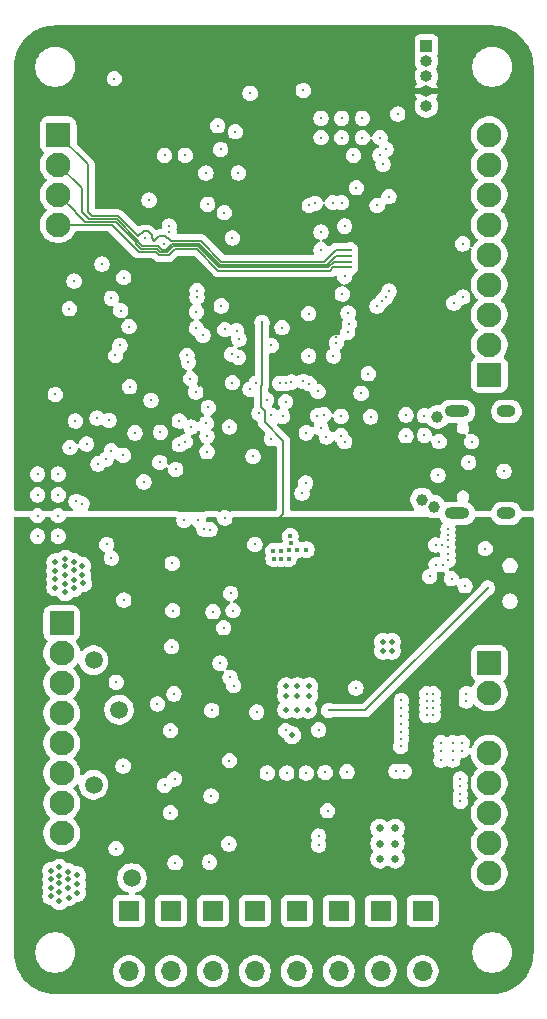
<source format=gbr>
%TF.GenerationSoftware,KiCad,Pcbnew,9.0.0*%
%TF.CreationDate,2025-04-29T18:34:20-04:00*%
%TF.ProjectId,Aurora Orbiton Edition,4175726f-7261-4204-9f72-6269746f6e20,rev?*%
%TF.SameCoordinates,Original*%
%TF.FileFunction,Copper,L2,Inr*%
%TF.FilePolarity,Positive*%
%FSLAX46Y46*%
G04 Gerber Fmt 4.6, Leading zero omitted, Abs format (unit mm)*
G04 Created by KiCad (PCBNEW 9.0.0) date 2025-04-29 18:34:20*
%MOMM*%
%LPD*%
G01*
G04 APERTURE LIST*
G04 Aperture macros list*
%AMRoundRect*
0 Rectangle with rounded corners*
0 $1 Rounding radius*
0 $2 $3 $4 $5 $6 $7 $8 $9 X,Y pos of 4 corners*
0 Add a 4 corners polygon primitive as box body*
4,1,4,$2,$3,$4,$5,$6,$7,$8,$9,$2,$3,0*
0 Add four circle primitives for the rounded corners*
1,1,$1+$1,$2,$3*
1,1,$1+$1,$4,$5*
1,1,$1+$1,$6,$7*
1,1,$1+$1,$8,$9*
0 Add four rect primitives between the rounded corners*
20,1,$1+$1,$2,$3,$4,$5,0*
20,1,$1+$1,$4,$5,$6,$7,0*
20,1,$1+$1,$6,$7,$8,$9,0*
20,1,$1+$1,$8,$9,$2,$3,0*%
G04 Aperture macros list end*
%TA.AperFunction,ComponentPad*%
%ADD10RoundRect,0.250001X-0.799999X0.799999X-0.799999X-0.799999X0.799999X-0.799999X0.799999X0.799999X0*%
%TD*%
%TA.AperFunction,ComponentPad*%
%ADD11C,2.100000*%
%TD*%
%TA.AperFunction,ComponentPad*%
%ADD12R,1.700000X1.700000*%
%TD*%
%TA.AperFunction,ComponentPad*%
%ADD13O,1.700000X1.700000*%
%TD*%
%TA.AperFunction,ComponentPad*%
%ADD14RoundRect,0.250001X0.799999X-0.799999X0.799999X0.799999X-0.799999X0.799999X-0.799999X-0.799999X0*%
%TD*%
%TA.AperFunction,ComponentPad*%
%ADD15R,1.000000X1.000000*%
%TD*%
%TA.AperFunction,ComponentPad*%
%ADD16O,1.000000X1.000000*%
%TD*%
%TA.AperFunction,HeatsinkPad*%
%ADD17O,2.100000X1.000000*%
%TD*%
%TA.AperFunction,HeatsinkPad*%
%ADD18O,1.600000X1.000000*%
%TD*%
%TA.AperFunction,ComponentPad*%
%ADD19C,0.630000*%
%TD*%
%TA.AperFunction,ViaPad*%
%ADD20C,0.400000*%
%TD*%
%TA.AperFunction,ViaPad*%
%ADD21C,0.300000*%
%TD*%
%TA.AperFunction,ViaPad*%
%ADD22C,1.000000*%
%TD*%
%TA.AperFunction,ViaPad*%
%ADD23C,0.500000*%
%TD*%
%TA.AperFunction,ViaPad*%
%ADD24C,1.500000*%
%TD*%
%TA.AperFunction,Conductor*%
%ADD25C,0.150000*%
%TD*%
G04 APERTURE END LIST*
D10*
%TO.N,/PYRO1_V*%
%TO.C,J10*%
X129050000Y-99130000D03*
D11*
%TO.N,Net-(J10-Pin_2)*%
X129050000Y-101670000D03*
X129050000Y-104210000D03*
%TO.N,/PYRO2_V*%
X129050000Y-106750000D03*
%TO.N,/PYRO3_V*%
X129050000Y-109290000D03*
%TO.N,Net-(J10-Pin_6)*%
X129050000Y-111830000D03*
X129050000Y-114370000D03*
%TO.N,/PYRO4_V*%
X129050000Y-116910000D03*
%TD*%
D12*
%TO.N,/PWM7*%
%TO.C,M7*%
X156050000Y-123500000D03*
D13*
%TO.N,+8V*%
X156050000Y-126040000D03*
%TO.N,GND*%
X156050000Y-128580000D03*
%TD*%
D14*
%TO.N,/BREAK_SCK*%
%TO.C,J8*%
X165250000Y-78070000D03*
D11*
%TO.N,/BREAK_MISO*%
X165250000Y-75530000D03*
%TO.N,/BREAK_MOSI*%
X165250000Y-72990000D03*
%TO.N,/CS_BREAK1*%
X165250000Y-70450000D03*
%TO.N,/CS_BREAK2*%
X165250000Y-67910000D03*
%TO.N,/CS_BREAK3*%
X165250000Y-65370000D03*
%TO.N,/INT_BREAK1*%
X165250000Y-62830000D03*
%TO.N,/INT_BREAK2*%
X165250000Y-60290000D03*
%TO.N,/INT_BREAK3*%
X165250000Y-57750000D03*
%TD*%
D12*
%TO.N,/PWM2*%
%TO.C,M2*%
X138300000Y-123500000D03*
D13*
%TO.N,+8V*%
X138300000Y-126040000D03*
%TO.N,GND*%
X138300000Y-128580000D03*
%TD*%
D12*
%TO.N,/PWM4*%
%TO.C,M4*%
X145400000Y-123500000D03*
D13*
%TO.N,+8V*%
X145400000Y-126040000D03*
%TO.N,GND*%
X145400000Y-128580000D03*
%TD*%
D12*
%TO.N,/PWM5*%
%TO.C,M5*%
X148950000Y-123500000D03*
D13*
%TO.N,+8V*%
X148950000Y-126040000D03*
%TO.N,GND*%
X148950000Y-128580000D03*
%TD*%
D10*
%TO.N,/GPIO1*%
%TO.C,J4*%
X128750000Y-57750000D03*
D11*
%TO.N,/GPIO2*%
X128750000Y-60290000D03*
%TO.N,/GPIO3*%
X128750000Y-62830000D03*
%TO.N,/GPIO4*%
X128750000Y-65370000D03*
%TD*%
D12*
%TO.N,/PWM6*%
%TO.C,M6*%
X152500000Y-123500000D03*
D13*
%TO.N,+8V*%
X152500000Y-126040000D03*
%TO.N,GND*%
X152500000Y-128580000D03*
%TD*%
D15*
%TO.N,/SWCLK*%
%TO.C,J9*%
X159919076Y-50244481D03*
D16*
%TO.N,/SWDIO*%
X159919076Y-51514481D03*
%TO.N,GND*%
X159919076Y-52784481D03*
%TO.N,+3.3V*%
X159919076Y-54054481D03*
%TO.N,/BOOT0*%
X159919076Y-55324481D03*
%TD*%
D12*
%TO.N,/PWM3*%
%TO.C,M3*%
X141850000Y-123500000D03*
D13*
%TO.N,+8V*%
X141850000Y-126040000D03*
%TO.N,GND*%
X141850000Y-128580000D03*
%TD*%
D12*
%TO.N,/PWM1*%
%TO.C,M1*%
X134750000Y-123500000D03*
D13*
%TO.N,+8V*%
X134750000Y-126040000D03*
%TO.N,GND*%
X134750000Y-128580000D03*
%TD*%
D17*
%TO.N,Net-(J2-SHIELD)*%
%TO.C,J2*%
X162520000Y-89820000D03*
D18*
X166700000Y-89820000D03*
D17*
X162520000Y-81180000D03*
D18*
X166700000Y-81180000D03*
%TD*%
D12*
%TO.N,/PWM8*%
%TO.C,M8*%
X159600000Y-123500000D03*
D13*
%TO.N,+8V*%
X159600000Y-126040000D03*
%TO.N,GND*%
X159600000Y-128580000D03*
%TD*%
D10*
%TO.N,+BATT*%
%TO.C,J11*%
X165250000Y-102500000D03*
D11*
%TO.N,GND*%
X165250000Y-105040000D03*
%TO.N,+8V*%
X165250000Y-107580000D03*
%TO.N,GND*%
X165250000Y-110120000D03*
%TO.N,+3.3V*%
X165250000Y-112660000D03*
%TO.N,GND*%
X165250000Y-115200000D03*
%TO.N,/OUT1*%
X165250000Y-117740000D03*
%TO.N,/OUT2*%
X165250000Y-120280000D03*
%TD*%
D19*
%TO.N,GND*%
%TO.C,U8*%
X155976049Y-116471187D03*
X155976049Y-117771187D03*
X155976049Y-119071187D03*
X157276049Y-116471187D03*
X157276049Y-117771187D03*
X157276049Y-119071187D03*
%TD*%
D20*
%TO.N,+3.3V*%
X152950000Y-87050000D03*
X154400000Y-87500000D03*
D21*
X142850000Y-75250000D03*
X144000000Y-84500000D03*
X140500000Y-69700000D03*
X136500000Y-64500000D03*
X147200000Y-76350000D03*
X143250000Y-59250000D03*
D20*
X154050000Y-87050000D03*
D21*
X149800000Y-85000000D03*
D20*
X153500000Y-87050000D03*
X153650000Y-88050000D03*
X152650000Y-87550000D03*
D21*
X136200000Y-74750000D03*
X153500000Y-84700000D03*
D22*
X167900000Y-87800000D03*
D21*
X143050000Y-80250000D03*
X146150000Y-86100000D03*
X144000000Y-54250000D03*
X134501000Y-77200000D03*
X152300000Y-74850000D03*
X146150000Y-87150000D03*
D20*
X154850000Y-88050000D03*
X154200000Y-88050000D03*
D21*
X149250000Y-79650000D03*
X138000000Y-53000000D03*
X145350000Y-88000000D03*
X137500000Y-83750000D03*
X153500000Y-78000000D03*
D20*
X152350000Y-88050000D03*
X153250000Y-87550000D03*
D21*
X140700000Y-79000000D03*
X154250000Y-84050000D03*
X153350000Y-72050000D03*
D20*
X153850000Y-87550000D03*
D21*
X145750000Y-59250000D03*
D20*
X152950000Y-88050000D03*
D21*
X155900000Y-51700000D03*
X140550000Y-69000000D03*
X154250000Y-81000000D03*
X136750000Y-61500000D03*
X141750000Y-82750000D03*
X146750000Y-79600000D03*
X138700000Y-89200000D03*
X156750000Y-54750000D03*
X156000000Y-62250000D03*
D23*
%TO.N,GND*%
X157000000Y-101450000D03*
X128500000Y-95400000D03*
X149000000Y-106450000D03*
X128850000Y-120500000D03*
D20*
X148450000Y-92300000D03*
D21*
X127000000Y-88250000D03*
X161750000Y-92700000D03*
D22*
X160550000Y-89250000D03*
D21*
X164900000Y-92800000D03*
X157500000Y-56000000D03*
X145250000Y-85000000D03*
X141550000Y-119350000D03*
X141350000Y-84600000D03*
D23*
X128850000Y-122650000D03*
X157000000Y-100700000D03*
D21*
X148100000Y-111800000D03*
X157750000Y-109550000D03*
X133975000Y-75600000D03*
X151350000Y-111750000D03*
D23*
X128500000Y-93950000D03*
X129600000Y-120150000D03*
D21*
X143500000Y-66500000D03*
X139500000Y-59500000D03*
X141250000Y-61000000D03*
D23*
X130800000Y-95000000D03*
D21*
X128500000Y-79750000D03*
X145000000Y-54250000D03*
X157800000Y-108900000D03*
X166500000Y-86250000D03*
X162950000Y-109900000D03*
X138450000Y-98050000D03*
D23*
X148050000Y-106450000D03*
D21*
X143300000Y-103700000D03*
X160500000Y-105700000D03*
D23*
X129600000Y-121550000D03*
D24*
X133903000Y-106450000D03*
D21*
X155200000Y-81650000D03*
X159950000Y-105700000D03*
D23*
X130100000Y-96150000D03*
D21*
X157800000Y-106950000D03*
X142450000Y-102500000D03*
X136600000Y-80250000D03*
D23*
X128500000Y-96100000D03*
D21*
X133500000Y-53000000D03*
X138250000Y-115150000D03*
X149500000Y-54000000D03*
X160750000Y-94150000D03*
D20*
X148300000Y-92950000D03*
D21*
X141700000Y-113750000D03*
X151000000Y-56361500D03*
X159750000Y-81550000D03*
X162950000Y-109250000D03*
D23*
X130350000Y-120450000D03*
X129350000Y-95000000D03*
D21*
X141750000Y-106500000D03*
X151550000Y-115000000D03*
X146800000Y-83500000D03*
X157800000Y-105650000D03*
D23*
X130800000Y-94250000D03*
X128850000Y-121900000D03*
D21*
X127000000Y-91750000D03*
X160500000Y-106300000D03*
D20*
X146950000Y-93000000D03*
D21*
X138550000Y-105100000D03*
X138250000Y-108200000D03*
D24*
X131750000Y-112800000D03*
D21*
X140450000Y-72750000D03*
X161750000Y-92050000D03*
X157800000Y-108300000D03*
X127000000Y-90000000D03*
D20*
X147600000Y-93000000D03*
D21*
X138400000Y-94050000D03*
X162800000Y-112900000D03*
D24*
X135000000Y-120700000D03*
D21*
X158200000Y-81475000D03*
D23*
X128500000Y-94700000D03*
D21*
X139950000Y-78400000D03*
X152750000Y-56361500D03*
X162150000Y-109900000D03*
X143250000Y-82500000D03*
X143250000Y-110750000D03*
X162150000Y-110700000D03*
D23*
X128150000Y-121500000D03*
D21*
X161750000Y-91150000D03*
X157800000Y-107650000D03*
X149750000Y-83000000D03*
X149750000Y-111800000D03*
X137750000Y-59500000D03*
D20*
X149000000Y-92900000D03*
D21*
X146450000Y-111800000D03*
X150750000Y-79500000D03*
X163300000Y-105700000D03*
X143200000Y-117800000D03*
D23*
X129600000Y-120800000D03*
D20*
X149750000Y-92900000D03*
D21*
X162800000Y-113600000D03*
X160500000Y-105100000D03*
X143350000Y-96600000D03*
X149400000Y-88100000D03*
D20*
X147600000Y-93650000D03*
D21*
X135250000Y-83000000D03*
D23*
X128850000Y-119800000D03*
D21*
X153000000Y-65500000D03*
X162800000Y-114200000D03*
X161150000Y-109900000D03*
X143600000Y-104400000D03*
X156750000Y-63000000D03*
X159950000Y-106300000D03*
X138600000Y-112300000D03*
D23*
X130050000Y-94650000D03*
X130100000Y-95450000D03*
D22*
X160850000Y-81650000D03*
D21*
X161750000Y-91650000D03*
D20*
X148400000Y-91750000D03*
D21*
X160500000Y-106900000D03*
X157800000Y-106300000D03*
X161150000Y-109250000D03*
X140500000Y-70950000D03*
X155000000Y-78000000D03*
X141850000Y-98150000D03*
D23*
X149900000Y-106450000D03*
D21*
X153200000Y-111700000D03*
X158050000Y-111650000D03*
X152050000Y-76500000D03*
X134750000Y-74000000D03*
X163200000Y-95950000D03*
X161300000Y-94150000D03*
D23*
X129650000Y-122350000D03*
D21*
X160700000Y-92500000D03*
X133600000Y-76450000D03*
X153000000Y-83750000D03*
D20*
X148250000Y-93650000D03*
D21*
X161750000Y-93800000D03*
D23*
X128150000Y-122250000D03*
D21*
X161750000Y-93300000D03*
X155750000Y-63750000D03*
X141300000Y-82200000D03*
D23*
X130350000Y-121200000D03*
D21*
X162050000Y-95350000D03*
D23*
X148550000Y-108600000D03*
D21*
X161150000Y-110700000D03*
D23*
X130850000Y-95750000D03*
X128150000Y-120100000D03*
X130050000Y-93900000D03*
D21*
X161250000Y-92500000D03*
D23*
X130350000Y-121950000D03*
X128850000Y-121150000D03*
D21*
X138350000Y-101100000D03*
D23*
X129350000Y-93650000D03*
D21*
X149700000Y-87250000D03*
D23*
X129350000Y-94300000D03*
X128150000Y-120800000D03*
D21*
X162150000Y-109250000D03*
D23*
X156250000Y-101450000D03*
D20*
X147000000Y-93650000D03*
D21*
X136100000Y-66500000D03*
X157350000Y-111650000D03*
X136450000Y-63300000D03*
X162800000Y-112300000D03*
X159950000Y-105100000D03*
D24*
X131750000Y-102250000D03*
D21*
X141350000Y-83250000D03*
X142550000Y-72250000D03*
X142500000Y-59000000D03*
X138650000Y-119400000D03*
X142850000Y-74250000D03*
X134300000Y-69850000D03*
X163300000Y-105100000D03*
X127000000Y-86500000D03*
D23*
X156250000Y-100700000D03*
D21*
X142750000Y-99500000D03*
X154400000Y-79650000D03*
X154500000Y-56361500D03*
D23*
X129350000Y-96500000D03*
D21*
X131150000Y-83950000D03*
X159950000Y-106900000D03*
D23*
X129350000Y-95800000D03*
D21*
%TO.N,/LOAD*%
X140400000Y-79550000D03*
X142850000Y-90200000D03*
X145550000Y-106650000D03*
D23*
%TO.N,+8V*%
X146850000Y-102500000D03*
X146800000Y-100600000D03*
X148950000Y-101500000D03*
D21*
X159100000Y-115250000D03*
X146350000Y-91350000D03*
X159000000Y-112500000D03*
X159000000Y-111850000D03*
D23*
X136000000Y-118350000D03*
X147950000Y-102450000D03*
D21*
X160050000Y-115250000D03*
D23*
X137400000Y-104750000D03*
D21*
X158500000Y-114300000D03*
D23*
X149950000Y-102450000D03*
X149950000Y-100600000D03*
X146500000Y-98800000D03*
D21*
X158500000Y-113800000D03*
X158500000Y-114850000D03*
D23*
X136075000Y-97150000D03*
X148950000Y-99700000D03*
X146800000Y-99750000D03*
X137200000Y-97850000D03*
X136075000Y-104200000D03*
X147950000Y-101550000D03*
X137000000Y-110450000D03*
D21*
X159700000Y-113350000D03*
D23*
X146800000Y-101500000D03*
X149000000Y-102450000D03*
D21*
X158950000Y-114600000D03*
D23*
X147950000Y-100650000D03*
X147950000Y-99700000D03*
X137200000Y-117450000D03*
X136000000Y-111150000D03*
D21*
X159550000Y-115250000D03*
X159150000Y-113350000D03*
D23*
X146550000Y-97900000D03*
D21*
X158950000Y-114000000D03*
X146000000Y-73650000D03*
D23*
X149950000Y-101500000D03*
D21*
X160200000Y-113350000D03*
D23*
X146600000Y-103400000D03*
X149000000Y-100600000D03*
D21*
%TO.N,/NRST*%
X130200000Y-82000000D03*
X129750000Y-84250000D03*
%TO.N,/PWM1*%
X147500000Y-78800000D03*
%TO.N,/PWM2*%
X148500000Y-78700000D03*
%TO.N,/PWM3*%
X149500000Y-78650000D03*
%TO.N,/PWM4*%
X150000000Y-78850000D03*
%TO.N,/PWM5*%
X155750000Y-72250000D03*
%TO.N,/PWM6*%
X156125000Y-71875000D03*
%TO.N,/PWM7*%
X156500000Y-71500000D03*
%TO.N,/PWM8*%
X156750000Y-71000000D03*
%TO.N,/BOOT0*%
X144000000Y-61000000D03*
%TO.N,/GPS_SCL*%
X142250000Y-57000000D03*
X143750000Y-57500000D03*
%TO.N,/CS_BMP*%
X152700000Y-81600000D03*
X152700000Y-83250000D03*
%TO.N,/CS_FLASH*%
X144000000Y-76600000D03*
X153400000Y-73750000D03*
X144050000Y-75050000D03*
%TO.N,/CS_SD*%
X153300000Y-72850000D03*
X149950000Y-76500000D03*
X149950000Y-72900000D03*
%TO.N,/PY1_CONT*%
X134300000Y-97150000D03*
X133250000Y-93600000D03*
%TO.N,/PY2_CONT*%
X132850000Y-92450000D03*
X133662500Y-104112500D03*
%TO.N,/PY1_EN*%
X143550000Y-98050000D03*
X137700000Y-67000000D03*
X134250000Y-84900000D03*
X132450000Y-68700000D03*
X145400000Y-92450000D03*
X130100000Y-70150000D03*
%TO.N,Net-(D11-A)*%
X154500000Y-58000000D03*
D23*
%TO.N,Net-(IC1-IN_1)*%
X148050000Y-104450000D03*
X150000000Y-104450000D03*
X149000000Y-105250000D03*
X149000000Y-104450000D03*
X150000000Y-105250000D03*
X148050000Y-105250000D03*
D21*
%TO.N,/PY2_EN*%
X133250000Y-71600000D03*
X137150000Y-105950000D03*
X129700000Y-72500000D03*
X132800000Y-85250000D03*
X136000000Y-87150000D03*
X134050000Y-72650000D03*
%TO.N,Net-(SW1-A)*%
X153950000Y-104600000D03*
%TO.N,VBUS*%
X160200000Y-95150000D03*
D22*
X159550000Y-88650000D03*
D21*
%TO.N,/PY1_LED*%
X132125000Y-85625000D03*
%TO.N,Net-(D5-A)*%
X128750000Y-86500000D03*
%TO.N,/PY2_LED*%
X142810002Y-64350000D03*
X141400000Y-63650000D03*
X133250000Y-84500000D03*
%TO.N,/PY3_LED*%
X130750000Y-89000000D03*
X141000000Y-74750000D03*
X139770869Y-77020869D03*
%TO.N,Net-(D6-A)*%
X128750000Y-88250000D03*
%TO.N,Net-(D7-A)*%
X128750000Y-90000000D03*
%TO.N,/PY4_LED*%
X130269000Y-88800763D03*
X140450000Y-74150000D03*
X139650000Y-76450000D03*
%TO.N,/PY3_CONT*%
X132025000Y-81750000D03*
X134250000Y-111200000D03*
%TO.N,/PY4_CONT*%
X133042032Y-81942032D03*
X133650000Y-118200000D03*
%TO.N,/PY3_EN*%
X134800000Y-79100000D03*
X137750000Y-112850000D03*
%TO.N,/PY4_EN*%
X140619000Y-90381000D03*
X139400000Y-90400000D03*
%TO.N,Net-(D8-A)*%
X128750000Y-91750000D03*
%TO.N,/LED_R*%
X152000000Y-63500000D03*
%TO.N,/LED_G*%
X152750000Y-63500000D03*
%TO.N,Net-(D9-A)*%
X151000000Y-58000000D03*
%TO.N,Net-(D10-A)*%
X152750000Y-58000000D03*
%TO.N,/LED_B*%
X154000000Y-62250000D03*
%TO.N,/BUZZER*%
X153000000Y-69750000D03*
%TO.N,/INT_BREAK3*%
X156000000Y-58000000D03*
%TO.N,/GPIO2*%
X153500000Y-68000000D03*
%TO.N,/BREAK_MISO*%
X151000000Y-66000000D03*
%TO.N,/DATA_SCK*%
X152300000Y-75365000D03*
%TO.N,/SENS_MISO*%
X139000000Y-84000000D03*
X151000000Y-82600000D03*
X146754838Y-81504838D03*
X139000000Y-82000000D03*
X150700000Y-81549998D03*
%TO.N,/DATA_MOSI*%
X147700000Y-74095000D03*
X153250000Y-74500000D03*
X146800000Y-75600000D03*
%TO.N,Net-(IC1-OVLO)*%
X148000000Y-108200000D03*
X150800000Y-108150000D03*
%TO.N,/CS_BREAK3*%
X156000000Y-59500000D03*
%TO.N,/BREAK_MOSI*%
X151000000Y-67500000D03*
X162250000Y-72000000D03*
%TO.N,/CS_BREAK2*%
X150500000Y-63569763D03*
%TO.N,/INT_BREAK2*%
X153750000Y-59500000D03*
%TO.N,/CS_BREAK1*%
X150000000Y-63750000D03*
%TO.N,/GPIO1*%
X153500000Y-67500000D03*
%TO.N,/INT_IMU_G*%
X140000000Y-82500000D03*
X145500000Y-78800000D03*
%TO.N,/INT_IMU_A*%
X141450000Y-80850000D03*
X145000000Y-79300000D03*
%TO.N,/INT_BMP*%
X148000000Y-78800000D03*
X151450000Y-83350000D03*
X151250000Y-81450000D03*
X148000000Y-80350000D03*
%TO.N,/GPIO4*%
X153500000Y-69000000D03*
%TO.N,/GPIO3*%
X153500000Y-68500000D03*
%TO.N,/DATA_MISO*%
X143859881Y-74359881D03*
X143450000Y-76350000D03*
X152800000Y-71250000D03*
%TO.N,/SENS_MOSI*%
X139500000Y-83750000D03*
X143500000Y-78750000D03*
X138700000Y-86100000D03*
X147750000Y-81600000D03*
%TO.N,/USB_M*%
X163750000Y-83750000D03*
X163500000Y-85500000D03*
%TO.N,/DC_IN1*%
X141600000Y-91200000D03*
X138150000Y-66000000D03*
X150800000Y-117150000D03*
%TO.N,/INT_BREAK1*%
X156500000Y-59000000D03*
%TO.N,/BREAK_SCK*%
X163000000Y-67000000D03*
X163000000Y-71500000D03*
X156250000Y-60250000D03*
%TO.N,/INT_HIG*%
X145750000Y-81350000D03*
X146400000Y-80200000D03*
%TO.N,/SENS_SCK*%
X137400000Y-82950000D03*
X137350000Y-85500000D03*
%TO.N,/DC_IN2*%
X150800000Y-117900000D03*
X138150000Y-65500000D03*
X141100000Y-91150000D03*
%TO.N,Net-(J2-CC1)*%
X160900000Y-86600000D03*
X158200000Y-83250000D03*
%TO.N,Net-(J2-CC2)*%
X161000000Y-83750000D03*
X159750000Y-83200000D03*
%TO.N,/VBAT_MEASURED*%
X140500000Y-71500000D03*
%TO.N,/EN*%
X165100000Y-96150000D03*
X151650000Y-106500000D03*
%TD*%
D25*
%TO.N,+8V*%
X146000000Y-78980237D02*
X146000000Y-73650000D01*
X145919000Y-79061237D02*
X146000000Y-78980237D01*
X145919000Y-80838763D02*
X145919000Y-79061237D01*
X146231000Y-82111237D02*
X146231000Y-81150763D01*
X146350000Y-91350000D02*
X147809593Y-89890407D01*
X147809593Y-83689830D02*
X146231000Y-82111237D01*
X147809593Y-89890407D02*
X147809593Y-83689830D01*
X146231000Y-81150763D02*
X145919000Y-80838763D01*
%TO.N,/GPIO2*%
X133718822Y-64890000D02*
X131318824Y-64890000D01*
X131318824Y-64890000D02*
X130750000Y-64321176D01*
X137189763Y-67170000D02*
X135835111Y-67170000D01*
X135545000Y-66879889D02*
X135545000Y-66716176D01*
X140698822Y-66970000D02*
X138410237Y-66970000D01*
X130750000Y-64321176D02*
X130750000Y-62290000D01*
X153500000Y-68000000D02*
X152250000Y-68000000D01*
X152250000Y-68000000D02*
X151500000Y-68750000D01*
X151500000Y-68750000D02*
X142478823Y-68750000D01*
X130750000Y-62290000D02*
X128750000Y-60290000D01*
X135835111Y-67170000D02*
X135545000Y-66879889D01*
X142478823Y-68750000D02*
X140698822Y-66970000D01*
X137899237Y-67481000D02*
X137500763Y-67481000D01*
X137500763Y-67481000D02*
X137189763Y-67170000D01*
X135545000Y-66716176D02*
X133718822Y-64890000D01*
X138410237Y-66970000D02*
X137899237Y-67481000D01*
%TO.N,/GPIO1*%
X137764763Y-66345000D02*
X137280001Y-66345000D01*
X136655000Y-66270111D02*
X136329889Y-65945000D01*
X151250000Y-68500000D02*
X142568234Y-68500000D01*
X131568236Y-64650000D02*
X131250000Y-64331764D01*
X137280001Y-66345000D02*
X136895000Y-66730001D01*
X138065889Y-66531000D02*
X137950763Y-66531000D01*
X140798235Y-66730001D02*
X138264890Y-66730001D01*
X135545000Y-66376765D02*
X133818233Y-64650000D01*
X131250000Y-60250000D02*
X128750000Y-57750000D01*
X131250000Y-64331764D02*
X131250000Y-60250000D01*
X136329889Y-65945000D02*
X135976765Y-65945000D01*
X152250000Y-67500000D02*
X151250000Y-68500000D01*
X137950763Y-66531000D02*
X137764763Y-66345000D01*
X153500000Y-67500000D02*
X152250000Y-67500000D01*
X135976765Y-65945000D02*
X135545000Y-66376765D01*
X133818233Y-64650000D02*
X131568236Y-64650000D01*
X136655000Y-66490001D02*
X136655000Y-66270111D01*
X142568234Y-68500000D02*
X140798235Y-66730001D01*
X136895000Y-66730001D02*
X136655000Y-66490001D01*
X138264890Y-66730001D02*
X138065889Y-66531000D01*
%TO.N,/GPIO4*%
X140500000Y-67450000D02*
X138609060Y-67450000D01*
X142307000Y-69257000D02*
X140500000Y-67450000D01*
X151793000Y-69257000D02*
X142307000Y-69257000D01*
X153500000Y-69000000D02*
X152050000Y-69000000D01*
X133270000Y-65370000D02*
X128750000Y-65370000D01*
X136990939Y-67650000D02*
X135550000Y-67650000D01*
X137301939Y-67961000D02*
X136990939Y-67650000D01*
X138609060Y-67450000D02*
X138098059Y-67961000D01*
X152050000Y-69000000D02*
X151793000Y-69257000D01*
X135550000Y-67650000D02*
X133270000Y-65370000D01*
X138098059Y-67961000D02*
X137301939Y-67961000D01*
%TO.N,/GPIO3*%
X151595763Y-69000000D02*
X142389412Y-69000000D01*
X153500000Y-68500000D02*
X152095763Y-68500000D01*
X137401351Y-67721000D02*
X137090351Y-67410000D01*
X130250000Y-64360588D02*
X130250000Y-64330000D01*
X137090351Y-67410000D02*
X135735699Y-67410000D01*
X140599411Y-67210000D02*
X138509648Y-67210000D01*
X133619411Y-65130000D02*
X131019412Y-65130000D01*
X137998648Y-67721000D02*
X137401351Y-67721000D01*
X152095763Y-68500000D02*
X151595763Y-69000000D01*
X135735699Y-67410000D02*
X135305000Y-66979300D01*
X135305000Y-66979300D02*
X135305000Y-66815588D01*
X138509648Y-67210000D02*
X137998648Y-67721000D01*
X135305000Y-66815588D02*
X133619411Y-65130000D01*
X142389412Y-69000000D02*
X140599411Y-67210000D01*
X131019412Y-65130000D02*
X130250000Y-64360588D01*
X130250000Y-64330000D02*
X128750000Y-62830000D01*
%TO.N,/EN*%
X154750000Y-106500000D02*
X165100000Y-96150000D01*
X151650000Y-106500000D02*
X154750000Y-106500000D01*
%TD*%
%TA.AperFunction,Conductor*%
%TO.N,+3.3V*%
G36*
X165503032Y-48500648D02*
G01*
X165806846Y-48515574D01*
X165813661Y-48516099D01*
X165882848Y-48523371D01*
X165887986Y-48524022D01*
X166153502Y-48563408D01*
X166161000Y-48564760D01*
X166223686Y-48578084D01*
X166227890Y-48579056D01*
X166494442Y-48645824D01*
X166502604Y-48648170D01*
X166553306Y-48664644D01*
X166556660Y-48665788D01*
X166826065Y-48762184D01*
X166834686Y-48765639D01*
X166865509Y-48779362D01*
X166868053Y-48780530D01*
X167144156Y-48911117D01*
X167154876Y-48916847D01*
X167283431Y-48993900D01*
X167438988Y-49087137D01*
X167449103Y-49093895D01*
X167660112Y-49250390D01*
X167715170Y-49291224D01*
X167724576Y-49298944D01*
X167970013Y-49521395D01*
X167978604Y-49529986D01*
X168129622Y-49696609D01*
X168201055Y-49775423D01*
X168208775Y-49784829D01*
X168406102Y-50050893D01*
X168412862Y-50061011D01*
X168583144Y-50345110D01*
X168588881Y-50355842D01*
X168719468Y-50631945D01*
X168720652Y-50634525D01*
X168734349Y-50665288D01*
X168737821Y-50673950D01*
X168834185Y-50943267D01*
X168835365Y-50946725D01*
X168851827Y-50997391D01*
X168854180Y-51005578D01*
X168920926Y-51272042D01*
X168921932Y-51276391D01*
X168935229Y-51338948D01*
X168936597Y-51346535D01*
X168975970Y-51611968D01*
X168976633Y-51617201D01*
X168983896Y-51686305D01*
X168984426Y-51693181D01*
X168999351Y-51996967D01*
X168999500Y-52003052D01*
X168999500Y-89470500D01*
X168979815Y-89537539D01*
X168927011Y-89583294D01*
X168875500Y-89594500D01*
X168072382Y-89594500D01*
X168005343Y-89574815D01*
X167959588Y-89522011D01*
X167957821Y-89517952D01*
X167886635Y-89346092D01*
X167886628Y-89346079D01*
X167777139Y-89182218D01*
X167777136Y-89182214D01*
X167637785Y-89042863D01*
X167637781Y-89042860D01*
X167473920Y-88933371D01*
X167473907Y-88933364D01*
X167291839Y-88857950D01*
X167291829Y-88857947D01*
X167098543Y-88819500D01*
X167098541Y-88819500D01*
X166301459Y-88819500D01*
X166301457Y-88819500D01*
X166108170Y-88857947D01*
X166108160Y-88857950D01*
X165926092Y-88933364D01*
X165926079Y-88933371D01*
X165762218Y-89042860D01*
X165762214Y-89042863D01*
X165622863Y-89182214D01*
X165622860Y-89182218D01*
X165513371Y-89346079D01*
X165513364Y-89346092D01*
X165442179Y-89517952D01*
X165398338Y-89572356D01*
X165332044Y-89594421D01*
X165327618Y-89594500D01*
X164142382Y-89594500D01*
X164075343Y-89574815D01*
X164029588Y-89522011D01*
X164027821Y-89517952D01*
X163956635Y-89346092D01*
X163956628Y-89346079D01*
X163847139Y-89182218D01*
X163847136Y-89182214D01*
X163707785Y-89042863D01*
X163707781Y-89042860D01*
X163543920Y-88933371D01*
X163543910Y-88933366D01*
X163486184Y-88909455D01*
X163431781Y-88865614D01*
X163409716Y-88799319D01*
X163426995Y-88731620D01*
X163436292Y-88719672D01*
X163435559Y-88719110D01*
X163440500Y-88712669D01*
X163440505Y-88712665D01*
X163509688Y-88592836D01*
X163545500Y-88459183D01*
X163545500Y-88320817D01*
X163509688Y-88187164D01*
X163440505Y-88067335D01*
X163342665Y-87969495D01*
X163342664Y-87969494D01*
X163342661Y-87969492D01*
X163222838Y-87900313D01*
X163222837Y-87900312D01*
X163222836Y-87900312D01*
X163089183Y-87864500D01*
X162950817Y-87864500D01*
X162817164Y-87900312D01*
X162817161Y-87900313D01*
X162697338Y-87969492D01*
X162697333Y-87969496D01*
X162599496Y-88067333D01*
X162599492Y-88067338D01*
X162530313Y-88187161D01*
X162530312Y-88187164D01*
X162494500Y-88320817D01*
X162494500Y-88459183D01*
X162521014Y-88558133D01*
X162530312Y-88592835D01*
X162530315Y-88592842D01*
X162553789Y-88633501D01*
X162570262Y-88701401D01*
X162547409Y-88767428D01*
X162492488Y-88810618D01*
X162446402Y-88819500D01*
X161871457Y-88819500D01*
X161678166Y-88857948D01*
X161678163Y-88857949D01*
X161615505Y-88883902D01*
X161546035Y-88891369D01*
X161483557Y-88860093D01*
X161453493Y-88816792D01*
X161436635Y-88776093D01*
X161436634Y-88776092D01*
X161436632Y-88776086D01*
X161402832Y-88725500D01*
X161327139Y-88612217D01*
X161187785Y-88472863D01*
X161187781Y-88472860D01*
X161023920Y-88363371D01*
X161023907Y-88363364D01*
X160841839Y-88287950D01*
X160841829Y-88287947D01*
X160648543Y-88249500D01*
X160648541Y-88249500D01*
X160549895Y-88249500D01*
X160482856Y-88229815D01*
X160440493Y-88180926D01*
X160439502Y-88181456D01*
X160437166Y-88177086D01*
X160437101Y-88177011D01*
X160436990Y-88176756D01*
X160436628Y-88176079D01*
X160327139Y-88012218D01*
X160327136Y-88012214D01*
X160187785Y-87872863D01*
X160187781Y-87872860D01*
X160023920Y-87763371D01*
X160023907Y-87763364D01*
X159841839Y-87687950D01*
X159841829Y-87687947D01*
X159648543Y-87649500D01*
X159648541Y-87649500D01*
X159451459Y-87649500D01*
X159451457Y-87649500D01*
X159258170Y-87687947D01*
X159258160Y-87687950D01*
X159076092Y-87763364D01*
X159076079Y-87763371D01*
X158912218Y-87872860D01*
X158912214Y-87872863D01*
X158772863Y-88012214D01*
X158772860Y-88012218D01*
X158663371Y-88176079D01*
X158663364Y-88176092D01*
X158587950Y-88358160D01*
X158587947Y-88358170D01*
X158549500Y-88551456D01*
X158549500Y-88551459D01*
X158549500Y-88748541D01*
X158549500Y-88748543D01*
X158549499Y-88748543D01*
X158587947Y-88941829D01*
X158587950Y-88941839D01*
X158663364Y-89123907D01*
X158663371Y-89123920D01*
X158772860Y-89287781D01*
X158772863Y-89287785D01*
X158867897Y-89382819D01*
X158901382Y-89444142D01*
X158896398Y-89513834D01*
X158854526Y-89569767D01*
X158789062Y-89594184D01*
X158780216Y-89594500D01*
X148509093Y-89594500D01*
X148442054Y-89574815D01*
X148396299Y-89522011D01*
X148385093Y-89470500D01*
X148385093Y-88164071D01*
X148749499Y-88164071D01*
X148774497Y-88289738D01*
X148774499Y-88289744D01*
X148823533Y-88408124D01*
X148823538Y-88408133D01*
X148894723Y-88514668D01*
X148894726Y-88514672D01*
X148985327Y-88605273D01*
X148985331Y-88605276D01*
X149091866Y-88676461D01*
X149091872Y-88676464D01*
X149091873Y-88676465D01*
X149210256Y-88725501D01*
X149210260Y-88725501D01*
X149210261Y-88725502D01*
X149335928Y-88750500D01*
X149335931Y-88750500D01*
X149464071Y-88750500D01*
X149548615Y-88733682D01*
X149589744Y-88725501D01*
X149708127Y-88676465D01*
X149814669Y-88605276D01*
X149905276Y-88514669D01*
X149976465Y-88408127D01*
X150025501Y-88289744D01*
X150045907Y-88187161D01*
X150050500Y-88164071D01*
X150050500Y-88035928D01*
X150024915Y-87907311D01*
X150031142Y-87837720D01*
X150074004Y-87782542D01*
X150077618Y-87780032D01*
X150114669Y-87755276D01*
X150205276Y-87664669D01*
X150276465Y-87558127D01*
X150325501Y-87439744D01*
X150350500Y-87314069D01*
X150350500Y-87185931D01*
X150350500Y-87185928D01*
X150325502Y-87060261D01*
X150325501Y-87060260D01*
X150325501Y-87060256D01*
X150276465Y-86941873D01*
X150276464Y-86941872D01*
X150276461Y-86941866D01*
X150205276Y-86835331D01*
X150205273Y-86835327D01*
X150114672Y-86744726D01*
X150114668Y-86744723D01*
X150008133Y-86673538D01*
X150008124Y-86673533D01*
X149985280Y-86664071D01*
X160249499Y-86664071D01*
X160274497Y-86789738D01*
X160274499Y-86789744D01*
X160323533Y-86908124D01*
X160323538Y-86908133D01*
X160394723Y-87014668D01*
X160394726Y-87014672D01*
X160485327Y-87105273D01*
X160485331Y-87105276D01*
X160591866Y-87176461D01*
X160591872Y-87176464D01*
X160591873Y-87176465D01*
X160710256Y-87225501D01*
X160710260Y-87225501D01*
X160710261Y-87225502D01*
X160835928Y-87250500D01*
X160835931Y-87250500D01*
X160964071Y-87250500D01*
X161048615Y-87233682D01*
X161089744Y-87225501D01*
X161208127Y-87176465D01*
X161314669Y-87105276D01*
X161405276Y-87014669D01*
X161476465Y-86908127D01*
X161525501Y-86789744D01*
X161548034Y-86676466D01*
X161550500Y-86664071D01*
X161550500Y-86535928D01*
X161525502Y-86410261D01*
X161525501Y-86410260D01*
X161525501Y-86410256D01*
X161485660Y-86314071D01*
X165849499Y-86314071D01*
X165874497Y-86439738D01*
X165874499Y-86439744D01*
X165923533Y-86558124D01*
X165923538Y-86558133D01*
X165994723Y-86664668D01*
X165994726Y-86664672D01*
X166085327Y-86755273D01*
X166085331Y-86755276D01*
X166191866Y-86826461D01*
X166191872Y-86826464D01*
X166191873Y-86826465D01*
X166310256Y-86875501D01*
X166310260Y-86875501D01*
X166310261Y-86875502D01*
X166435928Y-86900500D01*
X166435931Y-86900500D01*
X166564071Y-86900500D01*
X166648615Y-86883682D01*
X166689744Y-86875501D01*
X166808127Y-86826465D01*
X166914669Y-86755276D01*
X167005276Y-86664669D01*
X167076465Y-86558127D01*
X167125501Y-86439744D01*
X167150500Y-86314069D01*
X167150500Y-86185931D01*
X167150500Y-86185928D01*
X167125502Y-86060261D01*
X167125501Y-86060260D01*
X167125501Y-86060256D01*
X167076465Y-85941873D01*
X167076464Y-85941872D01*
X167076461Y-85941866D01*
X167005276Y-85835331D01*
X167005273Y-85835327D01*
X166914672Y-85744726D01*
X166914668Y-85744723D01*
X166808133Y-85673538D01*
X166808124Y-85673533D01*
X166689744Y-85624499D01*
X166689738Y-85624497D01*
X166564071Y-85599500D01*
X166564069Y-85599500D01*
X166435931Y-85599500D01*
X166435929Y-85599500D01*
X166310261Y-85624497D01*
X166310255Y-85624499D01*
X166191875Y-85673533D01*
X166191866Y-85673538D01*
X166085331Y-85744723D01*
X166085327Y-85744726D01*
X165994726Y-85835327D01*
X165994723Y-85835331D01*
X165923538Y-85941866D01*
X165923533Y-85941875D01*
X165874499Y-86060255D01*
X165874497Y-86060261D01*
X165849500Y-86185928D01*
X165849500Y-86185931D01*
X165849500Y-86314069D01*
X165849500Y-86314071D01*
X165849499Y-86314071D01*
X161485660Y-86314071D01*
X161476465Y-86291873D01*
X161476464Y-86291872D01*
X161476461Y-86291866D01*
X161405276Y-86185331D01*
X161405273Y-86185327D01*
X161314672Y-86094726D01*
X161314668Y-86094723D01*
X161208133Y-86023538D01*
X161208124Y-86023533D01*
X161089744Y-85974499D01*
X161089738Y-85974497D01*
X160964071Y-85949500D01*
X160964069Y-85949500D01*
X160835931Y-85949500D01*
X160835929Y-85949500D01*
X160710261Y-85974497D01*
X160710255Y-85974499D01*
X160591875Y-86023533D01*
X160591866Y-86023538D01*
X160485331Y-86094723D01*
X160485327Y-86094726D01*
X160394726Y-86185327D01*
X160394723Y-86185331D01*
X160323538Y-86291866D01*
X160323533Y-86291875D01*
X160274499Y-86410255D01*
X160274497Y-86410261D01*
X160249500Y-86535928D01*
X160249500Y-86535931D01*
X160249500Y-86664069D01*
X160249500Y-86664071D01*
X160249499Y-86664071D01*
X149985280Y-86664071D01*
X149937789Y-86644400D01*
X149889744Y-86624499D01*
X149889738Y-86624497D01*
X149764071Y-86599500D01*
X149764069Y-86599500D01*
X149635931Y-86599500D01*
X149635929Y-86599500D01*
X149510261Y-86624497D01*
X149510255Y-86624499D01*
X149391875Y-86673533D01*
X149391866Y-86673538D01*
X149285331Y-86744723D01*
X149285327Y-86744726D01*
X149194726Y-86835327D01*
X149194723Y-86835331D01*
X149123538Y-86941866D01*
X149123533Y-86941875D01*
X149074499Y-87060255D01*
X149074497Y-87060261D01*
X149049500Y-87185928D01*
X149049500Y-87185931D01*
X149049500Y-87314069D01*
X149049500Y-87314071D01*
X149049499Y-87314071D01*
X149075084Y-87442688D01*
X149068857Y-87512280D01*
X149025994Y-87567457D01*
X149022359Y-87569981D01*
X148985334Y-87594721D01*
X148985327Y-87594726D01*
X148894726Y-87685327D01*
X148894723Y-87685331D01*
X148823538Y-87791866D01*
X148823533Y-87791875D01*
X148774499Y-87910255D01*
X148774497Y-87910261D01*
X148749500Y-88035928D01*
X148749500Y-88035931D01*
X148749500Y-88164069D01*
X148749500Y-88164071D01*
X148749499Y-88164071D01*
X148385093Y-88164071D01*
X148385093Y-85564071D01*
X162849499Y-85564071D01*
X162874497Y-85689738D01*
X162874499Y-85689744D01*
X162923533Y-85808124D01*
X162923538Y-85808133D01*
X162994723Y-85914668D01*
X162994726Y-85914672D01*
X163085327Y-86005273D01*
X163085331Y-86005276D01*
X163191866Y-86076461D01*
X163191872Y-86076464D01*
X163191873Y-86076465D01*
X163310256Y-86125501D01*
X163310260Y-86125501D01*
X163310261Y-86125502D01*
X163435928Y-86150500D01*
X163435931Y-86150500D01*
X163564071Y-86150500D01*
X163665754Y-86130273D01*
X163689744Y-86125501D01*
X163808127Y-86076465D01*
X163914669Y-86005276D01*
X164005276Y-85914669D01*
X164076465Y-85808127D01*
X164125501Y-85689744D01*
X164138280Y-85625500D01*
X164150500Y-85564071D01*
X164150500Y-85435928D01*
X164125502Y-85310261D01*
X164125501Y-85310260D01*
X164125501Y-85310256D01*
X164076465Y-85191873D01*
X164076464Y-85191872D01*
X164076461Y-85191866D01*
X164005276Y-85085331D01*
X164005273Y-85085327D01*
X163914672Y-84994726D01*
X163914668Y-84994723D01*
X163808133Y-84923538D01*
X163808124Y-84923533D01*
X163689744Y-84874499D01*
X163689738Y-84874497D01*
X163564071Y-84849500D01*
X163564069Y-84849500D01*
X163435931Y-84849500D01*
X163435929Y-84849500D01*
X163310261Y-84874497D01*
X163310255Y-84874499D01*
X163191875Y-84923533D01*
X163191866Y-84923538D01*
X163085331Y-84994723D01*
X163085327Y-84994726D01*
X162994726Y-85085327D01*
X162994723Y-85085331D01*
X162923538Y-85191866D01*
X162923533Y-85191875D01*
X162874499Y-85310255D01*
X162874497Y-85310261D01*
X162849500Y-85435928D01*
X162849500Y-85435931D01*
X162849500Y-85564069D01*
X162849500Y-85564071D01*
X162849499Y-85564071D01*
X148385093Y-85564071D01*
X148385093Y-83614066D01*
X148385093Y-83614064D01*
X148345874Y-83467695D01*
X148270108Y-83336465D01*
X148162958Y-83229315D01*
X147997714Y-83064071D01*
X149099499Y-83064071D01*
X149124497Y-83189738D01*
X149124499Y-83189744D01*
X149173533Y-83308124D01*
X149173538Y-83308133D01*
X149244723Y-83414668D01*
X149244726Y-83414672D01*
X149335327Y-83505273D01*
X149335331Y-83505276D01*
X149441866Y-83576461D01*
X149441872Y-83576464D01*
X149441873Y-83576465D01*
X149560256Y-83625501D01*
X149560260Y-83625501D01*
X149560261Y-83625502D01*
X149685928Y-83650500D01*
X149685931Y-83650500D01*
X149814071Y-83650500D01*
X149904760Y-83632460D01*
X149939744Y-83625501D01*
X150058127Y-83576465D01*
X150164669Y-83505276D01*
X150255276Y-83414669D01*
X150326465Y-83308127D01*
X150375501Y-83189744D01*
X150377600Y-83179187D01*
X150379070Y-83171804D01*
X150411455Y-83109893D01*
X150472170Y-83075319D01*
X150541940Y-83079058D01*
X150565818Y-83090478D01*
X150578136Y-83098081D01*
X150585331Y-83105276D01*
X150691873Y-83176465D01*
X150732156Y-83193150D01*
X150740631Y-83198382D01*
X150757593Y-83217253D01*
X150777355Y-83233177D01*
X150780558Y-83242801D01*
X150787339Y-83250345D01*
X150791406Y-83275392D01*
X150799421Y-83299470D01*
X150799500Y-83303899D01*
X150799500Y-83414069D01*
X150799500Y-83414071D01*
X150799499Y-83414071D01*
X150824497Y-83539738D01*
X150824499Y-83539744D01*
X150873533Y-83658124D01*
X150873538Y-83658133D01*
X150944723Y-83764668D01*
X150944726Y-83764672D01*
X151035327Y-83855273D01*
X151035331Y-83855276D01*
X151141866Y-83926461D01*
X151141872Y-83926464D01*
X151141873Y-83926465D01*
X151260256Y-83975501D01*
X151260260Y-83975501D01*
X151260261Y-83975502D01*
X151385928Y-84000500D01*
X151385931Y-84000500D01*
X151514071Y-84000500D01*
X151598615Y-83983682D01*
X151639744Y-83975501D01*
X151758127Y-83926465D01*
X151864669Y-83855276D01*
X151955276Y-83764669D01*
X152007296Y-83686814D01*
X152021657Y-83674812D01*
X152032283Y-83659404D01*
X152047909Y-83652872D01*
X152060907Y-83642010D01*
X152079480Y-83639677D01*
X152096748Y-83632460D01*
X152113425Y-83635413D01*
X152130232Y-83633303D01*
X152147116Y-83641380D01*
X152165547Y-83644645D01*
X152188661Y-83661257D01*
X152193260Y-83663457D01*
X152194603Y-83664681D01*
X152196378Y-83666323D01*
X152285331Y-83755276D01*
X152311275Y-83772611D01*
X152318456Y-83779254D01*
X152331563Y-83801185D01*
X152347946Y-83820788D01*
X152353082Y-83837190D01*
X152354300Y-83839228D01*
X152354245Y-83840904D01*
X152355868Y-83846086D01*
X152374498Y-83939739D01*
X152374499Y-83939744D01*
X152423533Y-84058124D01*
X152423538Y-84058133D01*
X152494723Y-84164668D01*
X152494726Y-84164672D01*
X152585327Y-84255273D01*
X152585331Y-84255276D01*
X152691866Y-84326461D01*
X152691872Y-84326464D01*
X152691873Y-84326465D01*
X152810256Y-84375501D01*
X152810260Y-84375501D01*
X152810261Y-84375502D01*
X152935928Y-84400500D01*
X152935931Y-84400500D01*
X153064071Y-84400500D01*
X153148615Y-84383682D01*
X153189744Y-84375501D01*
X153308127Y-84326465D01*
X153414669Y-84255276D01*
X153505276Y-84164669D01*
X153576465Y-84058127D01*
X153625501Y-83939744D01*
X153638280Y-83875500D01*
X153650500Y-83814071D01*
X153650500Y-83685928D01*
X153625502Y-83560261D01*
X153625501Y-83560260D01*
X153625501Y-83560256D01*
X153582017Y-83455276D01*
X153576466Y-83441875D01*
X153576461Y-83441866D01*
X153505276Y-83335331D01*
X153505273Y-83335327D01*
X153484017Y-83314071D01*
X157549499Y-83314071D01*
X157574497Y-83439738D01*
X157574499Y-83439744D01*
X157623533Y-83558124D01*
X157623538Y-83558133D01*
X157694723Y-83664668D01*
X157694726Y-83664672D01*
X157785327Y-83755273D01*
X157785331Y-83755276D01*
X157891866Y-83826461D01*
X157891872Y-83826464D01*
X157891873Y-83826465D01*
X158010256Y-83875501D01*
X158010260Y-83875501D01*
X158010261Y-83875502D01*
X158135928Y-83900500D01*
X158135931Y-83900500D01*
X158264071Y-83900500D01*
X158368700Y-83879687D01*
X158389744Y-83875501D01*
X158508127Y-83826465D01*
X158614669Y-83755276D01*
X158705276Y-83664669D01*
X158776465Y-83558127D01*
X158825501Y-83439744D01*
X158835448Y-83389738D01*
X158850500Y-83314071D01*
X158850500Y-83264071D01*
X159099499Y-83264071D01*
X159124497Y-83389738D01*
X159124499Y-83389744D01*
X159173533Y-83508124D01*
X159173538Y-83508133D01*
X159244723Y-83614668D01*
X159244726Y-83614672D01*
X159335327Y-83705273D01*
X159335331Y-83705276D01*
X159441866Y-83776461D01*
X159441872Y-83776464D01*
X159441873Y-83776465D01*
X159560256Y-83825501D01*
X159560260Y-83825501D01*
X159560261Y-83825502D01*
X159685928Y-83850500D01*
X159685931Y-83850500D01*
X159814071Y-83850500D01*
X159898615Y-83833682D01*
X159939744Y-83825501D01*
X160058127Y-83776465D01*
X160156610Y-83710660D01*
X160223286Y-83689783D01*
X160290666Y-83708267D01*
X160337357Y-83760246D01*
X160348209Y-83808077D01*
X160348903Y-83808009D01*
X160349446Y-83813526D01*
X160349500Y-83813763D01*
X160349500Y-83814069D01*
X160349500Y-83814071D01*
X160349499Y-83814071D01*
X160374497Y-83939738D01*
X160374499Y-83939744D01*
X160423533Y-84058124D01*
X160423538Y-84058133D01*
X160494723Y-84164668D01*
X160494726Y-84164672D01*
X160585327Y-84255273D01*
X160585331Y-84255276D01*
X160691866Y-84326461D01*
X160691872Y-84326464D01*
X160691873Y-84326465D01*
X160810256Y-84375501D01*
X160810260Y-84375501D01*
X160810261Y-84375502D01*
X160935928Y-84400500D01*
X160935931Y-84400500D01*
X161064071Y-84400500D01*
X161148615Y-84383682D01*
X161189744Y-84375501D01*
X161308127Y-84326465D01*
X161414669Y-84255276D01*
X161505276Y-84164669D01*
X161576465Y-84058127D01*
X161625501Y-83939744D01*
X161638280Y-83875500D01*
X161650500Y-83814071D01*
X161650500Y-83685928D01*
X161625502Y-83560261D01*
X161625501Y-83560260D01*
X161625501Y-83560256D01*
X161582017Y-83455276D01*
X161576466Y-83441875D01*
X161576461Y-83441866D01*
X161505276Y-83335331D01*
X161505273Y-83335327D01*
X161414672Y-83244726D01*
X161414668Y-83244723D01*
X161308133Y-83173538D01*
X161308124Y-83173533D01*
X161189744Y-83124499D01*
X161189738Y-83124497D01*
X161064071Y-83099500D01*
X161064069Y-83099500D01*
X160935931Y-83099500D01*
X160935929Y-83099500D01*
X160810261Y-83124497D01*
X160810255Y-83124499D01*
X160691875Y-83173533D01*
X160691866Y-83173538D01*
X160593391Y-83239338D01*
X160526713Y-83260216D01*
X160459333Y-83241731D01*
X160412643Y-83189753D01*
X160401790Y-83141922D01*
X160401097Y-83141991D01*
X160400553Y-83136471D01*
X160400500Y-83136236D01*
X160400500Y-83135928D01*
X160375502Y-83010261D01*
X160375501Y-83010260D01*
X160375501Y-83010256D01*
X160326465Y-82891873D01*
X160326464Y-82891872D01*
X160326461Y-82891866D01*
X160255276Y-82785331D01*
X160255273Y-82785327D01*
X160164672Y-82694726D01*
X160164668Y-82694723D01*
X160058133Y-82623538D01*
X160058124Y-82623533D01*
X159939744Y-82574499D01*
X159939738Y-82574497D01*
X159814071Y-82549500D01*
X159814069Y-82549500D01*
X159685931Y-82549500D01*
X159685929Y-82549500D01*
X159560261Y-82574497D01*
X159560255Y-82574499D01*
X159441875Y-82623533D01*
X159441866Y-82623538D01*
X159335331Y-82694723D01*
X159335327Y-82694726D01*
X159244726Y-82785327D01*
X159244723Y-82785331D01*
X159173538Y-82891866D01*
X159173533Y-82891875D01*
X159124499Y-83010255D01*
X159124497Y-83010261D01*
X159099500Y-83135928D01*
X159099500Y-83135931D01*
X159099500Y-83264069D01*
X159099500Y-83264071D01*
X159099499Y-83264071D01*
X158850500Y-83264071D01*
X158850500Y-83185928D01*
X158844155Y-83154031D01*
X158825502Y-83060261D01*
X158825501Y-83060260D01*
X158825501Y-83060256D01*
X158786747Y-82966696D01*
X158776466Y-82941875D01*
X158776461Y-82941866D01*
X158705276Y-82835331D01*
X158705273Y-82835327D01*
X158614672Y-82744726D01*
X158614668Y-82744723D01*
X158508133Y-82673538D01*
X158508124Y-82673533D01*
X158389744Y-82624499D01*
X158389738Y-82624497D01*
X158264071Y-82599500D01*
X158264069Y-82599500D01*
X158135931Y-82599500D01*
X158135929Y-82599500D01*
X158010261Y-82624497D01*
X158010255Y-82624499D01*
X157891875Y-82673533D01*
X157891866Y-82673538D01*
X157785331Y-82744723D01*
X157785327Y-82744726D01*
X157694726Y-82835327D01*
X157694723Y-82835331D01*
X157623538Y-82941866D01*
X157623533Y-82941875D01*
X157574499Y-83060255D01*
X157574497Y-83060261D01*
X157549500Y-83185928D01*
X157549500Y-83185931D01*
X157549500Y-83314069D01*
X157549500Y-83314071D01*
X157549499Y-83314071D01*
X153484017Y-83314071D01*
X153441175Y-83271229D01*
X153441168Y-83271223D01*
X153414669Y-83244724D01*
X153391089Y-83228968D01*
X153385783Y-83224491D01*
X153370183Y-83200904D01*
X153352051Y-83179206D01*
X153348650Y-83168347D01*
X153347240Y-83166214D01*
X153347207Y-83163737D01*
X153344131Y-83153912D01*
X153325502Y-83060261D01*
X153325501Y-83060260D01*
X153325501Y-83060256D01*
X153286747Y-82966696D01*
X153276466Y-82941875D01*
X153276461Y-82941866D01*
X153205276Y-82835331D01*
X153205273Y-82835327D01*
X153114672Y-82744726D01*
X153114668Y-82744723D01*
X153008133Y-82673538D01*
X153008124Y-82673533D01*
X152889744Y-82624499D01*
X152889738Y-82624497D01*
X152764071Y-82599500D01*
X152764069Y-82599500D01*
X152635931Y-82599500D01*
X152635929Y-82599500D01*
X152510261Y-82624497D01*
X152510255Y-82624499D01*
X152391875Y-82673533D01*
X152391866Y-82673538D01*
X152285331Y-82744723D01*
X152285327Y-82744726D01*
X152194726Y-82835327D01*
X152142703Y-82913185D01*
X152089090Y-82957989D01*
X152019765Y-82966696D01*
X151956738Y-82936541D01*
X151951920Y-82931974D01*
X151864672Y-82844726D01*
X151864668Y-82844723D01*
X151758133Y-82773538D01*
X151758123Y-82773533D01*
X151727047Y-82760661D01*
X151672644Y-82716820D01*
X151650579Y-82650526D01*
X151650500Y-82646100D01*
X151650500Y-82535928D01*
X151625502Y-82410261D01*
X151625501Y-82410260D01*
X151625501Y-82410256D01*
X151583196Y-82308124D01*
X151576466Y-82291875D01*
X151576461Y-82291866D01*
X151516978Y-82202843D01*
X151496100Y-82136165D01*
X151514585Y-82068785D01*
X151554214Y-82031574D01*
X151553062Y-82029850D01*
X151609329Y-81992252D01*
X151664669Y-81955276D01*
X151755276Y-81864669D01*
X151826465Y-81758127D01*
X151833351Y-81741502D01*
X151877188Y-81687100D01*
X151943482Y-81665033D01*
X152011182Y-81682310D01*
X152058794Y-81733446D01*
X152069529Y-81764761D01*
X152074497Y-81789739D01*
X152074499Y-81789744D01*
X152123533Y-81908124D01*
X152123538Y-81908133D01*
X152194723Y-82014668D01*
X152194726Y-82014672D01*
X152285327Y-82105273D01*
X152285331Y-82105276D01*
X152391866Y-82176461D01*
X152391875Y-82176466D01*
X152401450Y-82180432D01*
X152510256Y-82225501D01*
X152510260Y-82225501D01*
X152510261Y-82225502D01*
X152635928Y-82250500D01*
X152635931Y-82250500D01*
X152764071Y-82250500D01*
X152864331Y-82230556D01*
X152889744Y-82225501D01*
X153008127Y-82176465D01*
X153114669Y-82105276D01*
X153205276Y-82014669D01*
X153276465Y-81908127D01*
X153325501Y-81789744D01*
X153335448Y-81739738D01*
X153340554Y-81714071D01*
X154549499Y-81714071D01*
X154574497Y-81839738D01*
X154574499Y-81839744D01*
X154623533Y-81958124D01*
X154623538Y-81958133D01*
X154694723Y-82064668D01*
X154694726Y-82064672D01*
X154785327Y-82155273D01*
X154785331Y-82155276D01*
X154891866Y-82226461D01*
X154891875Y-82226466D01*
X154913598Y-82235464D01*
X155010256Y-82275501D01*
X155010260Y-82275501D01*
X155010261Y-82275502D01*
X155135928Y-82300500D01*
X155135931Y-82300500D01*
X155264071Y-82300500D01*
X155362652Y-82280890D01*
X155389744Y-82275501D01*
X155508127Y-82226465D01*
X155614669Y-82155276D01*
X155705276Y-82064669D01*
X155776465Y-81958127D01*
X155825501Y-81839744D01*
X155836764Y-81783124D01*
X155850500Y-81714071D01*
X155850500Y-81585928D01*
X155841179Y-81539071D01*
X157549499Y-81539071D01*
X157574497Y-81664738D01*
X157574499Y-81664744D01*
X157623533Y-81783124D01*
X157623538Y-81783133D01*
X157694723Y-81889668D01*
X157694726Y-81889672D01*
X157785327Y-81980273D01*
X157785331Y-81980276D01*
X157891866Y-82051461D01*
X157891875Y-82051466D01*
X157901076Y-82055277D01*
X158010256Y-82100501D01*
X158010260Y-82100501D01*
X158010261Y-82100502D01*
X158135928Y-82125500D01*
X158135931Y-82125500D01*
X158264071Y-82125500D01*
X158348615Y-82108682D01*
X158389744Y-82100501D01*
X158508127Y-82051465D01*
X158614669Y-81980276D01*
X158705276Y-81889669D01*
X158776465Y-81783127D01*
X158825501Y-81664744D01*
X158835581Y-81614071D01*
X159099499Y-81614071D01*
X159124497Y-81739738D01*
X159124499Y-81739744D01*
X159173533Y-81858124D01*
X159173538Y-81858133D01*
X159244723Y-81964668D01*
X159244726Y-81964672D01*
X159335327Y-82055273D01*
X159335331Y-82055276D01*
X159441866Y-82126461D01*
X159441870Y-82126463D01*
X159441873Y-82126465D01*
X159560256Y-82175501D01*
X159560260Y-82175501D01*
X159560261Y-82175502D01*
X159685928Y-82200500D01*
X159685931Y-82200500D01*
X159814071Y-82200500D01*
X159909759Y-82181466D01*
X159979351Y-82187693D01*
X160034528Y-82230556D01*
X160037053Y-82234192D01*
X160072860Y-82287781D01*
X160072863Y-82287785D01*
X160212214Y-82427136D01*
X160212218Y-82427139D01*
X160376079Y-82536628D01*
X160376092Y-82536635D01*
X160527864Y-82599500D01*
X160558165Y-82612051D01*
X160558169Y-82612051D01*
X160558170Y-82612052D01*
X160751456Y-82650500D01*
X160751459Y-82650500D01*
X160948543Y-82650500D01*
X161104995Y-82619379D01*
X161141835Y-82612051D01*
X161313806Y-82540819D01*
X161323907Y-82536635D01*
X161323907Y-82536634D01*
X161323914Y-82536632D01*
X161487782Y-82427139D01*
X161627139Y-82287782D01*
X161673045Y-82219076D01*
X161726655Y-82174274D01*
X161795980Y-82165565D01*
X161800279Y-82166341D01*
X161871459Y-82180500D01*
X162446402Y-82180500D01*
X162513441Y-82200185D01*
X162559196Y-82252989D01*
X162569140Y-82322147D01*
X162553789Y-82366499D01*
X162530315Y-82407157D01*
X162530312Y-82407164D01*
X162494500Y-82540817D01*
X162494500Y-82679183D01*
X162529621Y-82810255D01*
X162530312Y-82812835D01*
X162530313Y-82812838D01*
X162599492Y-82932661D01*
X162599494Y-82932664D01*
X162599495Y-82932665D01*
X162697335Y-83030505D01*
X162697336Y-83030506D01*
X162697338Y-83030507D01*
X162717025Y-83041873D01*
X162817164Y-83099688D01*
X162950817Y-83135500D01*
X162950819Y-83135500D01*
X163089180Y-83135500D01*
X163089183Y-83135500D01*
X163127626Y-83125199D01*
X163197472Y-83126862D01*
X163255335Y-83166024D01*
X163282840Y-83230252D01*
X163271254Y-83299154D01*
X163247405Y-83332649D01*
X163244723Y-83335331D01*
X163173538Y-83441866D01*
X163173533Y-83441875D01*
X163124499Y-83560255D01*
X163124497Y-83560261D01*
X163099500Y-83685928D01*
X163099500Y-83685931D01*
X163099500Y-83814069D01*
X163099500Y-83814071D01*
X163099499Y-83814071D01*
X163124497Y-83939738D01*
X163124499Y-83939744D01*
X163173533Y-84058124D01*
X163173538Y-84058133D01*
X163244723Y-84164668D01*
X163244726Y-84164672D01*
X163335327Y-84255273D01*
X163335331Y-84255276D01*
X163441866Y-84326461D01*
X163441872Y-84326464D01*
X163441873Y-84326465D01*
X163560256Y-84375501D01*
X163560260Y-84375501D01*
X163560261Y-84375502D01*
X163685928Y-84400500D01*
X163685931Y-84400500D01*
X163814071Y-84400500D01*
X163898615Y-84383682D01*
X163939744Y-84375501D01*
X164058127Y-84326465D01*
X164164669Y-84255276D01*
X164255276Y-84164669D01*
X164326465Y-84058127D01*
X164375501Y-83939744D01*
X164388280Y-83875500D01*
X164400500Y-83814071D01*
X164400500Y-83685928D01*
X164375502Y-83560261D01*
X164375501Y-83560260D01*
X164375501Y-83560256D01*
X164332017Y-83455276D01*
X164326466Y-83441875D01*
X164326461Y-83441866D01*
X164255276Y-83335331D01*
X164255273Y-83335327D01*
X164164672Y-83244726D01*
X164164668Y-83244723D01*
X164058133Y-83173538D01*
X164058124Y-83173533D01*
X163939744Y-83124499D01*
X163939738Y-83124497D01*
X163814071Y-83099500D01*
X163814069Y-83099500D01*
X163685931Y-83099500D01*
X163685928Y-83099500D01*
X163568258Y-83122906D01*
X163498667Y-83116679D01*
X163443489Y-83073816D01*
X163420245Y-83007926D01*
X163436313Y-82939929D01*
X163436680Y-82939289D01*
X163440503Y-82932666D01*
X163440505Y-82932665D01*
X163509688Y-82812836D01*
X163545500Y-82679183D01*
X163545500Y-82540817D01*
X163509688Y-82407164D01*
X163475096Y-82347249D01*
X163440507Y-82287338D01*
X163435559Y-82280890D01*
X163438308Y-82278780D01*
X163412471Y-82231463D01*
X163417455Y-82161771D01*
X163459327Y-82105838D01*
X163486178Y-82090546D01*
X163543914Y-82066632D01*
X163707782Y-81957139D01*
X163847139Y-81817782D01*
X163956632Y-81653914D01*
X164032051Y-81471835D01*
X164049331Y-81384966D01*
X164070500Y-81278543D01*
X165399499Y-81278543D01*
X165437947Y-81471829D01*
X165437950Y-81471839D01*
X165513364Y-81653907D01*
X165513371Y-81653920D01*
X165622860Y-81817781D01*
X165622863Y-81817785D01*
X165762214Y-81957136D01*
X165762218Y-81957139D01*
X165926079Y-82066628D01*
X165926092Y-82066635D01*
X166093390Y-82135931D01*
X166108165Y-82142051D01*
X166108169Y-82142051D01*
X166108170Y-82142052D01*
X166301456Y-82180500D01*
X166301459Y-82180500D01*
X167098543Y-82180500D01*
X167250928Y-82150188D01*
X167291835Y-82142051D01*
X167473914Y-82066632D01*
X167637782Y-81957139D01*
X167777139Y-81817782D01*
X167886632Y-81653914D01*
X167962051Y-81471835D01*
X167979331Y-81384966D01*
X168000500Y-81278543D01*
X168000500Y-81081456D01*
X167962052Y-80888170D01*
X167962051Y-80888169D01*
X167962051Y-80888165D01*
X167956806Y-80875502D01*
X167886635Y-80706092D01*
X167886628Y-80706079D01*
X167777139Y-80542218D01*
X167777136Y-80542214D01*
X167637785Y-80402863D01*
X167637781Y-80402860D01*
X167473920Y-80293371D01*
X167473907Y-80293364D01*
X167291839Y-80217950D01*
X167291829Y-80217947D01*
X167098543Y-80179500D01*
X167098541Y-80179500D01*
X166301459Y-80179500D01*
X166301457Y-80179500D01*
X166108170Y-80217947D01*
X166108160Y-80217950D01*
X165926092Y-80293364D01*
X165926079Y-80293371D01*
X165762218Y-80402860D01*
X165762214Y-80402863D01*
X165622863Y-80542214D01*
X165622860Y-80542218D01*
X165513371Y-80706079D01*
X165513364Y-80706092D01*
X165437950Y-80888160D01*
X165437947Y-80888170D01*
X165399500Y-81081456D01*
X165399500Y-81081459D01*
X165399500Y-81278541D01*
X165399500Y-81278543D01*
X165399499Y-81278543D01*
X164070500Y-81278543D01*
X164070500Y-81081456D01*
X164032052Y-80888170D01*
X164032051Y-80888169D01*
X164032051Y-80888165D01*
X164026806Y-80875502D01*
X163956635Y-80706092D01*
X163956628Y-80706079D01*
X163847139Y-80542218D01*
X163847136Y-80542214D01*
X163707785Y-80402863D01*
X163707781Y-80402860D01*
X163543920Y-80293371D01*
X163543907Y-80293364D01*
X163361839Y-80217950D01*
X163361829Y-80217947D01*
X163168543Y-80179500D01*
X163168541Y-80179500D01*
X161871459Y-80179500D01*
X161871457Y-80179500D01*
X161678170Y-80217947D01*
X161678160Y-80217950D01*
X161496092Y-80293364D01*
X161496079Y-80293371D01*
X161332218Y-80402860D01*
X161332214Y-80402863D01*
X161192863Y-80542214D01*
X161192860Y-80542218D01*
X161146955Y-80610920D01*
X161093342Y-80655725D01*
X161024017Y-80664432D01*
X161019662Y-80663646D01*
X160948545Y-80649500D01*
X160948541Y-80649500D01*
X160751459Y-80649500D01*
X160751457Y-80649500D01*
X160558170Y-80687947D01*
X160558160Y-80687950D01*
X160376092Y-80763364D01*
X160376079Y-80763371D01*
X160212221Y-80872858D01*
X160154483Y-80930595D01*
X160093159Y-80964079D01*
X160023468Y-80959093D01*
X160019350Y-80957473D01*
X159939744Y-80924499D01*
X159939738Y-80924497D01*
X159814071Y-80899500D01*
X159814069Y-80899500D01*
X159685931Y-80899500D01*
X159685929Y-80899500D01*
X159560261Y-80924497D01*
X159560255Y-80924499D01*
X159441875Y-80973533D01*
X159441866Y-80973538D01*
X159335331Y-81044723D01*
X159335327Y-81044726D01*
X159244726Y-81135327D01*
X159244723Y-81135331D01*
X159173538Y-81241866D01*
X159173533Y-81241875D01*
X159124499Y-81360255D01*
X159124497Y-81360261D01*
X159099500Y-81485928D01*
X159099500Y-81485929D01*
X159099500Y-81485931D01*
X159099500Y-81614069D01*
X159099500Y-81614071D01*
X159099499Y-81614071D01*
X158835581Y-81614071D01*
X158841298Y-81585331D01*
X158850500Y-81539071D01*
X158850500Y-81410928D01*
X158825502Y-81285261D01*
X158825501Y-81285260D01*
X158825501Y-81285256D01*
X158779226Y-81173538D01*
X158776466Y-81166875D01*
X158776461Y-81166866D01*
X158705276Y-81060331D01*
X158705273Y-81060327D01*
X158614672Y-80969726D01*
X158614668Y-80969723D01*
X158508133Y-80898538D01*
X158508124Y-80898533D01*
X158389744Y-80849499D01*
X158389738Y-80849497D01*
X158264071Y-80824500D01*
X158264069Y-80824500D01*
X158135931Y-80824500D01*
X158135929Y-80824500D01*
X158010261Y-80849497D01*
X158010255Y-80849499D01*
X157891875Y-80898533D01*
X157891866Y-80898538D01*
X157785331Y-80969723D01*
X157785327Y-80969726D01*
X157694726Y-81060327D01*
X157694723Y-81060331D01*
X157623538Y-81166866D01*
X157623533Y-81166875D01*
X157574499Y-81285255D01*
X157574497Y-81285261D01*
X157549500Y-81410928D01*
X157549500Y-81410931D01*
X157549500Y-81539069D01*
X157549500Y-81539071D01*
X157549499Y-81539071D01*
X155841179Y-81539071D01*
X155825502Y-81460261D01*
X155825501Y-81460260D01*
X155825501Y-81460256D01*
X155798007Y-81393880D01*
X155776466Y-81341875D01*
X155776461Y-81341866D01*
X155705276Y-81235331D01*
X155705273Y-81235327D01*
X155614672Y-81144726D01*
X155614668Y-81144723D01*
X155508133Y-81073538D01*
X155508124Y-81073533D01*
X155389744Y-81024499D01*
X155389738Y-81024497D01*
X155264071Y-80999500D01*
X155264069Y-80999500D01*
X155135931Y-80999500D01*
X155135929Y-80999500D01*
X155010261Y-81024497D01*
X155010255Y-81024499D01*
X154891875Y-81073533D01*
X154891866Y-81073538D01*
X154785331Y-81144723D01*
X154785327Y-81144726D01*
X154694726Y-81235327D01*
X154694723Y-81235331D01*
X154623538Y-81341866D01*
X154623533Y-81341875D01*
X154574499Y-81460255D01*
X154574497Y-81460261D01*
X154549500Y-81585928D01*
X154549500Y-81585931D01*
X154549500Y-81714069D01*
X154549500Y-81714071D01*
X154549499Y-81714071D01*
X153340554Y-81714071D01*
X153350500Y-81664071D01*
X153350500Y-81535928D01*
X153325502Y-81410261D01*
X153325501Y-81410260D01*
X153325501Y-81410256D01*
X153276465Y-81291873D01*
X153276464Y-81291872D01*
X153276461Y-81291866D01*
X153205276Y-81185331D01*
X153205273Y-81185327D01*
X153114672Y-81094726D01*
X153114668Y-81094723D01*
X153008133Y-81023538D01*
X153008124Y-81023533D01*
X152889744Y-80974499D01*
X152889738Y-80974497D01*
X152764071Y-80949500D01*
X152764069Y-80949500D01*
X152635931Y-80949500D01*
X152635929Y-80949500D01*
X152510261Y-80974497D01*
X152510255Y-80974499D01*
X152391875Y-81023533D01*
X152391866Y-81023538D01*
X152285331Y-81094723D01*
X152285327Y-81094726D01*
X152194726Y-81185327D01*
X152194723Y-81185331D01*
X152123538Y-81291866D01*
X152123532Y-81291878D01*
X152116647Y-81308500D01*
X152072805Y-81362903D01*
X152006510Y-81384966D01*
X151938811Y-81367686D01*
X151891202Y-81316547D01*
X151880470Y-81285240D01*
X151875501Y-81260256D01*
X151826465Y-81141873D01*
X151826464Y-81141872D01*
X151826461Y-81141866D01*
X151755276Y-81035331D01*
X151755273Y-81035327D01*
X151664672Y-80944726D01*
X151664668Y-80944723D01*
X151558133Y-80873538D01*
X151558124Y-80873533D01*
X151439744Y-80824499D01*
X151439738Y-80824497D01*
X151314071Y-80799500D01*
X151314069Y-80799500D01*
X151185931Y-80799500D01*
X151185929Y-80799500D01*
X151060261Y-80824497D01*
X151060255Y-80824499D01*
X150941872Y-80873534D01*
X150913844Y-80892262D01*
X150847166Y-80913138D01*
X150820764Y-80910775D01*
X150764071Y-80899498D01*
X150764069Y-80899498D01*
X150635931Y-80899498D01*
X150635929Y-80899498D01*
X150510261Y-80924495D01*
X150510255Y-80924497D01*
X150391875Y-80973531D01*
X150391866Y-80973536D01*
X150285331Y-81044721D01*
X150285327Y-81044724D01*
X150194726Y-81135325D01*
X150194723Y-81135329D01*
X150123538Y-81241864D01*
X150123533Y-81241873D01*
X150074499Y-81360253D01*
X150074497Y-81360259D01*
X150049500Y-81485926D01*
X150049500Y-81485928D01*
X150049500Y-81485929D01*
X150049500Y-81614067D01*
X150049500Y-81614069D01*
X150049499Y-81614069D01*
X150074497Y-81739736D01*
X150074499Y-81739742D01*
X150123533Y-81858122D01*
X150123538Y-81858131D01*
X150194723Y-81964666D01*
X150194726Y-81964670D01*
X150285327Y-82055271D01*
X150285335Y-82055277D01*
X150387068Y-82123253D01*
X150431874Y-82176865D01*
X150440581Y-82246190D01*
X150433795Y-82271174D01*
X150428860Y-82283902D01*
X150423535Y-82291873D01*
X150374499Y-82410256D01*
X150368828Y-82438764D01*
X150364929Y-82448823D01*
X150349939Y-82468319D01*
X150338540Y-82490111D01*
X150329019Y-82495531D01*
X150322344Y-82504215D01*
X150299197Y-82512511D01*
X150277823Y-82524682D01*
X150266882Y-82524095D01*
X150256572Y-82527791D01*
X150232612Y-82522256D01*
X150208053Y-82520939D01*
X150197142Y-82514063D01*
X150188495Y-82512066D01*
X150179773Y-82503118D01*
X150170472Y-82497256D01*
X150169379Y-82498589D01*
X150164668Y-82494723D01*
X150058133Y-82423538D01*
X150058124Y-82423533D01*
X149939744Y-82374499D01*
X149939738Y-82374497D01*
X149814071Y-82349500D01*
X149814069Y-82349500D01*
X149685931Y-82349500D01*
X149685929Y-82349500D01*
X149560261Y-82374497D01*
X149560255Y-82374499D01*
X149441875Y-82423533D01*
X149441866Y-82423538D01*
X149335331Y-82494723D01*
X149335327Y-82494726D01*
X149244726Y-82585327D01*
X149244723Y-82585331D01*
X149173538Y-82691866D01*
X149173533Y-82691875D01*
X149124499Y-82810255D01*
X149124497Y-82810261D01*
X149099500Y-82935928D01*
X149099500Y-82935931D01*
X149099500Y-83064069D01*
X149099500Y-83064071D01*
X149099499Y-83064071D01*
X147997714Y-83064071D01*
X147316317Y-82382674D01*
X147282832Y-82321351D01*
X147287816Y-82251659D01*
X147329688Y-82195726D01*
X147395152Y-82171309D01*
X147451449Y-82180431D01*
X147560256Y-82225501D01*
X147560260Y-82225501D01*
X147560261Y-82225502D01*
X147685928Y-82250500D01*
X147685931Y-82250500D01*
X147814071Y-82250500D01*
X147914331Y-82230556D01*
X147939744Y-82225501D01*
X148058127Y-82176465D01*
X148164669Y-82105276D01*
X148255276Y-82014669D01*
X148326465Y-81908127D01*
X148375501Y-81789744D01*
X148385448Y-81739738D01*
X148400500Y-81664071D01*
X148400500Y-81535928D01*
X148375502Y-81410261D01*
X148375501Y-81410260D01*
X148375501Y-81410256D01*
X148326465Y-81291873D01*
X148326464Y-81291872D01*
X148326461Y-81291866D01*
X148255276Y-81185331D01*
X148255273Y-81185327D01*
X148218934Y-81148988D01*
X148185449Y-81087665D01*
X148190433Y-81017973D01*
X148232305Y-80962040D01*
X148259156Y-80946749D01*
X148308127Y-80926465D01*
X148414669Y-80855276D01*
X148505276Y-80764669D01*
X148576465Y-80658127D01*
X148625501Y-80539744D01*
X148646271Y-80435331D01*
X148650500Y-80414071D01*
X148650500Y-80285928D01*
X148625502Y-80160261D01*
X148625501Y-80160260D01*
X148625501Y-80160256D01*
X148582017Y-80055276D01*
X148576466Y-80041875D01*
X148576461Y-80041866D01*
X148505276Y-79935331D01*
X148505273Y-79935327D01*
X148414672Y-79844726D01*
X148414668Y-79844723D01*
X148308133Y-79773538D01*
X148308124Y-79773533D01*
X148189744Y-79724499D01*
X148189738Y-79724497D01*
X148064071Y-79699500D01*
X148064069Y-79699500D01*
X147935931Y-79699500D01*
X147935929Y-79699500D01*
X147810261Y-79724497D01*
X147810255Y-79724499D01*
X147691875Y-79773533D01*
X147691866Y-79773538D01*
X147585331Y-79844723D01*
X147585327Y-79844726D01*
X147494726Y-79935327D01*
X147494723Y-79935331D01*
X147423538Y-80041866D01*
X147423533Y-80041875D01*
X147374499Y-80160255D01*
X147374497Y-80160261D01*
X147349500Y-80285928D01*
X147349500Y-80285931D01*
X147349500Y-80414069D01*
X147349500Y-80414071D01*
X147349499Y-80414071D01*
X147374497Y-80539738D01*
X147374499Y-80539744D01*
X147423533Y-80658124D01*
X147423538Y-80658133D01*
X147494723Y-80764668D01*
X147494726Y-80764672D01*
X147531065Y-80801011D01*
X147543540Y-80823857D01*
X147559279Y-80844598D01*
X147560015Y-80854030D01*
X147564550Y-80862334D01*
X147562692Y-80888303D01*
X147564720Y-80914256D01*
X147560240Y-80922588D01*
X147559566Y-80932026D01*
X147543964Y-80952866D01*
X147531638Y-80975797D01*
X147521885Y-80982359D01*
X147517694Y-80987959D01*
X147503522Y-80997133D01*
X147497351Y-81000554D01*
X147441873Y-81023535D01*
X147373328Y-81069334D01*
X147368833Y-81071828D01*
X147339550Y-81078398D01*
X147310908Y-81087367D01*
X147305813Y-81085969D01*
X147300659Y-81087126D01*
X147272467Y-81076821D01*
X147243528Y-81068882D01*
X147237329Y-81063977D01*
X147235036Y-81063139D01*
X147233181Y-81060695D01*
X147221014Y-81051068D01*
X147169510Y-80999564D01*
X147169506Y-80999561D01*
X147062971Y-80928376D01*
X147062962Y-80928371D01*
X146944582Y-80879337D01*
X146944577Y-80879335D01*
X146918569Y-80874162D01*
X146856658Y-80841776D01*
X146822085Y-80781059D01*
X146825826Y-80711290D01*
X146855082Y-80664863D01*
X146905273Y-80614672D01*
X146905276Y-80614669D01*
X146976465Y-80508127D01*
X147025501Y-80389744D01*
X147043253Y-80300500D01*
X147050500Y-80264071D01*
X147050500Y-80135928D01*
X147025502Y-80010261D01*
X147025501Y-80010260D01*
X147025501Y-80010256D01*
X146976465Y-79891873D01*
X146976464Y-79891872D01*
X146976461Y-79891866D01*
X146905276Y-79785331D01*
X146905273Y-79785327D01*
X146814672Y-79694726D01*
X146814668Y-79694723D01*
X146708133Y-79623538D01*
X146708124Y-79623533D01*
X146589742Y-79574498D01*
X146583910Y-79572729D01*
X146584631Y-79570350D01*
X146566161Y-79560683D01*
X146537297Y-79547502D01*
X146535432Y-79544601D01*
X146532377Y-79543002D01*
X146516678Y-79515418D01*
X146499523Y-79488724D01*
X146498859Y-79484109D01*
X146497817Y-79482278D01*
X146494500Y-79453789D01*
X146494500Y-79307964D01*
X146511114Y-79245963D01*
X146536278Y-79202377D01*
X146536277Y-79202377D01*
X146536281Y-79202372D01*
X146539734Y-79189485D01*
X146539775Y-79189335D01*
X146554244Y-79135331D01*
X146575500Y-79056004D01*
X146575500Y-78904471D01*
X146575500Y-78864071D01*
X146849499Y-78864071D01*
X146874497Y-78989738D01*
X146874499Y-78989744D01*
X146923533Y-79108124D01*
X146923538Y-79108133D01*
X146994723Y-79214668D01*
X146994726Y-79214672D01*
X147085327Y-79305273D01*
X147085331Y-79305276D01*
X147191866Y-79376461D01*
X147191875Y-79376466D01*
X147218692Y-79387574D01*
X147310256Y-79425501D01*
X147310260Y-79425501D01*
X147310261Y-79425502D01*
X147435928Y-79450500D01*
X147435931Y-79450500D01*
X147564071Y-79450500D01*
X147648615Y-79433682D01*
X147689744Y-79425501D01*
X147702547Y-79420197D01*
X147772013Y-79412728D01*
X147797447Y-79420195D01*
X147810256Y-79425501D01*
X147810260Y-79425501D01*
X147810261Y-79425502D01*
X147935928Y-79450500D01*
X147935931Y-79450500D01*
X148064071Y-79450500D01*
X148148615Y-79433682D01*
X148189744Y-79425501D01*
X148308127Y-79376465D01*
X148324685Y-79365401D01*
X148391359Y-79344524D01*
X148417766Y-79346887D01*
X148435929Y-79350500D01*
X148435931Y-79350500D01*
X148564071Y-79350500D01*
X148648615Y-79333682D01*
X148689744Y-79325501D01*
X148808127Y-79276465D01*
X148914669Y-79205276D01*
X148941041Y-79178903D01*
X149002362Y-79145419D01*
X149072054Y-79150403D01*
X149097613Y-79163483D01*
X149191866Y-79226461D01*
X149191872Y-79226464D01*
X149191873Y-79226465D01*
X149310256Y-79275501D01*
X149310260Y-79275501D01*
X149310261Y-79275502D01*
X149435928Y-79300500D01*
X149435931Y-79300500D01*
X149479192Y-79300500D01*
X149546231Y-79320185D01*
X149566873Y-79336819D01*
X149585327Y-79355273D01*
X149585331Y-79355276D01*
X149691866Y-79426461D01*
X149691872Y-79426464D01*
X149691873Y-79426465D01*
X149810256Y-79475501D01*
X149810260Y-79475501D01*
X149810261Y-79475502D01*
X149935928Y-79500500D01*
X149985091Y-79500500D01*
X150052130Y-79520185D01*
X150097885Y-79572989D01*
X150106708Y-79600308D01*
X150124497Y-79689738D01*
X150124499Y-79689744D01*
X150173533Y-79808124D01*
X150173538Y-79808133D01*
X150244723Y-79914668D01*
X150244726Y-79914672D01*
X150335327Y-80005273D01*
X150335331Y-80005276D01*
X150441866Y-80076461D01*
X150441872Y-80076464D01*
X150441873Y-80076465D01*
X150560256Y-80125501D01*
X150560260Y-80125501D01*
X150560261Y-80125502D01*
X150685928Y-80150500D01*
X150685931Y-80150500D01*
X150814071Y-80150500D01*
X150898615Y-80133682D01*
X150939744Y-80125501D01*
X151058127Y-80076465D01*
X151164669Y-80005276D01*
X151255276Y-79914669D01*
X151326465Y-79808127D01*
X151365424Y-79714071D01*
X153749499Y-79714071D01*
X153774497Y-79839738D01*
X153774499Y-79839744D01*
X153823533Y-79958124D01*
X153823538Y-79958133D01*
X153894723Y-80064668D01*
X153894726Y-80064672D01*
X153985327Y-80155273D01*
X153985331Y-80155276D01*
X154091866Y-80226461D01*
X154091872Y-80226464D01*
X154091873Y-80226465D01*
X154210256Y-80275501D01*
X154210260Y-80275501D01*
X154210261Y-80275502D01*
X154335928Y-80300500D01*
X154335931Y-80300500D01*
X154464071Y-80300500D01*
X154548615Y-80283682D01*
X154589744Y-80275501D01*
X154708127Y-80226465D01*
X154814669Y-80155276D01*
X154905276Y-80064669D01*
X154976465Y-79958127D01*
X155025501Y-79839744D01*
X155044402Y-79744724D01*
X155050500Y-79714071D01*
X155050500Y-79585928D01*
X155025502Y-79460261D01*
X155025501Y-79460260D01*
X155025501Y-79460256D01*
X154982017Y-79355276D01*
X154976466Y-79341875D01*
X154976461Y-79341866D01*
X154905276Y-79235331D01*
X154905273Y-79235327D01*
X154814672Y-79144726D01*
X154814668Y-79144723D01*
X154708133Y-79073538D01*
X154708124Y-79073533D01*
X154589744Y-79024499D01*
X154589738Y-79024497D01*
X154464071Y-78999500D01*
X154464069Y-78999500D01*
X154335931Y-78999500D01*
X154335929Y-78999500D01*
X154210261Y-79024497D01*
X154210255Y-79024499D01*
X154091875Y-79073533D01*
X154091866Y-79073538D01*
X153985331Y-79144723D01*
X153985327Y-79144726D01*
X153894726Y-79235327D01*
X153894723Y-79235331D01*
X153823538Y-79341866D01*
X153823533Y-79341875D01*
X153774499Y-79460255D01*
X153774497Y-79460261D01*
X153749500Y-79585928D01*
X153749500Y-79585931D01*
X153749500Y-79714069D01*
X153749500Y-79714071D01*
X153749499Y-79714071D01*
X151365424Y-79714071D01*
X151375501Y-79689744D01*
X151383682Y-79648615D01*
X151400500Y-79564071D01*
X151400500Y-79435928D01*
X151375502Y-79310261D01*
X151375501Y-79310260D01*
X151375501Y-79310256D01*
X151326465Y-79191873D01*
X151326464Y-79191872D01*
X151326461Y-79191866D01*
X151255276Y-79085331D01*
X151255273Y-79085327D01*
X151164672Y-78994726D01*
X151164668Y-78994723D01*
X151058133Y-78923538D01*
X151058124Y-78923533D01*
X150939744Y-78874499D01*
X150939738Y-78874497D01*
X150814071Y-78849500D01*
X150814069Y-78849500D01*
X150764909Y-78849500D01*
X150697870Y-78829815D01*
X150652115Y-78777011D01*
X150643292Y-78749692D01*
X150625502Y-78660261D01*
X150625501Y-78660260D01*
X150625501Y-78660256D01*
X150576465Y-78541873D01*
X150576464Y-78541872D01*
X150576461Y-78541866D01*
X150505276Y-78435331D01*
X150505273Y-78435327D01*
X150414672Y-78344726D01*
X150414668Y-78344723D01*
X150308133Y-78273538D01*
X150308124Y-78273533D01*
X150189744Y-78224499D01*
X150189738Y-78224497D01*
X150064071Y-78199500D01*
X150064069Y-78199500D01*
X150020808Y-78199500D01*
X149953769Y-78179815D01*
X149933127Y-78163181D01*
X149914672Y-78144726D01*
X149914668Y-78144723D01*
X149808133Y-78073538D01*
X149808124Y-78073533D01*
X149785280Y-78064071D01*
X154349499Y-78064071D01*
X154374497Y-78189738D01*
X154374499Y-78189744D01*
X154423533Y-78308124D01*
X154423538Y-78308133D01*
X154494723Y-78414668D01*
X154494726Y-78414672D01*
X154585327Y-78505273D01*
X154585331Y-78505276D01*
X154691866Y-78576461D01*
X154691872Y-78576464D01*
X154691873Y-78576465D01*
X154810256Y-78625501D01*
X154810260Y-78625501D01*
X154810261Y-78625502D01*
X154935928Y-78650500D01*
X154935931Y-78650500D01*
X155064071Y-78650500D01*
X155148615Y-78633682D01*
X155189744Y-78625501D01*
X155308127Y-78576465D01*
X155414669Y-78505276D01*
X155505276Y-78414669D01*
X155576465Y-78308127D01*
X155625501Y-78189744D01*
X155636470Y-78134599D01*
X155650500Y-78064071D01*
X155650500Y-77935928D01*
X155625502Y-77810261D01*
X155625501Y-77810260D01*
X155625501Y-77810256D01*
X155576465Y-77691873D01*
X155576464Y-77691872D01*
X155576461Y-77691866D01*
X155505276Y-77585331D01*
X155505273Y-77585327D01*
X155414672Y-77494726D01*
X155414668Y-77494723D01*
X155308133Y-77423538D01*
X155308124Y-77423533D01*
X155189744Y-77374499D01*
X155189738Y-77374497D01*
X155064071Y-77349500D01*
X155064069Y-77349500D01*
X154935931Y-77349500D01*
X154935929Y-77349500D01*
X154810261Y-77374497D01*
X154810255Y-77374499D01*
X154691875Y-77423533D01*
X154691866Y-77423538D01*
X154585331Y-77494723D01*
X154585327Y-77494726D01*
X154494726Y-77585327D01*
X154494723Y-77585331D01*
X154423538Y-77691866D01*
X154423533Y-77691875D01*
X154374499Y-77810255D01*
X154374497Y-77810261D01*
X154349500Y-77935928D01*
X154349500Y-77935931D01*
X154349500Y-78064069D01*
X154349500Y-78064071D01*
X154349499Y-78064071D01*
X149785280Y-78064071D01*
X149737789Y-78044400D01*
X149689744Y-78024499D01*
X149689738Y-78024497D01*
X149564071Y-77999500D01*
X149564069Y-77999500D01*
X149435931Y-77999500D01*
X149435929Y-77999500D01*
X149310261Y-78024497D01*
X149310255Y-78024499D01*
X149191875Y-78073533D01*
X149191866Y-78073538D01*
X149085331Y-78144723D01*
X149058957Y-78171097D01*
X148997633Y-78204581D01*
X148927942Y-78199595D01*
X148902386Y-78186516D01*
X148808133Y-78123538D01*
X148808124Y-78123533D01*
X148689744Y-78074499D01*
X148689738Y-78074497D01*
X148564071Y-78049500D01*
X148564069Y-78049500D01*
X148435931Y-78049500D01*
X148435929Y-78049500D01*
X148310261Y-78074497D01*
X148310255Y-78074499D01*
X148191870Y-78123535D01*
X148191869Y-78123536D01*
X148175312Y-78134599D01*
X148108634Y-78155475D01*
X148082237Y-78153113D01*
X148064070Y-78149500D01*
X148064069Y-78149500D01*
X147935931Y-78149500D01*
X147935929Y-78149500D01*
X147810257Y-78174498D01*
X147810255Y-78174498D01*
X147797449Y-78179803D01*
X147727979Y-78187269D01*
X147702551Y-78179803D01*
X147689743Y-78174498D01*
X147564071Y-78149500D01*
X147564069Y-78149500D01*
X147435931Y-78149500D01*
X147435929Y-78149500D01*
X147310261Y-78174497D01*
X147310255Y-78174499D01*
X147191875Y-78223533D01*
X147191866Y-78223538D01*
X147085331Y-78294723D01*
X147085327Y-78294726D01*
X146994726Y-78385327D01*
X146994723Y-78385331D01*
X146923538Y-78491866D01*
X146923533Y-78491875D01*
X146874499Y-78610255D01*
X146874497Y-78610261D01*
X146849500Y-78735928D01*
X146849500Y-78735931D01*
X146849500Y-78864069D01*
X146849500Y-78864071D01*
X146849499Y-78864071D01*
X146575500Y-78864071D01*
X146575500Y-76564071D01*
X149299499Y-76564071D01*
X149324497Y-76689738D01*
X149324499Y-76689744D01*
X149373533Y-76808124D01*
X149373538Y-76808133D01*
X149444723Y-76914668D01*
X149444726Y-76914672D01*
X149535327Y-77005273D01*
X149535331Y-77005276D01*
X149641866Y-77076461D01*
X149641875Y-77076466D01*
X149662333Y-77084940D01*
X149760256Y-77125501D01*
X149760260Y-77125501D01*
X149760261Y-77125502D01*
X149885928Y-77150500D01*
X149885931Y-77150500D01*
X150014071Y-77150500D01*
X150098615Y-77133682D01*
X150139744Y-77125501D01*
X150258127Y-77076465D01*
X150364669Y-77005276D01*
X150455276Y-76914669D01*
X150526465Y-76808127D01*
X150575501Y-76689744D01*
X150600500Y-76564071D01*
X151399499Y-76564071D01*
X151424497Y-76689738D01*
X151424499Y-76689744D01*
X151473533Y-76808124D01*
X151473538Y-76808133D01*
X151544723Y-76914668D01*
X151544726Y-76914672D01*
X151635327Y-77005273D01*
X151635331Y-77005276D01*
X151741866Y-77076461D01*
X151741875Y-77076466D01*
X151762333Y-77084940D01*
X151860256Y-77125501D01*
X151860260Y-77125501D01*
X151860261Y-77125502D01*
X151985928Y-77150500D01*
X151985931Y-77150500D01*
X152114071Y-77150500D01*
X152198615Y-77133682D01*
X152239744Y-77125501D01*
X152358127Y-77076465D01*
X152464669Y-77005276D01*
X152555276Y-76914669D01*
X152626465Y-76808127D01*
X152675501Y-76689744D01*
X152700500Y-76564069D01*
X152700500Y-76435931D01*
X152700500Y-76435928D01*
X152675502Y-76310261D01*
X152675501Y-76310260D01*
X152675501Y-76310256D01*
X152626465Y-76191873D01*
X152574021Y-76113385D01*
X152553144Y-76046710D01*
X152571628Y-75979330D01*
X152608234Y-75941394D01*
X152680552Y-75893072D01*
X152714669Y-75870276D01*
X152805276Y-75779669D01*
X152876465Y-75673127D01*
X152925501Y-75554744D01*
X152950500Y-75429069D01*
X152950500Y-75300931D01*
X152950500Y-75300928D01*
X152945851Y-75277561D01*
X152952076Y-75207969D01*
X152994937Y-75152790D01*
X153060825Y-75129543D01*
X153091659Y-75131748D01*
X153185928Y-75150500D01*
X153185931Y-75150500D01*
X153314071Y-75150500D01*
X153419424Y-75129543D01*
X153439744Y-75125501D01*
X153558127Y-75076465D01*
X153664669Y-75005276D01*
X153755276Y-74914669D01*
X153826465Y-74808127D01*
X153875501Y-74689744D01*
X153893298Y-74600276D01*
X153900500Y-74564071D01*
X153900500Y-74435928D01*
X153875502Y-74310261D01*
X153875501Y-74310260D01*
X153875501Y-74310256D01*
X153873285Y-74304908D01*
X153865818Y-74235440D01*
X153897094Y-74172961D01*
X153900118Y-74169826D01*
X153905276Y-74164669D01*
X153976465Y-74058127D01*
X154025501Y-73939744D01*
X154044969Y-73841875D01*
X154050500Y-73814071D01*
X154050500Y-73685928D01*
X154025502Y-73560261D01*
X154025501Y-73560260D01*
X154025501Y-73560256D01*
X153981665Y-73454426D01*
X153976466Y-73441875D01*
X153976461Y-73441866D01*
X153905276Y-73335331D01*
X153905274Y-73335328D01*
X153888987Y-73319042D01*
X153855500Y-73257720D01*
X153860483Y-73188028D01*
X153873566Y-73162464D01*
X153876465Y-73158127D01*
X153925501Y-73039744D01*
X153950500Y-72914069D01*
X153950500Y-72785931D01*
X153950500Y-72785928D01*
X153925502Y-72660261D01*
X153925501Y-72660260D01*
X153925501Y-72660256D01*
X153876465Y-72541873D01*
X153876464Y-72541872D01*
X153876461Y-72541866D01*
X153805276Y-72435331D01*
X153805273Y-72435327D01*
X153714672Y-72344726D01*
X153714668Y-72344723D01*
X153668794Y-72314071D01*
X155099499Y-72314071D01*
X155124497Y-72439738D01*
X155124499Y-72439744D01*
X155173533Y-72558124D01*
X155173538Y-72558133D01*
X155244723Y-72664668D01*
X155244726Y-72664672D01*
X155335327Y-72755273D01*
X155335331Y-72755276D01*
X155441866Y-72826461D01*
X155441872Y-72826464D01*
X155441873Y-72826465D01*
X155560256Y-72875501D01*
X155560260Y-72875501D01*
X155560261Y-72875502D01*
X155685928Y-72900500D01*
X155685931Y-72900500D01*
X155814071Y-72900500D01*
X155898615Y-72883682D01*
X155939744Y-72875501D01*
X156058127Y-72826465D01*
X156164669Y-72755276D01*
X156255276Y-72664669D01*
X156326465Y-72558127D01*
X156338050Y-72530156D01*
X156381887Y-72475756D01*
X156405148Y-72463053D01*
X156433127Y-72451465D01*
X156539669Y-72380276D01*
X156630276Y-72289669D01*
X156701465Y-72183127D01*
X156713050Y-72155156D01*
X156756887Y-72100756D01*
X156780148Y-72088053D01*
X156808127Y-72076465D01*
X156826676Y-72064071D01*
X161599499Y-72064071D01*
X161624497Y-72189738D01*
X161624499Y-72189744D01*
X161673533Y-72308124D01*
X161673538Y-72308133D01*
X161744723Y-72414668D01*
X161744726Y-72414672D01*
X161835327Y-72505273D01*
X161835331Y-72505276D01*
X161941866Y-72576461D01*
X161941872Y-72576464D01*
X161941873Y-72576465D01*
X162060256Y-72625501D01*
X162060260Y-72625501D01*
X162060261Y-72625502D01*
X162185928Y-72650500D01*
X162185931Y-72650500D01*
X162314071Y-72650500D01*
X162398615Y-72633682D01*
X162439744Y-72625501D01*
X162558127Y-72576465D01*
X162664669Y-72505276D01*
X162755276Y-72414669D01*
X162826465Y-72308127D01*
X162860049Y-72227047D01*
X162903889Y-72172644D01*
X162970183Y-72150579D01*
X162974610Y-72150500D01*
X163064071Y-72150500D01*
X163157600Y-72131895D01*
X163189744Y-72125501D01*
X163308127Y-72076465D01*
X163414669Y-72005276D01*
X163505276Y-71914669D01*
X163576465Y-71808127D01*
X163625501Y-71689744D01*
X163636924Y-71632319D01*
X163650500Y-71564071D01*
X163650500Y-71435928D01*
X163625502Y-71310261D01*
X163625501Y-71310260D01*
X163625501Y-71310256D01*
X163581068Y-71202985D01*
X163576466Y-71191875D01*
X163576461Y-71191866D01*
X163505276Y-71085331D01*
X163505273Y-71085327D01*
X163414672Y-70994726D01*
X163414668Y-70994723D01*
X163308133Y-70923538D01*
X163308124Y-70923533D01*
X163189744Y-70874499D01*
X163189738Y-70874497D01*
X163064071Y-70849500D01*
X163064069Y-70849500D01*
X162935931Y-70849500D01*
X162935929Y-70849500D01*
X162810261Y-70874497D01*
X162810255Y-70874499D01*
X162691875Y-70923533D01*
X162691866Y-70923538D01*
X162585331Y-70994723D01*
X162585327Y-70994726D01*
X162494726Y-71085327D01*
X162494723Y-71085331D01*
X162423538Y-71191866D01*
X162423531Y-71191879D01*
X162400693Y-71247018D01*
X162390159Y-71272451D01*
X162389951Y-71272952D01*
X162346111Y-71327356D01*
X162279817Y-71349421D01*
X162275390Y-71349500D01*
X162185929Y-71349500D01*
X162060261Y-71374497D01*
X162060255Y-71374499D01*
X161941875Y-71423533D01*
X161941866Y-71423538D01*
X161835331Y-71494723D01*
X161835327Y-71494726D01*
X161744726Y-71585327D01*
X161744723Y-71585331D01*
X161673538Y-71691866D01*
X161673533Y-71691875D01*
X161624499Y-71810255D01*
X161624497Y-71810261D01*
X161599500Y-71935928D01*
X161599500Y-71935931D01*
X161599500Y-72064069D01*
X161599500Y-72064071D01*
X161599499Y-72064071D01*
X156826676Y-72064071D01*
X156914669Y-72005276D01*
X157005276Y-71914669D01*
X157031447Y-71875502D01*
X157041172Y-71860948D01*
X157041173Y-71860946D01*
X157076458Y-71808138D01*
X157076461Y-71808133D01*
X157076465Y-71808127D01*
X157125501Y-71689744D01*
X157150500Y-71564069D01*
X157150500Y-71564057D01*
X157151025Y-71558730D01*
X157177182Y-71493941D01*
X157186740Y-71483204D01*
X157255276Y-71414669D01*
X157326465Y-71308127D01*
X157375501Y-71189744D01*
X157394402Y-71094724D01*
X157400500Y-71064071D01*
X157400500Y-70935928D01*
X157375502Y-70810261D01*
X157375501Y-70810260D01*
X157375501Y-70810256D01*
X157326465Y-70691873D01*
X157326464Y-70691872D01*
X157326461Y-70691866D01*
X157255276Y-70585331D01*
X157255273Y-70585327D01*
X157164672Y-70494726D01*
X157164668Y-70494723D01*
X157058133Y-70423538D01*
X157058124Y-70423533D01*
X156939744Y-70374499D01*
X156939738Y-70374497D01*
X156814071Y-70349500D01*
X156814069Y-70349500D01*
X156685931Y-70349500D01*
X156685929Y-70349500D01*
X156560261Y-70374497D01*
X156560255Y-70374499D01*
X156441875Y-70423533D01*
X156441866Y-70423538D01*
X156335331Y-70494723D01*
X156335327Y-70494726D01*
X156244726Y-70585327D01*
X156244723Y-70585331D01*
X156173538Y-70691866D01*
X156173533Y-70691875D01*
X156124499Y-70810255D01*
X156124497Y-70810261D01*
X156099498Y-70935935D01*
X156098972Y-70941281D01*
X156072809Y-71006067D01*
X156063251Y-71016803D01*
X155994726Y-71085327D01*
X155994723Y-71085331D01*
X155923538Y-71191866D01*
X155923533Y-71191875D01*
X155911948Y-71219844D01*
X155868105Y-71274246D01*
X155844844Y-71286948D01*
X155816875Y-71298533D01*
X155816866Y-71298538D01*
X155710331Y-71369723D01*
X155710327Y-71369726D01*
X155619726Y-71460327D01*
X155619723Y-71460331D01*
X155548538Y-71566866D01*
X155548533Y-71566875D01*
X155536948Y-71594844D01*
X155493105Y-71649246D01*
X155469844Y-71661948D01*
X155441875Y-71673533D01*
X155441866Y-71673538D01*
X155335331Y-71744723D01*
X155335327Y-71744726D01*
X155244726Y-71835327D01*
X155244723Y-71835331D01*
X155173538Y-71941866D01*
X155173533Y-71941875D01*
X155124499Y-72060255D01*
X155124497Y-72060261D01*
X155099500Y-72185928D01*
X155099500Y-72185931D01*
X155099500Y-72314069D01*
X155099500Y-72314071D01*
X155099499Y-72314071D01*
X153668794Y-72314071D01*
X153622205Y-72282941D01*
X153608133Y-72273538D01*
X153608124Y-72273533D01*
X153489744Y-72224499D01*
X153489738Y-72224497D01*
X153364071Y-72199500D01*
X153364069Y-72199500D01*
X153235931Y-72199500D01*
X153235929Y-72199500D01*
X153110261Y-72224497D01*
X153110255Y-72224499D01*
X152991875Y-72273533D01*
X152991866Y-72273538D01*
X152885331Y-72344723D01*
X152885327Y-72344726D01*
X152794726Y-72435327D01*
X152794723Y-72435331D01*
X152723538Y-72541866D01*
X152723533Y-72541875D01*
X152674499Y-72660255D01*
X152674497Y-72660261D01*
X152649500Y-72785928D01*
X152649500Y-72785931D01*
X152649500Y-72914069D01*
X152649500Y-72914071D01*
X152649499Y-72914071D01*
X152674497Y-73039738D01*
X152674499Y-73039744D01*
X152723533Y-73158124D01*
X152723538Y-73158133D01*
X152794723Y-73264668D01*
X152794726Y-73264672D01*
X152811014Y-73280960D01*
X152844499Y-73342283D01*
X152839515Y-73411975D01*
X152826438Y-73437527D01*
X152823535Y-73441871D01*
X152774499Y-73560255D01*
X152774497Y-73560261D01*
X152749500Y-73685928D01*
X152749500Y-73685931D01*
X152749500Y-73814069D01*
X152749500Y-73814071D01*
X152749499Y-73814071D01*
X152774497Y-73939738D01*
X152774500Y-73939748D01*
X152776713Y-73945090D01*
X152784180Y-74014560D01*
X152752904Y-74077038D01*
X152749842Y-74080212D01*
X152744724Y-74085330D01*
X152744721Y-74085334D01*
X152673538Y-74191866D01*
X152673533Y-74191875D01*
X152624499Y-74310255D01*
X152624497Y-74310261D01*
X152599500Y-74435928D01*
X152599500Y-74564071D01*
X152604149Y-74587442D01*
X152597922Y-74657033D01*
X152555060Y-74712211D01*
X152489170Y-74735456D01*
X152458341Y-74733251D01*
X152364073Y-74714500D01*
X152364069Y-74714500D01*
X152235931Y-74714500D01*
X152235929Y-74714500D01*
X152110261Y-74739497D01*
X152110255Y-74739499D01*
X151991875Y-74788533D01*
X151991866Y-74788538D01*
X151885331Y-74859723D01*
X151885327Y-74859726D01*
X151794726Y-74950327D01*
X151794723Y-74950331D01*
X151723538Y-75056866D01*
X151723533Y-75056875D01*
X151674499Y-75175255D01*
X151674497Y-75175261D01*
X151649500Y-75300928D01*
X151649500Y-75300931D01*
X151649500Y-75429069D01*
X151649500Y-75429071D01*
X151649499Y-75429071D01*
X151674497Y-75554738D01*
X151674499Y-75554744D01*
X151723533Y-75673124D01*
X151723538Y-75673132D01*
X151775977Y-75751612D01*
X151796855Y-75818289D01*
X151778371Y-75885669D01*
X151741766Y-75923605D01*
X151635331Y-75994723D01*
X151635327Y-75994726D01*
X151544726Y-76085327D01*
X151544723Y-76085331D01*
X151473538Y-76191866D01*
X151473533Y-76191875D01*
X151424499Y-76310255D01*
X151424497Y-76310261D01*
X151399500Y-76435928D01*
X151399500Y-76435931D01*
X151399500Y-76564069D01*
X151399500Y-76564071D01*
X151399499Y-76564071D01*
X150600500Y-76564071D01*
X150600500Y-76564069D01*
X150600500Y-76435931D01*
X150600500Y-76435928D01*
X150575502Y-76310261D01*
X150575501Y-76310260D01*
X150575501Y-76310256D01*
X150526465Y-76191873D01*
X150526464Y-76191872D01*
X150526461Y-76191866D01*
X150455276Y-76085331D01*
X150455273Y-76085327D01*
X150364672Y-75994726D01*
X150364668Y-75994723D01*
X150258133Y-75923538D01*
X150258124Y-75923533D01*
X150139744Y-75874499D01*
X150139738Y-75874497D01*
X150014071Y-75849500D01*
X150014069Y-75849500D01*
X149885931Y-75849500D01*
X149885929Y-75849500D01*
X149760261Y-75874497D01*
X149760255Y-75874499D01*
X149641875Y-75923533D01*
X149641866Y-75923538D01*
X149535331Y-75994723D01*
X149535327Y-75994726D01*
X149444726Y-76085327D01*
X149444723Y-76085331D01*
X149373538Y-76191866D01*
X149373533Y-76191875D01*
X149324499Y-76310255D01*
X149324497Y-76310261D01*
X149299500Y-76435928D01*
X149299500Y-76435931D01*
X149299500Y-76564069D01*
X149299500Y-76564071D01*
X149299499Y-76564071D01*
X146575500Y-76564071D01*
X146575500Y-76369682D01*
X146595185Y-76302643D01*
X146647989Y-76256888D01*
X146717147Y-76246944D01*
X146723674Y-76248062D01*
X146735931Y-76250500D01*
X146864071Y-76250500D01*
X146963934Y-76230635D01*
X146989744Y-76225501D01*
X147108127Y-76176465D01*
X147214669Y-76105276D01*
X147305276Y-76014669D01*
X147376465Y-75908127D01*
X147425501Y-75789744D01*
X147438333Y-75725233D01*
X147450500Y-75664071D01*
X147450500Y-75535928D01*
X147425502Y-75410261D01*
X147425501Y-75410260D01*
X147425501Y-75410256D01*
X147376465Y-75291873D01*
X147376464Y-75291872D01*
X147376461Y-75291866D01*
X147305276Y-75185331D01*
X147305273Y-75185327D01*
X147214672Y-75094726D01*
X147214668Y-75094723D01*
X147108133Y-75023538D01*
X147108124Y-75023533D01*
X146989744Y-74974499D01*
X146989738Y-74974497D01*
X146864071Y-74949500D01*
X146864069Y-74949500D01*
X146735931Y-74949500D01*
X146735928Y-74949500D01*
X146723691Y-74951934D01*
X146654100Y-74945707D01*
X146598922Y-74902844D01*
X146575678Y-74836954D01*
X146575500Y-74830317D01*
X146575500Y-74159071D01*
X147049499Y-74159071D01*
X147074497Y-74284738D01*
X147074499Y-74284744D01*
X147123533Y-74403124D01*
X147123538Y-74403133D01*
X147194723Y-74509668D01*
X147194726Y-74509672D01*
X147285327Y-74600273D01*
X147285331Y-74600276D01*
X147391866Y-74671461D01*
X147391872Y-74671464D01*
X147391873Y-74671465D01*
X147510256Y-74720501D01*
X147510260Y-74720501D01*
X147510261Y-74720502D01*
X147635928Y-74745500D01*
X147635931Y-74745500D01*
X147764071Y-74745500D01*
X147848615Y-74728682D01*
X147889744Y-74720501D01*
X148008127Y-74671465D01*
X148114669Y-74600276D01*
X148205276Y-74509669D01*
X148276465Y-74403127D01*
X148325501Y-74284744D01*
X148339560Y-74214069D01*
X148350500Y-74159071D01*
X148350500Y-74030928D01*
X148325502Y-73905261D01*
X148325501Y-73905260D01*
X148325501Y-73905256D01*
X148276465Y-73786873D01*
X148276464Y-73786872D01*
X148276461Y-73786866D01*
X148205276Y-73680331D01*
X148205273Y-73680327D01*
X148114672Y-73589726D01*
X148114668Y-73589723D01*
X148008133Y-73518538D01*
X148008124Y-73518533D01*
X147889744Y-73469499D01*
X147889738Y-73469497D01*
X147764071Y-73444500D01*
X147764069Y-73444500D01*
X147635931Y-73444500D01*
X147635929Y-73444500D01*
X147510261Y-73469497D01*
X147510255Y-73469499D01*
X147391875Y-73518533D01*
X147391866Y-73518538D01*
X147285331Y-73589723D01*
X147285327Y-73589726D01*
X147194726Y-73680327D01*
X147194723Y-73680331D01*
X147123538Y-73786866D01*
X147123533Y-73786875D01*
X147074499Y-73905255D01*
X147074497Y-73905261D01*
X147049500Y-74030928D01*
X147049500Y-74030931D01*
X147049500Y-74159069D01*
X147049500Y-74159071D01*
X147049499Y-74159071D01*
X146575500Y-74159071D01*
X146575500Y-73985121D01*
X146584939Y-73937668D01*
X146625501Y-73839744D01*
X146644402Y-73744724D01*
X146650500Y-73714071D01*
X146650500Y-73585928D01*
X146625502Y-73460261D01*
X146625501Y-73460260D01*
X146625501Y-73460256D01*
X146586841Y-73366923D01*
X146576466Y-73341875D01*
X146576461Y-73341866D01*
X146505276Y-73235331D01*
X146505273Y-73235327D01*
X146414672Y-73144726D01*
X146414668Y-73144723D01*
X146308133Y-73073538D01*
X146308124Y-73073533D01*
X146189744Y-73024499D01*
X146189738Y-73024497D01*
X146064071Y-72999500D01*
X146064069Y-72999500D01*
X145935931Y-72999500D01*
X145935929Y-72999500D01*
X145810261Y-73024497D01*
X145810255Y-73024499D01*
X145691875Y-73073533D01*
X145691866Y-73073538D01*
X145585331Y-73144723D01*
X145585327Y-73144726D01*
X145494726Y-73235327D01*
X145494723Y-73235331D01*
X145423538Y-73341866D01*
X145423533Y-73341875D01*
X145374499Y-73460255D01*
X145374497Y-73460261D01*
X145349500Y-73585928D01*
X145349500Y-73585931D01*
X145349500Y-73714069D01*
X145349500Y-73714071D01*
X145349499Y-73714071D01*
X145374497Y-73839738D01*
X145374499Y-73839744D01*
X145414341Y-73935931D01*
X145415061Y-73937668D01*
X145424500Y-73985121D01*
X145424500Y-78050009D01*
X145404815Y-78117048D01*
X145352011Y-78162803D01*
X145324697Y-78171625D01*
X145310263Y-78174496D01*
X145310257Y-78174498D01*
X145191875Y-78223533D01*
X145191866Y-78223538D01*
X145085331Y-78294723D01*
X145085327Y-78294726D01*
X144994726Y-78385327D01*
X144994723Y-78385331D01*
X144923538Y-78491866D01*
X144923533Y-78491876D01*
X144875338Y-78608230D01*
X144831497Y-78662633D01*
X144808230Y-78675338D01*
X144691876Y-78723533D01*
X144691866Y-78723538D01*
X144585331Y-78794723D01*
X144585327Y-78794726D01*
X144494726Y-78885327D01*
X144494723Y-78885331D01*
X144423538Y-78991866D01*
X144423533Y-78991875D01*
X144374499Y-79110255D01*
X144374497Y-79110261D01*
X144349500Y-79235928D01*
X144349500Y-79235931D01*
X144349500Y-79364069D01*
X144349500Y-79364071D01*
X144349499Y-79364071D01*
X144374497Y-79489738D01*
X144374499Y-79489744D01*
X144423533Y-79608124D01*
X144423538Y-79608133D01*
X144494723Y-79714668D01*
X144494726Y-79714672D01*
X144585327Y-79805273D01*
X144585331Y-79805276D01*
X144691866Y-79876461D01*
X144691872Y-79876464D01*
X144691873Y-79876465D01*
X144810256Y-79925501D01*
X144810260Y-79925501D01*
X144810261Y-79925502D01*
X144935928Y-79950500D01*
X144935931Y-79950500D01*
X145064070Y-79950500D01*
X145126220Y-79938136D01*
X145189744Y-79925501D01*
X145189744Y-79925500D01*
X145195308Y-79924394D01*
X145264899Y-79930621D01*
X145320077Y-79973483D01*
X145343322Y-80039373D01*
X145343500Y-80046011D01*
X145343500Y-80785192D01*
X145323815Y-80852231D01*
X145307181Y-80872873D01*
X145244726Y-80935327D01*
X145244723Y-80935331D01*
X145173538Y-81041866D01*
X145173533Y-81041875D01*
X145124499Y-81160255D01*
X145124497Y-81160261D01*
X145099500Y-81285928D01*
X145099500Y-81285931D01*
X145099500Y-81414069D01*
X145099500Y-81414071D01*
X145099499Y-81414071D01*
X145124497Y-81539738D01*
X145124499Y-81539744D01*
X145173533Y-81658124D01*
X145173538Y-81658133D01*
X145244723Y-81764668D01*
X145244726Y-81764672D01*
X145335327Y-81855273D01*
X145335331Y-81855276D01*
X145441866Y-81926461D01*
X145441872Y-81926464D01*
X145441873Y-81926465D01*
X145560256Y-81975501D01*
X145560262Y-81975502D01*
X145566088Y-81977270D01*
X145565362Y-81979660D01*
X145617574Y-82006950D01*
X145652167Y-82067655D01*
X145655500Y-82096210D01*
X145655500Y-82187003D01*
X145675109Y-82260187D01*
X145694719Y-82333373D01*
X145732602Y-82398987D01*
X145770485Y-82464602D01*
X145770487Y-82464604D01*
X146261414Y-82955531D01*
X146294899Y-83016854D01*
X146289915Y-83086546D01*
X146276835Y-83112103D01*
X146223538Y-83191866D01*
X146223533Y-83191875D01*
X146174499Y-83310255D01*
X146174497Y-83310261D01*
X146149500Y-83435928D01*
X146149500Y-83435931D01*
X146149500Y-83564069D01*
X146149500Y-83564071D01*
X146149499Y-83564071D01*
X146174497Y-83689738D01*
X146174499Y-83689744D01*
X146223533Y-83808124D01*
X146223538Y-83808133D01*
X146294723Y-83914668D01*
X146294726Y-83914672D01*
X146385327Y-84005273D01*
X146385331Y-84005276D01*
X146491866Y-84076461D01*
X146491872Y-84076464D01*
X146491873Y-84076465D01*
X146610256Y-84125501D01*
X146610260Y-84125501D01*
X146610261Y-84125502D01*
X146735928Y-84150500D01*
X146735931Y-84150500D01*
X146864071Y-84150500D01*
X146948615Y-84133682D01*
X146989744Y-84125501D01*
X147062641Y-84095305D01*
X147132109Y-84087837D01*
X147194589Y-84119112D01*
X147230241Y-84179201D01*
X147234093Y-84209867D01*
X147234093Y-89470500D01*
X147214408Y-89537539D01*
X147161604Y-89583294D01*
X147110093Y-89594500D01*
X143624500Y-89594500D01*
X143624491Y-89594500D01*
X143624490Y-89594501D01*
X143517049Y-89606052D01*
X143517037Y-89606054D01*
X143465527Y-89617260D01*
X143362998Y-89651385D01*
X143362996Y-89651386D01*
X143348173Y-89660912D01*
X143281133Y-89680594D01*
X143214094Y-89660907D01*
X143212247Y-89659696D01*
X143158133Y-89623538D01*
X143158124Y-89623533D01*
X143039744Y-89574499D01*
X143039738Y-89574497D01*
X142914071Y-89549500D01*
X142914069Y-89549500D01*
X142785931Y-89549500D01*
X142785929Y-89549500D01*
X142660261Y-89574497D01*
X142660255Y-89574499D01*
X142541872Y-89623535D01*
X142485172Y-89661420D01*
X142418495Y-89682297D01*
X142364771Y-89671111D01*
X142284965Y-89634664D01*
X142284960Y-89634662D01*
X142284959Y-89634662D01*
X142217920Y-89614977D01*
X142217922Y-89614977D01*
X142217917Y-89614976D01*
X142155847Y-89606052D01*
X142075500Y-89594500D01*
X141377444Y-89594500D01*
X141373680Y-89594550D01*
X141363868Y-89594682D01*
X141357283Y-89594859D01*
X141357262Y-89594859D01*
X141357256Y-89594860D01*
X141350319Y-89595138D01*
X141343743Y-89595403D01*
X141343741Y-89595403D01*
X141202628Y-89623473D01*
X141202626Y-89623474D01*
X141136747Y-89646716D01*
X141136742Y-89646718D01*
X141136740Y-89646719D01*
X141136735Y-89646721D01*
X141136732Y-89646723D01*
X141076697Y-89678126D01*
X141019585Y-89692249D01*
X139021012Y-89698087D01*
X138969137Y-89686882D01*
X138854797Y-89634663D01*
X138787752Y-89614976D01*
X138725682Y-89606052D01*
X138645335Y-89594500D01*
X138645333Y-89594500D01*
X131367105Y-89594500D01*
X131300066Y-89574815D01*
X131254311Y-89522011D01*
X131244367Y-89452853D01*
X131264003Y-89401609D01*
X131326461Y-89308133D01*
X131326461Y-89308132D01*
X131326465Y-89308127D01*
X131375501Y-89189744D01*
X131400500Y-89064069D01*
X131400500Y-88935931D01*
X131400500Y-88935928D01*
X131375502Y-88810261D01*
X131375501Y-88810260D01*
X131375501Y-88810256D01*
X131326465Y-88691873D01*
X131326464Y-88691872D01*
X131326461Y-88691866D01*
X131255275Y-88585329D01*
X131164672Y-88494726D01*
X131164668Y-88494723D01*
X131058133Y-88423538D01*
X131058124Y-88423533D01*
X130939744Y-88374499D01*
X130939738Y-88374497D01*
X130814071Y-88349500D01*
X130814069Y-88349500D01*
X130789045Y-88349500D01*
X130722006Y-88329815D01*
X130701364Y-88313181D01*
X130683672Y-88295489D01*
X130683668Y-88295486D01*
X130577133Y-88224301D01*
X130577124Y-88224296D01*
X130458744Y-88175262D01*
X130458738Y-88175260D01*
X130333071Y-88150263D01*
X130333069Y-88150263D01*
X130204931Y-88150263D01*
X130204929Y-88150263D01*
X130079261Y-88175260D01*
X130079255Y-88175262D01*
X129960875Y-88224296D01*
X129960866Y-88224301D01*
X129854331Y-88295486D01*
X129854327Y-88295489D01*
X129763726Y-88386090D01*
X129763723Y-88386094D01*
X129692538Y-88492629D01*
X129692533Y-88492638D01*
X129643499Y-88611018D01*
X129643497Y-88611024D01*
X129618500Y-88736691D01*
X129618500Y-88736694D01*
X129618500Y-88864832D01*
X129618500Y-88864834D01*
X129618499Y-88864834D01*
X129643497Y-88990501D01*
X129643499Y-88990507D01*
X129692533Y-89108887D01*
X129692538Y-89108896D01*
X129763723Y-89215431D01*
X129763726Y-89215435D01*
X129854327Y-89306036D01*
X129854331Y-89306039D01*
X129946160Y-89367398D01*
X129990965Y-89421010D01*
X129999672Y-89490335D01*
X129969517Y-89553363D01*
X129910074Y-89590082D01*
X129877269Y-89594500D01*
X129494689Y-89594500D01*
X129477192Y-89595086D01*
X129460849Y-89595633D01*
X129444304Y-89596743D01*
X129410668Y-89600132D01*
X129410661Y-89600134D01*
X129371222Y-89611332D01*
X129301355Y-89610706D01*
X129249674Y-89579728D01*
X129164672Y-89494726D01*
X129164668Y-89494723D01*
X129058133Y-89423538D01*
X129058124Y-89423533D01*
X128939744Y-89374499D01*
X128939738Y-89374497D01*
X128814071Y-89349500D01*
X128814069Y-89349500D01*
X128685931Y-89349500D01*
X128685929Y-89349500D01*
X128560261Y-89374497D01*
X128560255Y-89374499D01*
X128441875Y-89423533D01*
X128441866Y-89423538D01*
X128335331Y-89494723D01*
X128335327Y-89494726D01*
X128250502Y-89579552D01*
X128189179Y-89613037D01*
X128145174Y-89614609D01*
X128005311Y-89594500D01*
X127744689Y-89594500D01*
X127727192Y-89595086D01*
X127710849Y-89595633D01*
X127694304Y-89596743D01*
X127660668Y-89600132D01*
X127660661Y-89600134D01*
X127621222Y-89611332D01*
X127551355Y-89610706D01*
X127499674Y-89579728D01*
X127414672Y-89494726D01*
X127414668Y-89494723D01*
X127308133Y-89423538D01*
X127308124Y-89423533D01*
X127189744Y-89374499D01*
X127189738Y-89374497D01*
X127064071Y-89349500D01*
X127064069Y-89349500D01*
X126935931Y-89349500D01*
X126935929Y-89349500D01*
X126810261Y-89374497D01*
X126810255Y-89374499D01*
X126691875Y-89423533D01*
X126691866Y-89423538D01*
X126585331Y-89494723D01*
X126585327Y-89494726D01*
X126500502Y-89579552D01*
X126439179Y-89613037D01*
X126395174Y-89614609D01*
X126255311Y-89594500D01*
X125124500Y-89594500D01*
X125057461Y-89574815D01*
X125011706Y-89522011D01*
X125000500Y-89470500D01*
X125000500Y-88314071D01*
X126349499Y-88314071D01*
X126374497Y-88439738D01*
X126374499Y-88439744D01*
X126423533Y-88558124D01*
X126423538Y-88558133D01*
X126494723Y-88664668D01*
X126494726Y-88664672D01*
X126585327Y-88755273D01*
X126585331Y-88755276D01*
X126691866Y-88826461D01*
X126691872Y-88826464D01*
X126691873Y-88826465D01*
X126810256Y-88875501D01*
X126810260Y-88875501D01*
X126810261Y-88875502D01*
X126935928Y-88900500D01*
X126935931Y-88900500D01*
X127064071Y-88900500D01*
X127148615Y-88883682D01*
X127189744Y-88875501D01*
X127308127Y-88826465D01*
X127414669Y-88755276D01*
X127505276Y-88664669D01*
X127576465Y-88558127D01*
X127625501Y-88439744D01*
X127636174Y-88386090D01*
X127650500Y-88314071D01*
X128099499Y-88314071D01*
X128124497Y-88439738D01*
X128124499Y-88439744D01*
X128173533Y-88558124D01*
X128173538Y-88558133D01*
X128244723Y-88664668D01*
X128244726Y-88664672D01*
X128335327Y-88755273D01*
X128335331Y-88755276D01*
X128441866Y-88826461D01*
X128441872Y-88826464D01*
X128441873Y-88826465D01*
X128560256Y-88875501D01*
X128560260Y-88875501D01*
X128560261Y-88875502D01*
X128685928Y-88900500D01*
X128685931Y-88900500D01*
X128814071Y-88900500D01*
X128898615Y-88883682D01*
X128939744Y-88875501D01*
X129058127Y-88826465D01*
X129164669Y-88755276D01*
X129255276Y-88664669D01*
X129326465Y-88558127D01*
X129375501Y-88439744D01*
X129386174Y-88386090D01*
X129400500Y-88314071D01*
X129400500Y-88185928D01*
X129375502Y-88060261D01*
X129375501Y-88060260D01*
X129375501Y-88060256D01*
X129326465Y-87941873D01*
X129326464Y-87941872D01*
X129326461Y-87941866D01*
X129255276Y-87835331D01*
X129255273Y-87835327D01*
X129164672Y-87744726D01*
X129164668Y-87744723D01*
X129058133Y-87673538D01*
X129058124Y-87673533D01*
X128939744Y-87624499D01*
X128939738Y-87624497D01*
X128814071Y-87599500D01*
X128814069Y-87599500D01*
X128685931Y-87599500D01*
X128685929Y-87599500D01*
X128560261Y-87624497D01*
X128560255Y-87624499D01*
X128441875Y-87673533D01*
X128441866Y-87673538D01*
X128335331Y-87744723D01*
X128335327Y-87744726D01*
X128244726Y-87835327D01*
X128244723Y-87835331D01*
X128173538Y-87941866D01*
X128173533Y-87941875D01*
X128124499Y-88060255D01*
X128124497Y-88060261D01*
X128099500Y-88185928D01*
X128099500Y-88185931D01*
X128099500Y-88314069D01*
X128099500Y-88314071D01*
X128099499Y-88314071D01*
X127650500Y-88314071D01*
X127650500Y-88185928D01*
X127625502Y-88060261D01*
X127625501Y-88060260D01*
X127625501Y-88060256D01*
X127576465Y-87941873D01*
X127576464Y-87941872D01*
X127576461Y-87941866D01*
X127505276Y-87835331D01*
X127505273Y-87835327D01*
X127414672Y-87744726D01*
X127414668Y-87744723D01*
X127308133Y-87673538D01*
X127308124Y-87673533D01*
X127189744Y-87624499D01*
X127189738Y-87624497D01*
X127064071Y-87599500D01*
X127064069Y-87599500D01*
X126935931Y-87599500D01*
X126935929Y-87599500D01*
X126810261Y-87624497D01*
X126810255Y-87624499D01*
X126691875Y-87673533D01*
X126691866Y-87673538D01*
X126585331Y-87744723D01*
X126585327Y-87744726D01*
X126494726Y-87835327D01*
X126494723Y-87835331D01*
X126423538Y-87941866D01*
X126423533Y-87941875D01*
X126374499Y-88060255D01*
X126374497Y-88060261D01*
X126349500Y-88185928D01*
X126349500Y-88185931D01*
X126349500Y-88314069D01*
X126349500Y-88314071D01*
X126349499Y-88314071D01*
X125000500Y-88314071D01*
X125000500Y-87214071D01*
X135349499Y-87214071D01*
X135374497Y-87339738D01*
X135374499Y-87339744D01*
X135423533Y-87458124D01*
X135423538Y-87458133D01*
X135494723Y-87564668D01*
X135494726Y-87564672D01*
X135585327Y-87655273D01*
X135585331Y-87655276D01*
X135691866Y-87726461D01*
X135691872Y-87726464D01*
X135691873Y-87726465D01*
X135810256Y-87775501D01*
X135810260Y-87775501D01*
X135810261Y-87775502D01*
X135935928Y-87800500D01*
X135935931Y-87800500D01*
X136064071Y-87800500D01*
X136167046Y-87780016D01*
X136189744Y-87775501D01*
X136308127Y-87726465D01*
X136414669Y-87655276D01*
X136505276Y-87564669D01*
X136576465Y-87458127D01*
X136625501Y-87339744D01*
X136648226Y-87225501D01*
X136650500Y-87214071D01*
X136650500Y-87085928D01*
X136625502Y-86960261D01*
X136625501Y-86960260D01*
X136625501Y-86960256D01*
X136576465Y-86841873D01*
X136576464Y-86841872D01*
X136576461Y-86841866D01*
X136505276Y-86735331D01*
X136505273Y-86735327D01*
X136414672Y-86644726D01*
X136414668Y-86644723D01*
X136308133Y-86573538D01*
X136308124Y-86573533D01*
X136189744Y-86524499D01*
X136189738Y-86524497D01*
X136064071Y-86499500D01*
X136064069Y-86499500D01*
X135935931Y-86499500D01*
X135935929Y-86499500D01*
X135810261Y-86524497D01*
X135810255Y-86524499D01*
X135691875Y-86573533D01*
X135691866Y-86573538D01*
X135585331Y-86644723D01*
X135585327Y-86644726D01*
X135494726Y-86735327D01*
X135494723Y-86735331D01*
X135423538Y-86841866D01*
X135423533Y-86841875D01*
X135374499Y-86960255D01*
X135374497Y-86960261D01*
X135349500Y-87085928D01*
X135349500Y-87085931D01*
X135349500Y-87214069D01*
X135349500Y-87214071D01*
X135349499Y-87214071D01*
X125000500Y-87214071D01*
X125000500Y-86564071D01*
X126349499Y-86564071D01*
X126374497Y-86689738D01*
X126374499Y-86689744D01*
X126423533Y-86808124D01*
X126423538Y-86808133D01*
X126494723Y-86914668D01*
X126494726Y-86914672D01*
X126585327Y-87005273D01*
X126585331Y-87005276D01*
X126691866Y-87076461D01*
X126691872Y-87076464D01*
X126691873Y-87076465D01*
X126810256Y-87125501D01*
X126810260Y-87125501D01*
X126810261Y-87125502D01*
X126935928Y-87150500D01*
X126935931Y-87150500D01*
X127064071Y-87150500D01*
X127148615Y-87133682D01*
X127189744Y-87125501D01*
X127308127Y-87076465D01*
X127414669Y-87005276D01*
X127505276Y-86914669D01*
X127576465Y-86808127D01*
X127625501Y-86689744D01*
X127634521Y-86644400D01*
X127650500Y-86564071D01*
X128099499Y-86564071D01*
X128124497Y-86689738D01*
X128124499Y-86689744D01*
X128173533Y-86808124D01*
X128173538Y-86808133D01*
X128244723Y-86914668D01*
X128244726Y-86914672D01*
X128335327Y-87005273D01*
X128335331Y-87005276D01*
X128441866Y-87076461D01*
X128441872Y-87076464D01*
X128441873Y-87076465D01*
X128560256Y-87125501D01*
X128560260Y-87125501D01*
X128560261Y-87125502D01*
X128685928Y-87150500D01*
X128685931Y-87150500D01*
X128814071Y-87150500D01*
X128898615Y-87133682D01*
X128939744Y-87125501D01*
X129058127Y-87076465D01*
X129164669Y-87005276D01*
X129164672Y-87005273D01*
X129177788Y-86992158D01*
X129255273Y-86914672D01*
X129255276Y-86914669D01*
X129326465Y-86808127D01*
X129375501Y-86689744D01*
X129384521Y-86644400D01*
X129400500Y-86564071D01*
X129400500Y-86435928D01*
X129375502Y-86310261D01*
X129375501Y-86310260D01*
X129375501Y-86310256D01*
X129330438Y-86201465D01*
X129326466Y-86191875D01*
X129326461Y-86191866D01*
X129255276Y-86085331D01*
X129255273Y-86085327D01*
X129164672Y-85994726D01*
X129164668Y-85994723D01*
X129058133Y-85923538D01*
X129058124Y-85923533D01*
X128939744Y-85874499D01*
X128939738Y-85874497D01*
X128814071Y-85849500D01*
X128814069Y-85849500D01*
X128685931Y-85849500D01*
X128685929Y-85849500D01*
X128560261Y-85874497D01*
X128560255Y-85874499D01*
X128441875Y-85923533D01*
X128441866Y-85923538D01*
X128335331Y-85994723D01*
X128335327Y-85994726D01*
X128244726Y-86085327D01*
X128244723Y-86085331D01*
X128173538Y-86191866D01*
X128173533Y-86191875D01*
X128124499Y-86310255D01*
X128124497Y-86310261D01*
X128099500Y-86435928D01*
X128099500Y-86435931D01*
X128099500Y-86564069D01*
X128099500Y-86564071D01*
X128099499Y-86564071D01*
X127650500Y-86564071D01*
X127650500Y-86435928D01*
X127625502Y-86310261D01*
X127625501Y-86310260D01*
X127625501Y-86310256D01*
X127580438Y-86201465D01*
X127576466Y-86191875D01*
X127576461Y-86191866D01*
X127505276Y-86085331D01*
X127505273Y-86085327D01*
X127414672Y-85994726D01*
X127414668Y-85994723D01*
X127308133Y-85923538D01*
X127308124Y-85923533D01*
X127189744Y-85874499D01*
X127189738Y-85874497D01*
X127064071Y-85849500D01*
X127064069Y-85849500D01*
X126935931Y-85849500D01*
X126935929Y-85849500D01*
X126810261Y-85874497D01*
X126810255Y-85874499D01*
X126691875Y-85923533D01*
X126691866Y-85923538D01*
X126585331Y-85994723D01*
X126585327Y-85994726D01*
X126494726Y-86085327D01*
X126494723Y-86085331D01*
X126423538Y-86191866D01*
X126423533Y-86191875D01*
X126374499Y-86310255D01*
X126374497Y-86310261D01*
X126349500Y-86435928D01*
X126349500Y-86435931D01*
X126349500Y-86564069D01*
X126349500Y-86564071D01*
X126349499Y-86564071D01*
X125000500Y-86564071D01*
X125000500Y-85689071D01*
X131474499Y-85689071D01*
X131499497Y-85814738D01*
X131499499Y-85814744D01*
X131548533Y-85933124D01*
X131548538Y-85933133D01*
X131619723Y-86039668D01*
X131619726Y-86039672D01*
X131710327Y-86130273D01*
X131710331Y-86130276D01*
X131816866Y-86201461D01*
X131816872Y-86201464D01*
X131816873Y-86201465D01*
X131935256Y-86250501D01*
X131935260Y-86250501D01*
X131935261Y-86250502D01*
X132060928Y-86275500D01*
X132060931Y-86275500D01*
X132189071Y-86275500D01*
X132273615Y-86258682D01*
X132314744Y-86250501D01*
X132433127Y-86201465D01*
X132539669Y-86130276D01*
X132630276Y-86039669D01*
X132660308Y-85994723D01*
X132686443Y-85955610D01*
X132740055Y-85910804D01*
X132789545Y-85900500D01*
X132864071Y-85900500D01*
X132948615Y-85883682D01*
X132989744Y-85875501D01*
X133108127Y-85826465D01*
X133214669Y-85755276D01*
X133305276Y-85664669D01*
X133372493Y-85564071D01*
X136699499Y-85564071D01*
X136724497Y-85689738D01*
X136724499Y-85689744D01*
X136773533Y-85808124D01*
X136773538Y-85808133D01*
X136844723Y-85914668D01*
X136844726Y-85914672D01*
X136935327Y-86005273D01*
X136935331Y-86005276D01*
X137041866Y-86076461D01*
X137041872Y-86076464D01*
X137041873Y-86076465D01*
X137160256Y-86125501D01*
X137160260Y-86125501D01*
X137160261Y-86125502D01*
X137285928Y-86150500D01*
X137285931Y-86150500D01*
X137414071Y-86150500D01*
X137515754Y-86130273D01*
X137539744Y-86125501D01*
X137658127Y-86076465D01*
X137764669Y-86005276D01*
X137838915Y-85931029D01*
X137900236Y-85897546D01*
X137969928Y-85902530D01*
X138025862Y-85944401D01*
X138050279Y-86009865D01*
X138049999Y-86030856D01*
X138049500Y-86035926D01*
X138049500Y-86035931D01*
X138049500Y-86164069D01*
X138049500Y-86164071D01*
X138049499Y-86164071D01*
X138074497Y-86289738D01*
X138074499Y-86289744D01*
X138123533Y-86408124D01*
X138123538Y-86408133D01*
X138194723Y-86514668D01*
X138194726Y-86514672D01*
X138285327Y-86605273D01*
X138285331Y-86605276D01*
X138391866Y-86676461D01*
X138391872Y-86676464D01*
X138391873Y-86676465D01*
X138510256Y-86725501D01*
X138510260Y-86725501D01*
X138510261Y-86725502D01*
X138635928Y-86750500D01*
X138635931Y-86750500D01*
X138764071Y-86750500D01*
X138848615Y-86733682D01*
X138889744Y-86725501D01*
X139008127Y-86676465D01*
X139114669Y-86605276D01*
X139205276Y-86514669D01*
X139276465Y-86408127D01*
X139325501Y-86289744D01*
X139344969Y-86191875D01*
X139350500Y-86164071D01*
X139350500Y-86035928D01*
X139325502Y-85910261D01*
X139325501Y-85910260D01*
X139325501Y-85910256D01*
X139276465Y-85791873D01*
X139276464Y-85791872D01*
X139276461Y-85791866D01*
X139205276Y-85685331D01*
X139205273Y-85685327D01*
X139114672Y-85594726D01*
X139114668Y-85594723D01*
X139008133Y-85523538D01*
X139008124Y-85523533D01*
X138889744Y-85474499D01*
X138889738Y-85474497D01*
X138764071Y-85449500D01*
X138764069Y-85449500D01*
X138635931Y-85449500D01*
X138635929Y-85449500D01*
X138510261Y-85474497D01*
X138510255Y-85474499D01*
X138391875Y-85523533D01*
X138391866Y-85523538D01*
X138285331Y-85594723D01*
X138211085Y-85668969D01*
X138149761Y-85702453D01*
X138080070Y-85697468D01*
X138024136Y-85655597D01*
X137999720Y-85590132D01*
X138000001Y-85569131D01*
X138000499Y-85564072D01*
X138000500Y-85564069D01*
X138000500Y-85435931D01*
X138000500Y-85435928D01*
X137975502Y-85310261D01*
X137975501Y-85310260D01*
X137975501Y-85310256D01*
X137926465Y-85191873D01*
X137926464Y-85191872D01*
X137926461Y-85191866D01*
X137855276Y-85085331D01*
X137855273Y-85085327D01*
X137764672Y-84994726D01*
X137764668Y-84994723D01*
X137658133Y-84923538D01*
X137658124Y-84923533D01*
X137539744Y-84874499D01*
X137539738Y-84874497D01*
X137414071Y-84849500D01*
X137414069Y-84849500D01*
X137285931Y-84849500D01*
X137285929Y-84849500D01*
X137160261Y-84874497D01*
X137160255Y-84874499D01*
X137041875Y-84923533D01*
X137041866Y-84923538D01*
X136935331Y-84994723D01*
X136935327Y-84994726D01*
X136844726Y-85085327D01*
X136844723Y-85085331D01*
X136773538Y-85191866D01*
X136773533Y-85191875D01*
X136724499Y-85310255D01*
X136724497Y-85310261D01*
X136699500Y-85435928D01*
X136699500Y-85435931D01*
X136699500Y-85564069D01*
X136699500Y-85564071D01*
X136699499Y-85564071D01*
X133372493Y-85564071D01*
X133376465Y-85558127D01*
X133425501Y-85439744D01*
X133449942Y-85316875D01*
X133450500Y-85314071D01*
X133450500Y-85283105D01*
X133470185Y-85216066D01*
X133522989Y-85170311D01*
X133592147Y-85160367D01*
X133655703Y-85189392D01*
X133677602Y-85214214D01*
X133744723Y-85314669D01*
X133835327Y-85405273D01*
X133835331Y-85405276D01*
X133941866Y-85476461D01*
X133941872Y-85476464D01*
X133941873Y-85476465D01*
X134060256Y-85525501D01*
X134060260Y-85525501D01*
X134060261Y-85525502D01*
X134185928Y-85550500D01*
X134185931Y-85550500D01*
X134314071Y-85550500D01*
X134398615Y-85533682D01*
X134439744Y-85525501D01*
X134558127Y-85476465D01*
X134664669Y-85405276D01*
X134664672Y-85405273D01*
X134727788Y-85342158D01*
X134755273Y-85314672D01*
X134755276Y-85314669D01*
X134826465Y-85208127D01*
X134875501Y-85089744D01*
X134890435Y-85014668D01*
X134900500Y-84964071D01*
X134900500Y-84835928D01*
X134875502Y-84710261D01*
X134875501Y-84710260D01*
X134875501Y-84710256D01*
X134835274Y-84613139D01*
X134826466Y-84591875D01*
X134826461Y-84591866D01*
X134755276Y-84485331D01*
X134755273Y-84485327D01*
X134664672Y-84394726D01*
X134664668Y-84394723D01*
X134558133Y-84323538D01*
X134558124Y-84323533D01*
X134439744Y-84274499D01*
X134439738Y-84274497D01*
X134314071Y-84249500D01*
X134314069Y-84249500D01*
X134185931Y-84249500D01*
X134185929Y-84249500D01*
X134060261Y-84274497D01*
X134060251Y-84274500D01*
X134004476Y-84297603D01*
X133935006Y-84305072D01*
X133872527Y-84273796D01*
X133842463Y-84230495D01*
X133826466Y-84191876D01*
X133826466Y-84191875D01*
X133826465Y-84191873D01*
X133826463Y-84191870D01*
X133826461Y-84191866D01*
X133755276Y-84085331D01*
X133755273Y-84085327D01*
X133664672Y-83994726D01*
X133664668Y-83994723D01*
X133558133Y-83923538D01*
X133558124Y-83923533D01*
X133439744Y-83874499D01*
X133439738Y-83874497D01*
X133314071Y-83849500D01*
X133314069Y-83849500D01*
X133185931Y-83849500D01*
X133185929Y-83849500D01*
X133060261Y-83874497D01*
X133060255Y-83874499D01*
X132941875Y-83923533D01*
X132941866Y-83923538D01*
X132835331Y-83994723D01*
X132835327Y-83994726D01*
X132744726Y-84085327D01*
X132744723Y-84085331D01*
X132673538Y-84191866D01*
X132673533Y-84191875D01*
X132624499Y-84310255D01*
X132624497Y-84310261D01*
X132599500Y-84435928D01*
X132599500Y-84546100D01*
X132579815Y-84613139D01*
X132527011Y-84658894D01*
X132522953Y-84660661D01*
X132491876Y-84673533D01*
X132491866Y-84673538D01*
X132385331Y-84744723D01*
X132385327Y-84744726D01*
X132294726Y-84835327D01*
X132294720Y-84835335D01*
X132238557Y-84919390D01*
X132184945Y-84964196D01*
X132135455Y-84974500D01*
X132060929Y-84974500D01*
X131935261Y-84999497D01*
X131935255Y-84999499D01*
X131816875Y-85048533D01*
X131816866Y-85048538D01*
X131710331Y-85119723D01*
X131710327Y-85119726D01*
X131619726Y-85210327D01*
X131619723Y-85210331D01*
X131548538Y-85316866D01*
X131548533Y-85316875D01*
X131499499Y-85435255D01*
X131499497Y-85435261D01*
X131474500Y-85560928D01*
X131474500Y-85560931D01*
X131474500Y-85689069D01*
X131474500Y-85689071D01*
X131474499Y-85689071D01*
X125000500Y-85689071D01*
X125000500Y-84314071D01*
X129099499Y-84314071D01*
X129124497Y-84439738D01*
X129124499Y-84439744D01*
X129173533Y-84558124D01*
X129173538Y-84558133D01*
X129244723Y-84664668D01*
X129244726Y-84664672D01*
X129335327Y-84755273D01*
X129335331Y-84755276D01*
X129441866Y-84826461D01*
X129441872Y-84826464D01*
X129441873Y-84826465D01*
X129560256Y-84875501D01*
X129560260Y-84875501D01*
X129560261Y-84875502D01*
X129685928Y-84900500D01*
X129685931Y-84900500D01*
X129814071Y-84900500D01*
X129905132Y-84882386D01*
X129939744Y-84875501D01*
X130058127Y-84826465D01*
X130164669Y-84755276D01*
X130255276Y-84664669D01*
X130326465Y-84558127D01*
X130375501Y-84439744D01*
X130390366Y-84365011D01*
X130422750Y-84303102D01*
X130483466Y-84268528D01*
X130553235Y-84272267D01*
X130609908Y-84313133D01*
X130615084Y-84320312D01*
X130644721Y-84364666D01*
X130644726Y-84364672D01*
X130735327Y-84455273D01*
X130735331Y-84455276D01*
X130841866Y-84526461D01*
X130841872Y-84526464D01*
X130841873Y-84526465D01*
X130960256Y-84575501D01*
X130960260Y-84575501D01*
X130960261Y-84575502D01*
X131085928Y-84600500D01*
X131085931Y-84600500D01*
X131214071Y-84600500D01*
X131298615Y-84583682D01*
X131339744Y-84575501D01*
X131458127Y-84526465D01*
X131564669Y-84455276D01*
X131655276Y-84364669D01*
X131726465Y-84258127D01*
X131775501Y-84139744D01*
X131800500Y-84014069D01*
X131800500Y-83885931D01*
X131800500Y-83885928D01*
X131775502Y-83760261D01*
X131775501Y-83760260D01*
X131775501Y-83760256D01*
X131731021Y-83652872D01*
X131726466Y-83641875D01*
X131726461Y-83641866D01*
X131655276Y-83535331D01*
X131655273Y-83535327D01*
X131564672Y-83444726D01*
X131564668Y-83444723D01*
X131458133Y-83373538D01*
X131458124Y-83373533D01*
X131339744Y-83324499D01*
X131339738Y-83324497D01*
X131214071Y-83299500D01*
X131214069Y-83299500D01*
X131085931Y-83299500D01*
X131085929Y-83299500D01*
X130960261Y-83324497D01*
X130960255Y-83324499D01*
X130841875Y-83373533D01*
X130841866Y-83373538D01*
X130735331Y-83444723D01*
X130735327Y-83444726D01*
X130644726Y-83535327D01*
X130644723Y-83535331D01*
X130573538Y-83641866D01*
X130573533Y-83641875D01*
X130524499Y-83760255D01*
X130524497Y-83760261D01*
X130509633Y-83834987D01*
X130477247Y-83896898D01*
X130416531Y-83931472D01*
X130346762Y-83927731D01*
X130290090Y-83886865D01*
X130284914Y-83879687D01*
X130268601Y-83855273D01*
X130255276Y-83835331D01*
X130255275Y-83835330D01*
X130255273Y-83835327D01*
X130164672Y-83744726D01*
X130164668Y-83744723D01*
X130058133Y-83673538D01*
X130058124Y-83673533D01*
X129939744Y-83624499D01*
X129939738Y-83624497D01*
X129814071Y-83599500D01*
X129814069Y-83599500D01*
X129685931Y-83599500D01*
X129685929Y-83599500D01*
X129560261Y-83624497D01*
X129560255Y-83624499D01*
X129441875Y-83673533D01*
X129441866Y-83673538D01*
X129335331Y-83744723D01*
X129335327Y-83744726D01*
X129244726Y-83835327D01*
X129244723Y-83835331D01*
X129173538Y-83941866D01*
X129173533Y-83941875D01*
X129124499Y-84060255D01*
X129124497Y-84060261D01*
X129099500Y-84185928D01*
X129099500Y-84185931D01*
X129099500Y-84314069D01*
X129099500Y-84314071D01*
X129099499Y-84314071D01*
X125000500Y-84314071D01*
X125000500Y-83064071D01*
X134599499Y-83064071D01*
X134624497Y-83189738D01*
X134624499Y-83189744D01*
X134673533Y-83308124D01*
X134673538Y-83308133D01*
X134744723Y-83414668D01*
X134744726Y-83414672D01*
X134835327Y-83505273D01*
X134835331Y-83505276D01*
X134941866Y-83576461D01*
X134941872Y-83576464D01*
X134941873Y-83576465D01*
X135060256Y-83625501D01*
X135060260Y-83625501D01*
X135060261Y-83625502D01*
X135185928Y-83650500D01*
X135185931Y-83650500D01*
X135314071Y-83650500D01*
X135404760Y-83632460D01*
X135439744Y-83625501D01*
X135558127Y-83576465D01*
X135664669Y-83505276D01*
X135755276Y-83414669D01*
X135826465Y-83308127D01*
X135875501Y-83189744D01*
X135888009Y-83126862D01*
X135900500Y-83064071D01*
X135900500Y-83014071D01*
X136749499Y-83014071D01*
X136774497Y-83139738D01*
X136774499Y-83139744D01*
X136823533Y-83258124D01*
X136823538Y-83258133D01*
X136894723Y-83364668D01*
X136894726Y-83364672D01*
X136985327Y-83455273D01*
X136985331Y-83455276D01*
X137091866Y-83526461D01*
X137091872Y-83526464D01*
X137091873Y-83526465D01*
X137210256Y-83575501D01*
X137210260Y-83575501D01*
X137210261Y-83575502D01*
X137335928Y-83600500D01*
X137335931Y-83600500D01*
X137464071Y-83600500D01*
X137548615Y-83583682D01*
X137589744Y-83575501D01*
X137708127Y-83526465D01*
X137814669Y-83455276D01*
X137905276Y-83364669D01*
X137976465Y-83258127D01*
X138025501Y-83139744D01*
X138041314Y-83060251D01*
X138050500Y-83014071D01*
X138050500Y-82885928D01*
X138025502Y-82760261D01*
X138025501Y-82760260D01*
X138025501Y-82760256D01*
X137985659Y-82664069D01*
X137976466Y-82641875D01*
X137976461Y-82641866D01*
X137905276Y-82535331D01*
X137905273Y-82535327D01*
X137814672Y-82444726D01*
X137814668Y-82444723D01*
X137708133Y-82373538D01*
X137708124Y-82373533D01*
X137589744Y-82324499D01*
X137589738Y-82324497D01*
X137464071Y-82299500D01*
X137464069Y-82299500D01*
X137335931Y-82299500D01*
X137335929Y-82299500D01*
X137210261Y-82324497D01*
X137210255Y-82324499D01*
X137091875Y-82373533D01*
X137091866Y-82373538D01*
X136985331Y-82444723D01*
X136985327Y-82444726D01*
X136894726Y-82535327D01*
X136894723Y-82535331D01*
X136823538Y-82641866D01*
X136823533Y-82641875D01*
X136774499Y-82760255D01*
X136774497Y-82760261D01*
X136749500Y-82885928D01*
X136749500Y-82885931D01*
X136749500Y-83014069D01*
X136749500Y-83014071D01*
X136749499Y-83014071D01*
X135900500Y-83014071D01*
X135900500Y-82935928D01*
X135894155Y-82904031D01*
X135875502Y-82810261D01*
X135875501Y-82810260D01*
X135875501Y-82810256D01*
X135826465Y-82691873D01*
X135826464Y-82691872D01*
X135826461Y-82691866D01*
X135755276Y-82585331D01*
X135755273Y-82585327D01*
X135664672Y-82494726D01*
X135664668Y-82494723D01*
X135558133Y-82423538D01*
X135558124Y-82423533D01*
X135439744Y-82374499D01*
X135439738Y-82374497D01*
X135314071Y-82349500D01*
X135314069Y-82349500D01*
X135185931Y-82349500D01*
X135185929Y-82349500D01*
X135060261Y-82374497D01*
X135060255Y-82374499D01*
X134941875Y-82423533D01*
X134941866Y-82423538D01*
X134835331Y-82494723D01*
X134835327Y-82494726D01*
X134744726Y-82585327D01*
X134744723Y-82585331D01*
X134673538Y-82691866D01*
X134673533Y-82691875D01*
X134624499Y-82810255D01*
X134624497Y-82810261D01*
X134599500Y-82935928D01*
X134599500Y-82935931D01*
X134599500Y-83064069D01*
X134599500Y-83064071D01*
X134599499Y-83064071D01*
X125000500Y-83064071D01*
X125000500Y-82064071D01*
X129549499Y-82064071D01*
X129574497Y-82189738D01*
X129574499Y-82189744D01*
X129623533Y-82308124D01*
X129623538Y-82308133D01*
X129694723Y-82414668D01*
X129694725Y-82414671D01*
X129785327Y-82505273D01*
X129785331Y-82505276D01*
X129891866Y-82576461D01*
X129891872Y-82576464D01*
X129891873Y-82576465D01*
X130010256Y-82625501D01*
X130010260Y-82625501D01*
X130010261Y-82625502D01*
X130135928Y-82650500D01*
X130135931Y-82650500D01*
X130264071Y-82650500D01*
X130348615Y-82633682D01*
X130389744Y-82625501D01*
X130508127Y-82576465D01*
X130614669Y-82505276D01*
X130655344Y-82464601D01*
X130705275Y-82414671D01*
X130705276Y-82414669D01*
X130776465Y-82308127D01*
X130825501Y-82189744D01*
X130838727Y-82123253D01*
X130850500Y-82064071D01*
X130850500Y-81935928D01*
X130826260Y-81814071D01*
X131374499Y-81814071D01*
X131399497Y-81939738D01*
X131399499Y-81939744D01*
X131448533Y-82058124D01*
X131448538Y-82058133D01*
X131519723Y-82164668D01*
X131519726Y-82164672D01*
X131610327Y-82255273D01*
X131610331Y-82255276D01*
X131716866Y-82326461D01*
X131716872Y-82326464D01*
X131716873Y-82326465D01*
X131835256Y-82375501D01*
X131835260Y-82375501D01*
X131835261Y-82375502D01*
X131960928Y-82400500D01*
X131960931Y-82400500D01*
X132089071Y-82400500D01*
X132178684Y-82382674D01*
X132214744Y-82375501D01*
X132333127Y-82326465D01*
X132356832Y-82310625D01*
X132423508Y-82289746D01*
X132490889Y-82308229D01*
X132528827Y-82344835D01*
X132536755Y-82356700D01*
X132536758Y-82356704D01*
X132627359Y-82447305D01*
X132627363Y-82447308D01*
X132733898Y-82518493D01*
X132733904Y-82518496D01*
X132733905Y-82518497D01*
X132852288Y-82567533D01*
X132852292Y-82567533D01*
X132852293Y-82567534D01*
X132977960Y-82592532D01*
X132977963Y-82592532D01*
X133106103Y-82592532D01*
X133190647Y-82575714D01*
X133231776Y-82567533D01*
X133350159Y-82518497D01*
X133456701Y-82447308D01*
X133547308Y-82356701D01*
X133618497Y-82250159D01*
X133667533Y-82131776D01*
X133681001Y-82064071D01*
X138349499Y-82064071D01*
X138374497Y-82189738D01*
X138374499Y-82189744D01*
X138423533Y-82308124D01*
X138423538Y-82308133D01*
X138494723Y-82414668D01*
X138494725Y-82414671D01*
X138585327Y-82505273D01*
X138585331Y-82505276D01*
X138691866Y-82576461D01*
X138691872Y-82576464D01*
X138691873Y-82576465D01*
X138810256Y-82625501D01*
X138810260Y-82625501D01*
X138810261Y-82625502D01*
X138935928Y-82650500D01*
X138935931Y-82650500D01*
X139064071Y-82650500D01*
X139148615Y-82633682D01*
X139189744Y-82625501D01*
X139210168Y-82617040D01*
X139279635Y-82609572D01*
X139342115Y-82640846D01*
X139372181Y-82684149D01*
X139423533Y-82808123D01*
X139423538Y-82808133D01*
X139493735Y-82913189D01*
X139514613Y-82979866D01*
X139496129Y-83047247D01*
X139444150Y-83093937D01*
X139414826Y-83103697D01*
X139310260Y-83124497D01*
X139310255Y-83124499D01*
X139191875Y-83173533D01*
X139191866Y-83173538D01*
X139085331Y-83244723D01*
X139085327Y-83244726D01*
X139016803Y-83313251D01*
X138955480Y-83346736D01*
X138941281Y-83348972D01*
X138935935Y-83349498D01*
X138810261Y-83374497D01*
X138810255Y-83374499D01*
X138691875Y-83423533D01*
X138691866Y-83423538D01*
X138585331Y-83494723D01*
X138585327Y-83494726D01*
X138494726Y-83585327D01*
X138494723Y-83585331D01*
X138423538Y-83691866D01*
X138423533Y-83691875D01*
X138374499Y-83810255D01*
X138374497Y-83810261D01*
X138349500Y-83935928D01*
X138349500Y-83935931D01*
X138349500Y-84064069D01*
X138349500Y-84064071D01*
X138349499Y-84064071D01*
X138374497Y-84189738D01*
X138374499Y-84189744D01*
X138423533Y-84308124D01*
X138423538Y-84308133D01*
X138494723Y-84414668D01*
X138494726Y-84414672D01*
X138585327Y-84505273D01*
X138585331Y-84505276D01*
X138691866Y-84576461D01*
X138691872Y-84576464D01*
X138691873Y-84576465D01*
X138810256Y-84625501D01*
X138810260Y-84625501D01*
X138810261Y-84625502D01*
X138935928Y-84650500D01*
X138935931Y-84650500D01*
X139064071Y-84650500D01*
X139148615Y-84633682D01*
X139189744Y-84625501D01*
X139308127Y-84576465D01*
X139414669Y-84505276D01*
X139483197Y-84436747D01*
X139544517Y-84403263D01*
X139558730Y-84401025D01*
X139564058Y-84400500D01*
X139564069Y-84400500D01*
X139689744Y-84375501D01*
X139808127Y-84326465D01*
X139914669Y-84255276D01*
X140005276Y-84164669D01*
X140076465Y-84058127D01*
X140125501Y-83939744D01*
X140138280Y-83875500D01*
X140150500Y-83814071D01*
X140150500Y-83685928D01*
X140125502Y-83560261D01*
X140125501Y-83560260D01*
X140125501Y-83560256D01*
X140082017Y-83455276D01*
X140076466Y-83441875D01*
X140076461Y-83441867D01*
X140057887Y-83414069D01*
X140006263Y-83336809D01*
X139985386Y-83270133D01*
X140003870Y-83202753D01*
X140055849Y-83156062D01*
X140085174Y-83146302D01*
X140139482Y-83135499D01*
X140189744Y-83125501D01*
X140308127Y-83076465D01*
X140414669Y-83005276D01*
X140505276Y-82914669D01*
X140541247Y-82860833D01*
X140594859Y-82816028D01*
X140664184Y-82807321D01*
X140727212Y-82837475D01*
X140763932Y-82896918D01*
X140762685Y-82966776D01*
X140758911Y-82977176D01*
X140724500Y-83060251D01*
X140724497Y-83060261D01*
X140699500Y-83185928D01*
X140699500Y-83185931D01*
X140699500Y-83314069D01*
X140699500Y-83314071D01*
X140699499Y-83314071D01*
X140724497Y-83439738D01*
X140724499Y-83439744D01*
X140773533Y-83558124D01*
X140773538Y-83558133D01*
X140844723Y-83664668D01*
X140844726Y-83664672D01*
X140935327Y-83755273D01*
X140935331Y-83755276D01*
X141035037Y-83821898D01*
X141079842Y-83875510D01*
X141088549Y-83944835D01*
X141058394Y-84007863D01*
X141035037Y-84028102D01*
X140935331Y-84094723D01*
X140935327Y-84094726D01*
X140844726Y-84185327D01*
X140844723Y-84185331D01*
X140773538Y-84291866D01*
X140773533Y-84291875D01*
X140724499Y-84410255D01*
X140724497Y-84410261D01*
X140699500Y-84535928D01*
X140699500Y-84535931D01*
X140699500Y-84664069D01*
X140699500Y-84664071D01*
X140699499Y-84664071D01*
X140724497Y-84789738D01*
X140724499Y-84789744D01*
X140773533Y-84908124D01*
X140773538Y-84908133D01*
X140844723Y-85014668D01*
X140844726Y-85014672D01*
X140935327Y-85105273D01*
X140935331Y-85105276D01*
X141041866Y-85176461D01*
X141041872Y-85176464D01*
X141041873Y-85176465D01*
X141160256Y-85225501D01*
X141160260Y-85225501D01*
X141160261Y-85225502D01*
X141285928Y-85250500D01*
X141285931Y-85250500D01*
X141414071Y-85250500D01*
X141498615Y-85233682D01*
X141539744Y-85225501D01*
X141658127Y-85176465D01*
X141764669Y-85105276D01*
X141805874Y-85064071D01*
X144599499Y-85064071D01*
X144624497Y-85189738D01*
X144624499Y-85189744D01*
X144673533Y-85308124D01*
X144673538Y-85308133D01*
X144744723Y-85414668D01*
X144744726Y-85414672D01*
X144835327Y-85505273D01*
X144835331Y-85505276D01*
X144941866Y-85576461D01*
X144941872Y-85576464D01*
X144941873Y-85576465D01*
X145060256Y-85625501D01*
X145060260Y-85625501D01*
X145060261Y-85625502D01*
X145185928Y-85650500D01*
X145185931Y-85650500D01*
X145314071Y-85650500D01*
X145398615Y-85633682D01*
X145439744Y-85625501D01*
X145558127Y-85576465D01*
X145664669Y-85505276D01*
X145755276Y-85414669D01*
X145826465Y-85308127D01*
X145875501Y-85189744D01*
X145889429Y-85119724D01*
X145900500Y-85064071D01*
X145900500Y-84935928D01*
X145875502Y-84810261D01*
X145875501Y-84810260D01*
X145875501Y-84810256D01*
X145826465Y-84691873D01*
X145826464Y-84691872D01*
X145826461Y-84691866D01*
X145755276Y-84585331D01*
X145755273Y-84585327D01*
X145664672Y-84494726D01*
X145664668Y-84494723D01*
X145558133Y-84423538D01*
X145558124Y-84423533D01*
X145439744Y-84374499D01*
X145439738Y-84374497D01*
X145314071Y-84349500D01*
X145314069Y-84349500D01*
X145185931Y-84349500D01*
X145185929Y-84349500D01*
X145060261Y-84374497D01*
X145060255Y-84374499D01*
X144941875Y-84423533D01*
X144941866Y-84423538D01*
X144835331Y-84494723D01*
X144835327Y-84494726D01*
X144744726Y-84585327D01*
X144744723Y-84585331D01*
X144673538Y-84691866D01*
X144673533Y-84691875D01*
X144624499Y-84810255D01*
X144624497Y-84810261D01*
X144599500Y-84935928D01*
X144599500Y-84935931D01*
X144599500Y-85064069D01*
X144599500Y-85064071D01*
X144599499Y-85064071D01*
X141805874Y-85064071D01*
X141855276Y-85014669D01*
X141926465Y-84908127D01*
X141975501Y-84789744D01*
X141994969Y-84691875D01*
X142000500Y-84664071D01*
X142000500Y-84535928D01*
X141975502Y-84410261D01*
X141975501Y-84410260D01*
X141975501Y-84410256D01*
X141931116Y-84303102D01*
X141926466Y-84291875D01*
X141926461Y-84291866D01*
X141855276Y-84185331D01*
X141855273Y-84185327D01*
X141764672Y-84094726D01*
X141764664Y-84094720D01*
X141664963Y-84028102D01*
X141620157Y-83974490D01*
X141611450Y-83905165D01*
X141641604Y-83842138D01*
X141664963Y-83821898D01*
X141757208Y-83760261D01*
X141764669Y-83755276D01*
X141855276Y-83664669D01*
X141926465Y-83558127D01*
X141975501Y-83439744D01*
X141985448Y-83389738D01*
X142000500Y-83314071D01*
X142000500Y-83185928D01*
X141975502Y-83060261D01*
X141975501Y-83060260D01*
X141975501Y-83060256D01*
X141936747Y-82966696D01*
X141926466Y-82941875D01*
X141926461Y-82941866D01*
X141855276Y-82835331D01*
X141855273Y-82835327D01*
X141807627Y-82787681D01*
X141774142Y-82726358D01*
X141779126Y-82656666D01*
X141802510Y-82620280D01*
X141801411Y-82619379D01*
X141805271Y-82614673D01*
X141805276Y-82614669D01*
X141839084Y-82564071D01*
X142599499Y-82564071D01*
X142624497Y-82689738D01*
X142624499Y-82689744D01*
X142673533Y-82808124D01*
X142673538Y-82808133D01*
X142744723Y-82914668D01*
X142744726Y-82914672D01*
X142835327Y-83005273D01*
X142835331Y-83005276D01*
X142941866Y-83076461D01*
X142941872Y-83076464D01*
X142941873Y-83076465D01*
X143060256Y-83125501D01*
X143060260Y-83125501D01*
X143060261Y-83125502D01*
X143185928Y-83150500D01*
X143185931Y-83150500D01*
X143314071Y-83150500D01*
X143398615Y-83133682D01*
X143439744Y-83125501D01*
X143558127Y-83076465D01*
X143664669Y-83005276D01*
X143755276Y-82914669D01*
X143826465Y-82808127D01*
X143875501Y-82689744D01*
X143888280Y-82625500D01*
X143900500Y-82564071D01*
X143900500Y-82435928D01*
X143875502Y-82310261D01*
X143875501Y-82310260D01*
X143875501Y-82310256D01*
X143831009Y-82202843D01*
X143826466Y-82191875D01*
X143826461Y-82191866D01*
X143755276Y-82085331D01*
X143755273Y-82085327D01*
X143664672Y-81994726D01*
X143664668Y-81994723D01*
X143558133Y-81923538D01*
X143558124Y-81923533D01*
X143439744Y-81874499D01*
X143439738Y-81874497D01*
X143314071Y-81849500D01*
X143314069Y-81849500D01*
X143185931Y-81849500D01*
X143185929Y-81849500D01*
X143060261Y-81874497D01*
X143060255Y-81874499D01*
X142941875Y-81923533D01*
X142941866Y-81923538D01*
X142835331Y-81994723D01*
X142835327Y-81994726D01*
X142744726Y-82085327D01*
X142744723Y-82085331D01*
X142673538Y-82191866D01*
X142673533Y-82191875D01*
X142624499Y-82310255D01*
X142624497Y-82310261D01*
X142599500Y-82435928D01*
X142599500Y-82435931D01*
X142599500Y-82564069D01*
X142599500Y-82564071D01*
X142599499Y-82564071D01*
X141839084Y-82564071D01*
X141876465Y-82508127D01*
X141925501Y-82389744D01*
X141944971Y-82291866D01*
X141950500Y-82264071D01*
X141950500Y-82135928D01*
X141925502Y-82010261D01*
X141925501Y-82010260D01*
X141925501Y-82010256D01*
X141876465Y-81891873D01*
X141876464Y-81891872D01*
X141876461Y-81891866D01*
X141805276Y-81785331D01*
X141805273Y-81785327D01*
X141714672Y-81694726D01*
X141714668Y-81694723D01*
X141676351Y-81669120D01*
X141631546Y-81615507D01*
X141622839Y-81546182D01*
X141652994Y-81483155D01*
X141697787Y-81451458D01*
X141758127Y-81426465D01*
X141864669Y-81355276D01*
X141955276Y-81264669D01*
X142026465Y-81158127D01*
X142075501Y-81039744D01*
X142088280Y-80975501D01*
X142100500Y-80914071D01*
X142100500Y-80785928D01*
X142075502Y-80660261D01*
X142075501Y-80660260D01*
X142075501Y-80660256D01*
X142026465Y-80541873D01*
X142026464Y-80541872D01*
X142026461Y-80541866D01*
X141955276Y-80435331D01*
X141955273Y-80435327D01*
X141864672Y-80344726D01*
X141864668Y-80344723D01*
X141758133Y-80273538D01*
X141758124Y-80273533D01*
X141639744Y-80224499D01*
X141639738Y-80224497D01*
X141514071Y-80199500D01*
X141514069Y-80199500D01*
X141385931Y-80199500D01*
X141385929Y-80199500D01*
X141260261Y-80224497D01*
X141260255Y-80224499D01*
X141141875Y-80273533D01*
X141141866Y-80273538D01*
X141035331Y-80344723D01*
X141035327Y-80344726D01*
X140944726Y-80435327D01*
X140944723Y-80435331D01*
X140873538Y-80541866D01*
X140873533Y-80541875D01*
X140824499Y-80660255D01*
X140824497Y-80660261D01*
X140799500Y-80785928D01*
X140799500Y-80785931D01*
X140799500Y-80914069D01*
X140799500Y-80914071D01*
X140799499Y-80914071D01*
X140824497Y-81039738D01*
X140824499Y-81039744D01*
X140873533Y-81158124D01*
X140873538Y-81158133D01*
X140944723Y-81264668D01*
X140944726Y-81264672D01*
X141035327Y-81355273D01*
X141035331Y-81355276D01*
X141073648Y-81380879D01*
X141118453Y-81434491D01*
X141127160Y-81503816D01*
X141097006Y-81566844D01*
X141052210Y-81598542D01*
X140991876Y-81623533D01*
X140991866Y-81623538D01*
X140885331Y-81694723D01*
X140885327Y-81694726D01*
X140794726Y-81785327D01*
X140794723Y-81785331D01*
X140723538Y-81891866D01*
X140723533Y-81891875D01*
X140688895Y-81975500D01*
X140674500Y-82010255D01*
X140673964Y-82011548D01*
X140630123Y-82065951D01*
X140563829Y-82088016D01*
X140496130Y-82070737D01*
X140471722Y-82051776D01*
X140414672Y-81994726D01*
X140414668Y-81994723D01*
X140308133Y-81923538D01*
X140308124Y-81923533D01*
X140189744Y-81874499D01*
X140189738Y-81874497D01*
X140064071Y-81849500D01*
X140064069Y-81849500D01*
X139935931Y-81849500D01*
X139935929Y-81849500D01*
X139810261Y-81874497D01*
X139810256Y-81874499D01*
X139789828Y-81882960D01*
X139720358Y-81890426D01*
X139657880Y-81859149D01*
X139627818Y-81815850D01*
X139625500Y-81810255D01*
X139577646Y-81694723D01*
X139576466Y-81691875D01*
X139576461Y-81691866D01*
X139505276Y-81585331D01*
X139505273Y-81585327D01*
X139414672Y-81494726D01*
X139414668Y-81494723D01*
X139308133Y-81423538D01*
X139308124Y-81423533D01*
X139189744Y-81374499D01*
X139189738Y-81374497D01*
X139064071Y-81349500D01*
X139064069Y-81349500D01*
X138935931Y-81349500D01*
X138935929Y-81349500D01*
X138810261Y-81374497D01*
X138810255Y-81374499D01*
X138691875Y-81423533D01*
X138691866Y-81423538D01*
X138585331Y-81494723D01*
X138585327Y-81494726D01*
X138494726Y-81585327D01*
X138494723Y-81585331D01*
X138423538Y-81691866D01*
X138423533Y-81691875D01*
X138374499Y-81810255D01*
X138374497Y-81810261D01*
X138349500Y-81935928D01*
X138349500Y-81935931D01*
X138349500Y-82064069D01*
X138349500Y-82064071D01*
X138349499Y-82064071D01*
X133681001Y-82064071D01*
X133682751Y-82055271D01*
X133692532Y-82006103D01*
X133692532Y-81877960D01*
X133667534Y-81752293D01*
X133667533Y-81752292D01*
X133667533Y-81752288D01*
X133618497Y-81633905D01*
X133618496Y-81633904D01*
X133618493Y-81633898D01*
X133547308Y-81527363D01*
X133547305Y-81527359D01*
X133456704Y-81436758D01*
X133456700Y-81436755D01*
X133350165Y-81365570D01*
X133350156Y-81365565D01*
X133231776Y-81316531D01*
X133231770Y-81316529D01*
X133106103Y-81291532D01*
X133106101Y-81291532D01*
X132977963Y-81291532D01*
X132977961Y-81291532D01*
X132852293Y-81316529D01*
X132852287Y-81316531D01*
X132733907Y-81365565D01*
X132733895Y-81365572D01*
X132710195Y-81381408D01*
X132643518Y-81402285D01*
X132576138Y-81383800D01*
X132538203Y-81347195D01*
X132534648Y-81341875D01*
X132530276Y-81335331D01*
X132530274Y-81335328D01*
X132439672Y-81244726D01*
X132439668Y-81244723D01*
X132333133Y-81173538D01*
X132333124Y-81173533D01*
X132214744Y-81124499D01*
X132214738Y-81124497D01*
X132089071Y-81099500D01*
X132089069Y-81099500D01*
X131960931Y-81099500D01*
X131960929Y-81099500D01*
X131835261Y-81124497D01*
X131835255Y-81124499D01*
X131716875Y-81173533D01*
X131716866Y-81173538D01*
X131610331Y-81244723D01*
X131610327Y-81244726D01*
X131519726Y-81335327D01*
X131519723Y-81335331D01*
X131448538Y-81441866D01*
X131448533Y-81441875D01*
X131399499Y-81560255D01*
X131399497Y-81560261D01*
X131374500Y-81685928D01*
X131374500Y-81685931D01*
X131374500Y-81814069D01*
X131374500Y-81814071D01*
X131374499Y-81814071D01*
X130826260Y-81814071D01*
X130825502Y-81810261D01*
X130825501Y-81810260D01*
X130825501Y-81810256D01*
X130777646Y-81694723D01*
X130776468Y-81691879D01*
X130776461Y-81691866D01*
X130705276Y-81585331D01*
X130705273Y-81585327D01*
X130614672Y-81494726D01*
X130614668Y-81494723D01*
X130508133Y-81423538D01*
X130508124Y-81423533D01*
X130389744Y-81374499D01*
X130389738Y-81374497D01*
X130264071Y-81349500D01*
X130264069Y-81349500D01*
X130135931Y-81349500D01*
X130135929Y-81349500D01*
X130010261Y-81374497D01*
X130010255Y-81374499D01*
X129891875Y-81423533D01*
X129891866Y-81423538D01*
X129785331Y-81494723D01*
X129785327Y-81494726D01*
X129694726Y-81585327D01*
X129694723Y-81585331D01*
X129623538Y-81691866D01*
X129623533Y-81691875D01*
X129574499Y-81810255D01*
X129574497Y-81810261D01*
X129549500Y-81935928D01*
X129549500Y-81935931D01*
X129549500Y-82064069D01*
X129549500Y-82064071D01*
X129549499Y-82064071D01*
X125000500Y-82064071D01*
X125000500Y-79814071D01*
X127849499Y-79814071D01*
X127874497Y-79939738D01*
X127874499Y-79939744D01*
X127923533Y-80058124D01*
X127923538Y-80058133D01*
X127994723Y-80164668D01*
X127994726Y-80164672D01*
X128085327Y-80255273D01*
X128085331Y-80255276D01*
X128191866Y-80326461D01*
X128191872Y-80326464D01*
X128191873Y-80326465D01*
X128310256Y-80375501D01*
X128310260Y-80375501D01*
X128310261Y-80375502D01*
X128435928Y-80400500D01*
X128435931Y-80400500D01*
X128564071Y-80400500D01*
X128648615Y-80383682D01*
X128689744Y-80375501D01*
X128808127Y-80326465D01*
X128826676Y-80314071D01*
X135949499Y-80314071D01*
X135974497Y-80439738D01*
X135974499Y-80439744D01*
X136023533Y-80558124D01*
X136023538Y-80558133D01*
X136094723Y-80664668D01*
X136094726Y-80664672D01*
X136185327Y-80755273D01*
X136185331Y-80755276D01*
X136291866Y-80826461D01*
X136291872Y-80826464D01*
X136291873Y-80826465D01*
X136410256Y-80875501D01*
X136410260Y-80875501D01*
X136410261Y-80875502D01*
X136535928Y-80900500D01*
X136535931Y-80900500D01*
X136664071Y-80900500D01*
X136748615Y-80883682D01*
X136789744Y-80875501D01*
X136908127Y-80826465D01*
X137014669Y-80755276D01*
X137105276Y-80664669D01*
X137176465Y-80558127D01*
X137225501Y-80439744D01*
X137244402Y-80344724D01*
X137250500Y-80314071D01*
X137250500Y-80185928D01*
X137225502Y-80060261D01*
X137225501Y-80060260D01*
X137225501Y-80060256D01*
X137183196Y-79958124D01*
X137176466Y-79941875D01*
X137176461Y-79941866D01*
X137105276Y-79835331D01*
X137105273Y-79835327D01*
X137014672Y-79744726D01*
X137014668Y-79744723D01*
X136908133Y-79673538D01*
X136908124Y-79673533D01*
X136789744Y-79624499D01*
X136789738Y-79624497D01*
X136664071Y-79599500D01*
X136664069Y-79599500D01*
X136535931Y-79599500D01*
X136535929Y-79599500D01*
X136410261Y-79624497D01*
X136410255Y-79624499D01*
X136291875Y-79673533D01*
X136291866Y-79673538D01*
X136185331Y-79744723D01*
X136185327Y-79744726D01*
X136094726Y-79835327D01*
X136094723Y-79835331D01*
X136023538Y-79941866D01*
X136023533Y-79941875D01*
X135974499Y-80060255D01*
X135974497Y-80060261D01*
X135949500Y-80185928D01*
X135949500Y-80185931D01*
X135949500Y-80314069D01*
X135949500Y-80314071D01*
X135949499Y-80314071D01*
X128826676Y-80314071D01*
X128914669Y-80255276D01*
X129005276Y-80164669D01*
X129024480Y-80135928D01*
X129041172Y-80110948D01*
X129041173Y-80110946D01*
X129076458Y-80058138D01*
X129076461Y-80058133D01*
X129076465Y-80058127D01*
X129125501Y-79939744D01*
X129144402Y-79844724D01*
X129150500Y-79814071D01*
X129150500Y-79685928D01*
X129125502Y-79560261D01*
X129125501Y-79560260D01*
X129125501Y-79560256D01*
X129081401Y-79453789D01*
X129076466Y-79441875D01*
X129076461Y-79441866D01*
X129005276Y-79335331D01*
X129005273Y-79335327D01*
X128914672Y-79244726D01*
X128914668Y-79244723D01*
X128808133Y-79173538D01*
X128808124Y-79173533D01*
X128785280Y-79164071D01*
X134149499Y-79164071D01*
X134174497Y-79289738D01*
X134174499Y-79289744D01*
X134223533Y-79408124D01*
X134223538Y-79408133D01*
X134294723Y-79514668D01*
X134294726Y-79514672D01*
X134385327Y-79605273D01*
X134385331Y-79605276D01*
X134491866Y-79676461D01*
X134491872Y-79676464D01*
X134491873Y-79676465D01*
X134610256Y-79725501D01*
X134610260Y-79725501D01*
X134610261Y-79725502D01*
X134735928Y-79750500D01*
X134735931Y-79750500D01*
X134864071Y-79750500D01*
X134948615Y-79733682D01*
X134989744Y-79725501D01*
X135108127Y-79676465D01*
X135214669Y-79605276D01*
X135305276Y-79514669D01*
X135376465Y-79408127D01*
X135425501Y-79289744D01*
X135444969Y-79191875D01*
X135450500Y-79164071D01*
X135450500Y-79035928D01*
X135425502Y-78910261D01*
X135425501Y-78910260D01*
X135425501Y-78910256D01*
X135376465Y-78791873D01*
X135376464Y-78791872D01*
X135376461Y-78791866D01*
X135305276Y-78685331D01*
X135305273Y-78685327D01*
X135214672Y-78594726D01*
X135214668Y-78594723D01*
X135108133Y-78523538D01*
X135108124Y-78523533D01*
X134989744Y-78474499D01*
X134989738Y-78474497D01*
X134864071Y-78449500D01*
X134864069Y-78449500D01*
X134735931Y-78449500D01*
X134735929Y-78449500D01*
X134610261Y-78474497D01*
X134610255Y-78474499D01*
X134491875Y-78523533D01*
X134491866Y-78523538D01*
X134385331Y-78594723D01*
X134385327Y-78594726D01*
X134294726Y-78685327D01*
X134294723Y-78685331D01*
X134223538Y-78791866D01*
X134223533Y-78791875D01*
X134174499Y-78910255D01*
X134174497Y-78910261D01*
X134149500Y-79035928D01*
X134149500Y-79035931D01*
X134149500Y-79164069D01*
X134149500Y-79164071D01*
X134149499Y-79164071D01*
X128785280Y-79164071D01*
X128737789Y-79144400D01*
X128689744Y-79124499D01*
X128689738Y-79124497D01*
X128564071Y-79099500D01*
X128564069Y-79099500D01*
X128435931Y-79099500D01*
X128435929Y-79099500D01*
X128310261Y-79124497D01*
X128310255Y-79124499D01*
X128191875Y-79173533D01*
X128191866Y-79173538D01*
X128085331Y-79244723D01*
X128085327Y-79244726D01*
X127994726Y-79335327D01*
X127994723Y-79335331D01*
X127923538Y-79441866D01*
X127923533Y-79441875D01*
X127874499Y-79560255D01*
X127874497Y-79560261D01*
X127849500Y-79685928D01*
X127849500Y-79685931D01*
X127849500Y-79814069D01*
X127849500Y-79814071D01*
X127849499Y-79814071D01*
X125000500Y-79814071D01*
X125000500Y-76514071D01*
X132949499Y-76514071D01*
X132974497Y-76639738D01*
X132974499Y-76639744D01*
X133023533Y-76758124D01*
X133023538Y-76758133D01*
X133094723Y-76864668D01*
X133094726Y-76864672D01*
X133185327Y-76955273D01*
X133185331Y-76955276D01*
X133291866Y-77026461D01*
X133291872Y-77026464D01*
X133291873Y-77026465D01*
X133410256Y-77075501D01*
X133410260Y-77075501D01*
X133410261Y-77075502D01*
X133535928Y-77100500D01*
X133535931Y-77100500D01*
X133664071Y-77100500D01*
X133748615Y-77083682D01*
X133789744Y-77075501D01*
X133908127Y-77026465D01*
X134014669Y-76955276D01*
X134105276Y-76864669D01*
X134176465Y-76758127D01*
X134225501Y-76639744D01*
X134240812Y-76562774D01*
X134250500Y-76514071D01*
X138999499Y-76514071D01*
X139024497Y-76639738D01*
X139024499Y-76639744D01*
X139073533Y-76758124D01*
X139073538Y-76758133D01*
X139111542Y-76815009D01*
X139132420Y-76881686D01*
X139130058Y-76908089D01*
X139120369Y-76956800D01*
X139120369Y-77084938D01*
X139120369Y-77084940D01*
X139120368Y-77084940D01*
X139145366Y-77210607D01*
X139145368Y-77210613D01*
X139194402Y-77328993D01*
X139194407Y-77329002D01*
X139265592Y-77435537D01*
X139265595Y-77435541D01*
X139356196Y-77526142D01*
X139356200Y-77526145D01*
X139462735Y-77597330D01*
X139462748Y-77597337D01*
X139567975Y-77640923D01*
X139622379Y-77684764D01*
X139644444Y-77751058D01*
X139627165Y-77818757D01*
X139589414Y-77858586D01*
X139535331Y-77894723D01*
X139535327Y-77894726D01*
X139444726Y-77985327D01*
X139444723Y-77985331D01*
X139373538Y-78091866D01*
X139373533Y-78091875D01*
X139324499Y-78210255D01*
X139324497Y-78210261D01*
X139299500Y-78335928D01*
X139299500Y-78335931D01*
X139299500Y-78464069D01*
X139299500Y-78464071D01*
X139299499Y-78464071D01*
X139324497Y-78589738D01*
X139324499Y-78589744D01*
X139373533Y-78708124D01*
X139373538Y-78708133D01*
X139444723Y-78814668D01*
X139444726Y-78814672D01*
X139535327Y-78905273D01*
X139535331Y-78905276D01*
X139641866Y-78976461D01*
X139641872Y-78976464D01*
X139641873Y-78976465D01*
X139760256Y-79025501D01*
X139760260Y-79025501D01*
X139760261Y-79025502D01*
X139761712Y-79025791D01*
X139762401Y-79026151D01*
X139766088Y-79027270D01*
X139765875Y-79027969D01*
X139823623Y-79058177D01*
X139858197Y-79118893D01*
X139854456Y-79188662D01*
X139840623Y-79216298D01*
X139823537Y-79241868D01*
X139823533Y-79241875D01*
X139774499Y-79360255D01*
X139774497Y-79360261D01*
X139749500Y-79485928D01*
X139749500Y-79485931D01*
X139749500Y-79614069D01*
X139749500Y-79614071D01*
X139749499Y-79614071D01*
X139774497Y-79739738D01*
X139774499Y-79739744D01*
X139823533Y-79858124D01*
X139823538Y-79858133D01*
X139894723Y-79964668D01*
X139894726Y-79964672D01*
X139985327Y-80055273D01*
X139985331Y-80055276D01*
X140091866Y-80126461D01*
X140091872Y-80126464D01*
X140091873Y-80126465D01*
X140210256Y-80175501D01*
X140210260Y-80175501D01*
X140210261Y-80175502D01*
X140335928Y-80200500D01*
X140335931Y-80200500D01*
X140464071Y-80200500D01*
X140569640Y-80179500D01*
X140589744Y-80175501D01*
X140708127Y-80126465D01*
X140814669Y-80055276D01*
X140905276Y-79964669D01*
X140976465Y-79858127D01*
X141025501Y-79739744D01*
X141038672Y-79673533D01*
X141050500Y-79614071D01*
X141050500Y-79485928D01*
X141025502Y-79360261D01*
X141025501Y-79360260D01*
X141025501Y-79360256D01*
X140982017Y-79255276D01*
X140976466Y-79241875D01*
X140976461Y-79241866D01*
X140905276Y-79135331D01*
X140905273Y-79135327D01*
X140814672Y-79044726D01*
X140814668Y-79044723D01*
X140708133Y-78973538D01*
X140708124Y-78973533D01*
X140589744Y-78924499D01*
X140589737Y-78924497D01*
X140588274Y-78924206D01*
X140587579Y-78923842D01*
X140583912Y-78922730D01*
X140584123Y-78922034D01*
X140566340Y-78912729D01*
X140542780Y-78905148D01*
X140535926Y-78896814D01*
X140526367Y-78891813D01*
X140514121Y-78870303D01*
X140498397Y-78851185D01*
X140497136Y-78840469D01*
X140491799Y-78831094D01*
X140492713Y-78814071D01*
X142849499Y-78814071D01*
X142874497Y-78939738D01*
X142874499Y-78939744D01*
X142923533Y-79058124D01*
X142923538Y-79058133D01*
X142994723Y-79164668D01*
X142994726Y-79164672D01*
X143085327Y-79255273D01*
X143085331Y-79255276D01*
X143191866Y-79326461D01*
X143191872Y-79326464D01*
X143191873Y-79326465D01*
X143310256Y-79375501D01*
X143310260Y-79375501D01*
X143310261Y-79375502D01*
X143435928Y-79400500D01*
X143435931Y-79400500D01*
X143564071Y-79400500D01*
X143648615Y-79383682D01*
X143689744Y-79375501D01*
X143808127Y-79326465D01*
X143914669Y-79255276D01*
X144005276Y-79164669D01*
X144076465Y-79058127D01*
X144125501Y-78939744D01*
X144136326Y-78885327D01*
X144150500Y-78814071D01*
X144150500Y-78685928D01*
X144125502Y-78560261D01*
X144125501Y-78560260D01*
X144125501Y-78560256D01*
X144076465Y-78441873D01*
X144076464Y-78441872D01*
X144076461Y-78441866D01*
X144005276Y-78335331D01*
X144005273Y-78335327D01*
X143914672Y-78244726D01*
X143914668Y-78244723D01*
X143808133Y-78173538D01*
X143808124Y-78173533D01*
X143689744Y-78124499D01*
X143689738Y-78124497D01*
X143564071Y-78099500D01*
X143564069Y-78099500D01*
X143435931Y-78099500D01*
X143435929Y-78099500D01*
X143310261Y-78124497D01*
X143310255Y-78124499D01*
X143191875Y-78173533D01*
X143191866Y-78173538D01*
X143085331Y-78244723D01*
X143085327Y-78244726D01*
X142994726Y-78335327D01*
X142994723Y-78335331D01*
X142923538Y-78441866D01*
X142923533Y-78441875D01*
X142874499Y-78560255D01*
X142874497Y-78560261D01*
X142849500Y-78685928D01*
X142849500Y-78685931D01*
X142849500Y-78814069D01*
X142849500Y-78814071D01*
X142849499Y-78814071D01*
X140492713Y-78814071D01*
X140493126Y-78806378D01*
X140490235Y-78781794D01*
X140495104Y-78769559D01*
X140495547Y-78761325D01*
X140501046Y-78748196D01*
X140504717Y-78740674D01*
X140526465Y-78708127D01*
X140575501Y-78589744D01*
X140594969Y-78491875D01*
X140600500Y-78464071D01*
X140600500Y-78335928D01*
X140575502Y-78210261D01*
X140575501Y-78210260D01*
X140575501Y-78210256D01*
X140526465Y-78091873D01*
X140526464Y-78091872D01*
X140526461Y-78091866D01*
X140455276Y-77985331D01*
X140455273Y-77985327D01*
X140364672Y-77894726D01*
X140364668Y-77894723D01*
X140258133Y-77823538D01*
X140258124Y-77823533D01*
X140152892Y-77779945D01*
X140098489Y-77736104D01*
X140076424Y-77669810D01*
X140093703Y-77602110D01*
X140131454Y-77562282D01*
X140185538Y-77526145D01*
X140276145Y-77435538D01*
X140347334Y-77328996D01*
X140396370Y-77210613D01*
X140413300Y-77125502D01*
X140421369Y-77084940D01*
X140421369Y-76956797D01*
X140396371Y-76831130D01*
X140396370Y-76831129D01*
X140396370Y-76831125D01*
X140347334Y-76712742D01*
X140309326Y-76655859D01*
X140288448Y-76589182D01*
X140290811Y-76562774D01*
X140293849Y-76547505D01*
X140300500Y-76514069D01*
X140300500Y-76385931D01*
X140300500Y-76385928D01*
X140275502Y-76260261D01*
X140275501Y-76260260D01*
X140275501Y-76260256D01*
X140226465Y-76141873D01*
X140226464Y-76141872D01*
X140226461Y-76141866D01*
X140155276Y-76035331D01*
X140155273Y-76035327D01*
X140064672Y-75944726D01*
X140064668Y-75944723D01*
X139958133Y-75873538D01*
X139958124Y-75873533D01*
X139839744Y-75824499D01*
X139839738Y-75824497D01*
X139714071Y-75799500D01*
X139714069Y-75799500D01*
X139585931Y-75799500D01*
X139585929Y-75799500D01*
X139460261Y-75824497D01*
X139460255Y-75824499D01*
X139341875Y-75873533D01*
X139341866Y-75873538D01*
X139235331Y-75944723D01*
X139235327Y-75944726D01*
X139144726Y-76035327D01*
X139144723Y-76035331D01*
X139073538Y-76141866D01*
X139073533Y-76141875D01*
X139024499Y-76260255D01*
X139024497Y-76260261D01*
X138999500Y-76385928D01*
X138999500Y-76385931D01*
X138999500Y-76514069D01*
X138999500Y-76514071D01*
X138999499Y-76514071D01*
X134250500Y-76514071D01*
X134250500Y-76391334D01*
X134250500Y-76385931D01*
X134233573Y-76300839D01*
X134233445Y-76300151D01*
X134236890Y-76266049D01*
X134239941Y-76231954D01*
X134240393Y-76231371D01*
X134240468Y-76230635D01*
X134261799Y-76203814D01*
X134282803Y-76176776D01*
X134283923Y-76175998D01*
X134283960Y-76175952D01*
X134284018Y-76175932D01*
X134286415Y-76174267D01*
X134389669Y-76105276D01*
X134480276Y-76014669D01*
X134551465Y-75908127D01*
X134600501Y-75789744D01*
X134613333Y-75725233D01*
X134625500Y-75664071D01*
X134625500Y-75535928D01*
X134600502Y-75410261D01*
X134600501Y-75410260D01*
X134600501Y-75410256D01*
X134551465Y-75291873D01*
X134551464Y-75291872D01*
X134551461Y-75291866D01*
X134480276Y-75185331D01*
X134480273Y-75185327D01*
X134389672Y-75094726D01*
X134389668Y-75094723D01*
X134283133Y-75023538D01*
X134283124Y-75023533D01*
X134164744Y-74974499D01*
X134164738Y-74974497D01*
X134039071Y-74949500D01*
X134039069Y-74949500D01*
X133910931Y-74949500D01*
X133910929Y-74949500D01*
X133785261Y-74974497D01*
X133785255Y-74974499D01*
X133666875Y-75023533D01*
X133666866Y-75023538D01*
X133560331Y-75094723D01*
X133560327Y-75094726D01*
X133469726Y-75185327D01*
X133469723Y-75185331D01*
X133398538Y-75291866D01*
X133398533Y-75291875D01*
X133349499Y-75410255D01*
X133349497Y-75410261D01*
X133324500Y-75535928D01*
X133324500Y-75535931D01*
X133324500Y-75664069D01*
X133324500Y-75664071D01*
X133324499Y-75664071D01*
X133341285Y-75748454D01*
X133335058Y-75818046D01*
X133292195Y-75873223D01*
X133288559Y-75875748D01*
X133185331Y-75944723D01*
X133185327Y-75944726D01*
X133094726Y-76035327D01*
X133094723Y-76035331D01*
X133023538Y-76141866D01*
X133023533Y-76141875D01*
X132974499Y-76260255D01*
X132974497Y-76260261D01*
X132949500Y-76385928D01*
X132949500Y-76385931D01*
X132949500Y-76514069D01*
X132949500Y-76514071D01*
X132949499Y-76514071D01*
X125000500Y-76514071D01*
X125000500Y-72564071D01*
X129049499Y-72564071D01*
X129074497Y-72689738D01*
X129074499Y-72689744D01*
X129123533Y-72808124D01*
X129123538Y-72808133D01*
X129194723Y-72914668D01*
X129194726Y-72914672D01*
X129285327Y-73005273D01*
X129285331Y-73005276D01*
X129391866Y-73076461D01*
X129391872Y-73076464D01*
X129391873Y-73076465D01*
X129510256Y-73125501D01*
X129510260Y-73125501D01*
X129510261Y-73125502D01*
X129635928Y-73150500D01*
X129635931Y-73150500D01*
X129764071Y-73150500D01*
X129848615Y-73133682D01*
X129889744Y-73125501D01*
X130008127Y-73076465D01*
X130114669Y-73005276D01*
X130205276Y-72914669D01*
X130276465Y-72808127D01*
X130325501Y-72689744D01*
X130333682Y-72648615D01*
X130350500Y-72564071D01*
X130350500Y-72435928D01*
X130325502Y-72310261D01*
X130325501Y-72310260D01*
X130325501Y-72310256D01*
X130276465Y-72191873D01*
X130276464Y-72191872D01*
X130276461Y-72191866D01*
X130205276Y-72085331D01*
X130205273Y-72085327D01*
X130114672Y-71994726D01*
X130114668Y-71994723D01*
X130008133Y-71923538D01*
X130008124Y-71923533D01*
X129889744Y-71874499D01*
X129889738Y-71874497D01*
X129764071Y-71849500D01*
X129764069Y-71849500D01*
X129635931Y-71849500D01*
X129635929Y-71849500D01*
X129510261Y-71874497D01*
X129510255Y-71874499D01*
X129391875Y-71923533D01*
X129391866Y-71923538D01*
X129285331Y-71994723D01*
X129285327Y-71994726D01*
X129194726Y-72085327D01*
X129194723Y-72085331D01*
X129123538Y-72191866D01*
X129123533Y-72191875D01*
X129074499Y-72310255D01*
X129074497Y-72310261D01*
X129049500Y-72435928D01*
X129049500Y-72435931D01*
X129049500Y-72564069D01*
X129049500Y-72564071D01*
X129049499Y-72564071D01*
X125000500Y-72564071D01*
X125000500Y-71664071D01*
X132599499Y-71664071D01*
X132624497Y-71789738D01*
X132624499Y-71789744D01*
X132673533Y-71908124D01*
X132673538Y-71908133D01*
X132744723Y-72014668D01*
X132744726Y-72014672D01*
X132835327Y-72105273D01*
X132835331Y-72105276D01*
X132941866Y-72176461D01*
X132941875Y-72176466D01*
X132964719Y-72185928D01*
X133060256Y-72225501D01*
X133060260Y-72225501D01*
X133060261Y-72225502D01*
X133185928Y-72250500D01*
X133320161Y-72250500D01*
X133320161Y-72251709D01*
X133382522Y-72263529D01*
X133433238Y-72311589D01*
X133449920Y-72379438D01*
X133440605Y-72421370D01*
X133424500Y-72460252D01*
X133424497Y-72460261D01*
X133399500Y-72585928D01*
X133399500Y-72585931D01*
X133399500Y-72714069D01*
X133399500Y-72714071D01*
X133399499Y-72714071D01*
X133424497Y-72839738D01*
X133424499Y-72839744D01*
X133473533Y-72958124D01*
X133473538Y-72958133D01*
X133544723Y-73064668D01*
X133544726Y-73064672D01*
X133635327Y-73155273D01*
X133635331Y-73155276D01*
X133741866Y-73226461D01*
X133741872Y-73226464D01*
X133741873Y-73226465D01*
X133860256Y-73275501D01*
X133860260Y-73275501D01*
X133860261Y-73275502D01*
X133985928Y-73300500D01*
X133985931Y-73300500D01*
X134114070Y-73300500D01*
X134149742Y-73293403D01*
X134232966Y-73276849D01*
X134302557Y-73283076D01*
X134357735Y-73325938D01*
X134380980Y-73391828D01*
X134364913Y-73459825D01*
X134339354Y-73490132D01*
X134339638Y-73490416D01*
X134336308Y-73493745D01*
X134335830Y-73494313D01*
X134335333Y-73494720D01*
X134244726Y-73585327D01*
X134244723Y-73585331D01*
X134173538Y-73691866D01*
X134173533Y-73691875D01*
X134124499Y-73810255D01*
X134124497Y-73810261D01*
X134099500Y-73935928D01*
X134099500Y-73935931D01*
X134099500Y-74064069D01*
X134099500Y-74064071D01*
X134099499Y-74064071D01*
X134124497Y-74189738D01*
X134124499Y-74189744D01*
X134173533Y-74308124D01*
X134173538Y-74308133D01*
X134244723Y-74414668D01*
X134244726Y-74414672D01*
X134335327Y-74505273D01*
X134335331Y-74505276D01*
X134441866Y-74576461D01*
X134441872Y-74576464D01*
X134441873Y-74576465D01*
X134560256Y-74625501D01*
X134560260Y-74625501D01*
X134560261Y-74625502D01*
X134685928Y-74650500D01*
X134685931Y-74650500D01*
X134814071Y-74650500D01*
X134898615Y-74633682D01*
X134939744Y-74625501D01*
X135058127Y-74576465D01*
X135164669Y-74505276D01*
X135255276Y-74414669D01*
X135326465Y-74308127D01*
X135375501Y-74189744D01*
X135383682Y-74148615D01*
X135400500Y-74064071D01*
X135400500Y-73935928D01*
X135375502Y-73810261D01*
X135375501Y-73810260D01*
X135375501Y-73810256D01*
X135326465Y-73691873D01*
X135326464Y-73691872D01*
X135326461Y-73691866D01*
X135255276Y-73585331D01*
X135255273Y-73585327D01*
X135164672Y-73494726D01*
X135164668Y-73494723D01*
X135058133Y-73423538D01*
X135058124Y-73423533D01*
X134939744Y-73374499D01*
X134939738Y-73374497D01*
X134814071Y-73349500D01*
X134814069Y-73349500D01*
X134685931Y-73349500D01*
X134685928Y-73349500D01*
X134567032Y-73373150D01*
X134497441Y-73366923D01*
X134442263Y-73324060D01*
X134419019Y-73258170D01*
X134435087Y-73190173D01*
X134460646Y-73159868D01*
X134460362Y-73159584D01*
X134463714Y-73156231D01*
X134464189Y-73155669D01*
X134464657Y-73155283D01*
X134464669Y-73155276D01*
X134555276Y-73064669D01*
X134626465Y-72958127D01*
X134675501Y-72839744D01*
X134680608Y-72814071D01*
X139799499Y-72814071D01*
X139824497Y-72939738D01*
X139824499Y-72939744D01*
X139873533Y-73058124D01*
X139873538Y-73058133D01*
X139944723Y-73164668D01*
X139944726Y-73164672D01*
X140035327Y-73255273D01*
X140035331Y-73255276D01*
X140141866Y-73326461D01*
X140141868Y-73326462D01*
X140141873Y-73326465D01*
X140162812Y-73335138D01*
X140163538Y-73335439D01*
X140217941Y-73379281D01*
X140240005Y-73445575D01*
X140222725Y-73513274D01*
X140171588Y-73560884D01*
X140163538Y-73564561D01*
X140141873Y-73573535D01*
X140141866Y-73573538D01*
X140035331Y-73644723D01*
X140035327Y-73644726D01*
X139944726Y-73735327D01*
X139944723Y-73735331D01*
X139873538Y-73841866D01*
X139873533Y-73841875D01*
X139824499Y-73960255D01*
X139824497Y-73960261D01*
X139799500Y-74085928D01*
X139799500Y-74085931D01*
X139799500Y-74214069D01*
X139799500Y-74214071D01*
X139799499Y-74214071D01*
X139824497Y-74339738D01*
X139824499Y-74339744D01*
X139873533Y-74458124D01*
X139873538Y-74458133D01*
X139944723Y-74564668D01*
X139944726Y-74564672D01*
X140035327Y-74655273D01*
X140035331Y-74655276D01*
X140141866Y-74726461D01*
X140141872Y-74726464D01*
X140141873Y-74726465D01*
X140260256Y-74775501D01*
X140263922Y-74776230D01*
X140265664Y-74777141D01*
X140266088Y-74777270D01*
X140266063Y-74777350D01*
X140325833Y-74808611D01*
X140360410Y-74869325D01*
X140361352Y-74873655D01*
X140374497Y-74939739D01*
X140374499Y-74939744D01*
X140423533Y-75058124D01*
X140423538Y-75058133D01*
X140494723Y-75164668D01*
X140494726Y-75164672D01*
X140585327Y-75255273D01*
X140585331Y-75255276D01*
X140691866Y-75326461D01*
X140691872Y-75326464D01*
X140691873Y-75326465D01*
X140810256Y-75375501D01*
X140810260Y-75375501D01*
X140810261Y-75375502D01*
X140935928Y-75400500D01*
X140935931Y-75400500D01*
X141064071Y-75400500D01*
X141148615Y-75383682D01*
X141189744Y-75375501D01*
X141308127Y-75326465D01*
X141414669Y-75255276D01*
X141505276Y-75164669D01*
X141576465Y-75058127D01*
X141625501Y-74939744D01*
X141641418Y-74859726D01*
X141650500Y-74814071D01*
X141650500Y-74685928D01*
X141625502Y-74560261D01*
X141625501Y-74560260D01*
X141625501Y-74560256D01*
X141576465Y-74441873D01*
X141576464Y-74441872D01*
X141576461Y-74441866D01*
X141505276Y-74335331D01*
X141505273Y-74335327D01*
X141484017Y-74314071D01*
X142199499Y-74314071D01*
X142224497Y-74439738D01*
X142224499Y-74439744D01*
X142273533Y-74558124D01*
X142273538Y-74558133D01*
X142344723Y-74664668D01*
X142344726Y-74664672D01*
X142435327Y-74755273D01*
X142435331Y-74755276D01*
X142541866Y-74826461D01*
X142541875Y-74826466D01*
X142567196Y-74836954D01*
X142660256Y-74875501D01*
X142660260Y-74875501D01*
X142660261Y-74875502D01*
X142785928Y-74900500D01*
X142785931Y-74900500D01*
X142914071Y-74900500D01*
X142998615Y-74883682D01*
X143039744Y-74875501D01*
X143158127Y-74826465D01*
X143158132Y-74826461D01*
X143158135Y-74826460D01*
X143222412Y-74783511D01*
X143252676Y-74774034D01*
X143282409Y-74762931D01*
X143285789Y-74763665D01*
X143289089Y-74762632D01*
X143319674Y-74771022D01*
X143350688Y-74777756D01*
X143354433Y-74780557D01*
X143356470Y-74781116D01*
X143378951Y-74798896D01*
X143380222Y-74800167D01*
X143413730Y-74861475D01*
X143414191Y-74912073D01*
X143399500Y-74985928D01*
X143399500Y-74985931D01*
X143399500Y-75114069D01*
X143399500Y-75114071D01*
X143399499Y-75114071D01*
X143424497Y-75239738D01*
X143424499Y-75239744D01*
X143473533Y-75358124D01*
X143473538Y-75358133D01*
X143544723Y-75464668D01*
X143544726Y-75464672D01*
X143567873Y-75487819D01*
X143601358Y-75549142D01*
X143596374Y-75618834D01*
X143554502Y-75674767D01*
X143489038Y-75699184D01*
X143480192Y-75699500D01*
X143385929Y-75699500D01*
X143260261Y-75724497D01*
X143260255Y-75724499D01*
X143141875Y-75773533D01*
X143141866Y-75773538D01*
X143035331Y-75844723D01*
X143035327Y-75844726D01*
X142944726Y-75935327D01*
X142944723Y-75935331D01*
X142873538Y-76041866D01*
X142873533Y-76041875D01*
X142824499Y-76160255D01*
X142824497Y-76160261D01*
X142799500Y-76285928D01*
X142799500Y-76285931D01*
X142799500Y-76414069D01*
X142799500Y-76414071D01*
X142799499Y-76414071D01*
X142824497Y-76539738D01*
X142824499Y-76539744D01*
X142873533Y-76658124D01*
X142873538Y-76658133D01*
X142944723Y-76764668D01*
X142944726Y-76764672D01*
X143035327Y-76855273D01*
X143035331Y-76855276D01*
X143141866Y-76926461D01*
X143141872Y-76926464D01*
X143141873Y-76926465D01*
X143260256Y-76975501D01*
X143260260Y-76975501D01*
X143260261Y-76975502D01*
X143385928Y-77000500D01*
X143385931Y-77000500D01*
X143429193Y-77000500D01*
X143496232Y-77020185D01*
X143516869Y-77036814D01*
X143555555Y-77075500D01*
X143585332Y-77105277D01*
X143691866Y-77176461D01*
X143691872Y-77176464D01*
X143691873Y-77176465D01*
X143810256Y-77225501D01*
X143810260Y-77225501D01*
X143810261Y-77225502D01*
X143935928Y-77250500D01*
X143935931Y-77250500D01*
X144064071Y-77250500D01*
X144148615Y-77233682D01*
X144189744Y-77225501D01*
X144308127Y-77176465D01*
X144414669Y-77105276D01*
X144505276Y-77014669D01*
X144576465Y-76908127D01*
X144625501Y-76789744D01*
X144645394Y-76689738D01*
X144650500Y-76664071D01*
X144650500Y-76535928D01*
X144625502Y-76410261D01*
X144625501Y-76410260D01*
X144625501Y-76410256D01*
X144576465Y-76291873D01*
X144576464Y-76291872D01*
X144576461Y-76291866D01*
X144505276Y-76185331D01*
X144505273Y-76185327D01*
X144414672Y-76094726D01*
X144414668Y-76094723D01*
X144308133Y-76023538D01*
X144308124Y-76023533D01*
X144189744Y-75974499D01*
X144189738Y-75974497D01*
X144064071Y-75949500D01*
X144064069Y-75949500D01*
X144020807Y-75949500D01*
X143991366Y-75940855D01*
X143961380Y-75934332D01*
X143956364Y-75930577D01*
X143953768Y-75929815D01*
X143933126Y-75913181D01*
X143932126Y-75912181D01*
X143898641Y-75850858D01*
X143903625Y-75781166D01*
X143945497Y-75725233D01*
X144010961Y-75700816D01*
X144019807Y-75700500D01*
X144114071Y-75700500D01*
X144198615Y-75683682D01*
X144239744Y-75675501D01*
X144358127Y-75626465D01*
X144464669Y-75555276D01*
X144555276Y-75464669D01*
X144626465Y-75358127D01*
X144675501Y-75239744D01*
X144693253Y-75150500D01*
X144700500Y-75114071D01*
X144700500Y-74985928D01*
X144675502Y-74860261D01*
X144675501Y-74860260D01*
X144675501Y-74860256D01*
X144632017Y-74755276D01*
X144626466Y-74741875D01*
X144626461Y-74741866D01*
X144555277Y-74635332D01*
X144545445Y-74625500D01*
X144529624Y-74609679D01*
X144496140Y-74548359D01*
X144495689Y-74497809D01*
X144510381Y-74423950D01*
X144510381Y-74295812D01*
X144510381Y-74295809D01*
X144485383Y-74170142D01*
X144485382Y-74170141D01*
X144485382Y-74170137D01*
X144436346Y-74051754D01*
X144436345Y-74051753D01*
X144436342Y-74051747D01*
X144365157Y-73945212D01*
X144365154Y-73945208D01*
X144274553Y-73854607D01*
X144274549Y-73854604D01*
X144168014Y-73783419D01*
X144168005Y-73783414D01*
X144049625Y-73734380D01*
X144049619Y-73734378D01*
X143923952Y-73709381D01*
X143923950Y-73709381D01*
X143795812Y-73709381D01*
X143795810Y-73709381D01*
X143670142Y-73734378D01*
X143670136Y-73734380D01*
X143551756Y-73783414D01*
X143551749Y-73783418D01*
X143487466Y-73826371D01*
X143420789Y-73847248D01*
X143353409Y-73828763D01*
X143330895Y-73810949D01*
X143264672Y-73744726D01*
X143264668Y-73744723D01*
X143158133Y-73673538D01*
X143158124Y-73673533D01*
X143039744Y-73624499D01*
X143039738Y-73624497D01*
X142914071Y-73599500D01*
X142914069Y-73599500D01*
X142785931Y-73599500D01*
X142785929Y-73599500D01*
X142660261Y-73624497D01*
X142660255Y-73624499D01*
X142541875Y-73673533D01*
X142541866Y-73673538D01*
X142435331Y-73744723D01*
X142435327Y-73744726D01*
X142344726Y-73835327D01*
X142344723Y-73835331D01*
X142273538Y-73941866D01*
X142273533Y-73941875D01*
X142224499Y-74060255D01*
X142224497Y-74060261D01*
X142199500Y-74185928D01*
X142199500Y-74185931D01*
X142199500Y-74314069D01*
X142199500Y-74314071D01*
X142199499Y-74314071D01*
X141484017Y-74314071D01*
X141414672Y-74244726D01*
X141414668Y-74244723D01*
X141308133Y-74173538D01*
X141308124Y-74173533D01*
X141189742Y-74124498D01*
X141189738Y-74124497D01*
X141186072Y-74123768D01*
X141184328Y-74122855D01*
X141183910Y-74122729D01*
X141183934Y-74122649D01*
X141124161Y-74091383D01*
X141089587Y-74030666D01*
X141088647Y-74026342D01*
X141075502Y-73960263D01*
X141075502Y-73960261D01*
X141075501Y-73960256D01*
X141031738Y-73854604D01*
X141026466Y-73841875D01*
X141026461Y-73841866D01*
X140955276Y-73735331D01*
X140955273Y-73735327D01*
X140864672Y-73644726D01*
X140864668Y-73644723D01*
X140758133Y-73573538D01*
X140758120Y-73573531D01*
X140736463Y-73564561D01*
X140682059Y-73520720D01*
X140659994Y-73454426D01*
X140677273Y-73386727D01*
X140728410Y-73339116D01*
X140736463Y-73335439D01*
X140758120Y-73326468D01*
X140758120Y-73326467D01*
X140758127Y-73326465D01*
X140864669Y-73255276D01*
X140955276Y-73164669D01*
X141026465Y-73058127D01*
X141065424Y-72964071D01*
X149299499Y-72964071D01*
X149324497Y-73089738D01*
X149324499Y-73089744D01*
X149373533Y-73208124D01*
X149373538Y-73208133D01*
X149444723Y-73314668D01*
X149444726Y-73314672D01*
X149535327Y-73405273D01*
X149535331Y-73405276D01*
X149641866Y-73476461D01*
X149641872Y-73476464D01*
X149641873Y-73476465D01*
X149760256Y-73525501D01*
X149760260Y-73525501D01*
X149760261Y-73525502D01*
X149885928Y-73550500D01*
X149885931Y-73550500D01*
X150014071Y-73550500D01*
X150098615Y-73533682D01*
X150139744Y-73525501D01*
X150258127Y-73476465D01*
X150364669Y-73405276D01*
X150455276Y-73314669D01*
X150526465Y-73208127D01*
X150575501Y-73089744D01*
X150585448Y-73039738D01*
X150600500Y-72964071D01*
X150600500Y-72835928D01*
X150575502Y-72710261D01*
X150575501Y-72710260D01*
X150575501Y-72710256D01*
X150526465Y-72591873D01*
X150526464Y-72591872D01*
X150526461Y-72591866D01*
X150455276Y-72485331D01*
X150455273Y-72485327D01*
X150364672Y-72394726D01*
X150364668Y-72394723D01*
X150258133Y-72323538D01*
X150258124Y-72323533D01*
X150139744Y-72274499D01*
X150139738Y-72274497D01*
X150014071Y-72249500D01*
X150014069Y-72249500D01*
X149885931Y-72249500D01*
X149885929Y-72249500D01*
X149760261Y-72274497D01*
X149760255Y-72274499D01*
X149641875Y-72323533D01*
X149641866Y-72323538D01*
X149535331Y-72394723D01*
X149535327Y-72394726D01*
X149444726Y-72485327D01*
X149444723Y-72485331D01*
X149373538Y-72591866D01*
X149373533Y-72591875D01*
X149324499Y-72710255D01*
X149324497Y-72710261D01*
X149299500Y-72835928D01*
X149299500Y-72835931D01*
X149299500Y-72964069D01*
X149299500Y-72964071D01*
X149299499Y-72964071D01*
X141065424Y-72964071D01*
X141075501Y-72939744D01*
X141095394Y-72839738D01*
X141100500Y-72814071D01*
X141100500Y-72685928D01*
X141075502Y-72560261D01*
X141075501Y-72560260D01*
X141075501Y-72560256D01*
X141026465Y-72441873D01*
X141026464Y-72441872D01*
X141026461Y-72441866D01*
X140955276Y-72335331D01*
X140955273Y-72335327D01*
X140934017Y-72314071D01*
X141899499Y-72314071D01*
X141924497Y-72439738D01*
X141924499Y-72439744D01*
X141973533Y-72558124D01*
X141973538Y-72558133D01*
X142044723Y-72664668D01*
X142044726Y-72664672D01*
X142135327Y-72755273D01*
X142135331Y-72755276D01*
X142241866Y-72826461D01*
X142241872Y-72826464D01*
X142241873Y-72826465D01*
X142360256Y-72875501D01*
X142360260Y-72875501D01*
X142360261Y-72875502D01*
X142485928Y-72900500D01*
X142485931Y-72900500D01*
X142614071Y-72900500D01*
X142698615Y-72883682D01*
X142739744Y-72875501D01*
X142858127Y-72826465D01*
X142964669Y-72755276D01*
X142964672Y-72755273D01*
X142977788Y-72742158D01*
X143055273Y-72664672D01*
X143055276Y-72664669D01*
X143126465Y-72558127D01*
X143175501Y-72439744D01*
X143194402Y-72344724D01*
X143200500Y-72314071D01*
X143200500Y-72185928D01*
X143175502Y-72060261D01*
X143175501Y-72060260D01*
X143175501Y-72060256D01*
X143126465Y-71941873D01*
X143126464Y-71941872D01*
X143126461Y-71941866D01*
X143055276Y-71835331D01*
X143055273Y-71835327D01*
X142964672Y-71744726D01*
X142964668Y-71744723D01*
X142858133Y-71673538D01*
X142858124Y-71673533D01*
X142739744Y-71624499D01*
X142739738Y-71624497D01*
X142614071Y-71599500D01*
X142614069Y-71599500D01*
X142485931Y-71599500D01*
X142485929Y-71599500D01*
X142360261Y-71624497D01*
X142360255Y-71624499D01*
X142241875Y-71673533D01*
X142241866Y-71673538D01*
X142135331Y-71744723D01*
X142135327Y-71744726D01*
X142044726Y-71835327D01*
X142044723Y-71835331D01*
X141973538Y-71941866D01*
X141973533Y-71941875D01*
X141924499Y-72060255D01*
X141924497Y-72060261D01*
X141899500Y-72185928D01*
X141899500Y-72185931D01*
X141899500Y-72314069D01*
X141899500Y-72314071D01*
X141899499Y-72314071D01*
X140934017Y-72314071D01*
X140889298Y-72269352D01*
X140889285Y-72269340D01*
X140864669Y-72244724D01*
X140856814Y-72239475D01*
X140849742Y-72232971D01*
X140836480Y-72210926D01*
X140819985Y-72191186D01*
X140818766Y-72181481D01*
X140813725Y-72173101D01*
X140814486Y-72147385D01*
X140811282Y-72121860D01*
X140815503Y-72113038D01*
X140815793Y-72103262D01*
X140830337Y-72082039D01*
X140841442Y-72058835D01*
X140853256Y-72048597D01*
X140855292Y-72045628D01*
X140858002Y-72044486D01*
X140864792Y-72038602D01*
X140914669Y-72005276D01*
X141005276Y-71914669D01*
X141076465Y-71808127D01*
X141125501Y-71689744D01*
X141136924Y-71632319D01*
X141150500Y-71564071D01*
X141150500Y-71435928D01*
X141125502Y-71310260D01*
X141125499Y-71310249D01*
X141109843Y-71272454D01*
X141102373Y-71202985D01*
X141109843Y-71177546D01*
X141125499Y-71139750D01*
X141125502Y-71139739D01*
X141150500Y-71014071D01*
X141150500Y-70885928D01*
X141125502Y-70760261D01*
X141125501Y-70760260D01*
X141125501Y-70760256D01*
X141082017Y-70655276D01*
X141076466Y-70641875D01*
X141076461Y-70641866D01*
X141005276Y-70535331D01*
X141005273Y-70535327D01*
X140914672Y-70444726D01*
X140914668Y-70444723D01*
X140808133Y-70373538D01*
X140808124Y-70373533D01*
X140689744Y-70324499D01*
X140689738Y-70324497D01*
X140564071Y-70299500D01*
X140564069Y-70299500D01*
X140435931Y-70299500D01*
X140435929Y-70299500D01*
X140310261Y-70324497D01*
X140310255Y-70324499D01*
X140191875Y-70373533D01*
X140191866Y-70373538D01*
X140085331Y-70444723D01*
X140085327Y-70444726D01*
X139994726Y-70535327D01*
X139994723Y-70535331D01*
X139923538Y-70641866D01*
X139923533Y-70641875D01*
X139874499Y-70760255D01*
X139874497Y-70760261D01*
X139849500Y-70885928D01*
X139849500Y-70885931D01*
X139849500Y-71014069D01*
X139849500Y-71014071D01*
X139849499Y-71014071D01*
X139874497Y-71139738D01*
X139874498Y-71139742D01*
X139874499Y-71139744D01*
X139884136Y-71163010D01*
X139890158Y-71177549D01*
X139897625Y-71247018D01*
X139890158Y-71272451D01*
X139874499Y-71310256D01*
X139874497Y-71310261D01*
X139849500Y-71435928D01*
X139849500Y-71435931D01*
X139849500Y-71564069D01*
X139849500Y-71564071D01*
X139849499Y-71564071D01*
X139874497Y-71689738D01*
X139874499Y-71689744D01*
X139923533Y-71808124D01*
X139923538Y-71808133D01*
X139994723Y-71914668D01*
X139994726Y-71914672D01*
X140085327Y-72005273D01*
X140090039Y-72009140D01*
X140089278Y-72010067D01*
X140130009Y-72058798D01*
X140138721Y-72128122D01*
X140108570Y-72191151D01*
X140085207Y-72211397D01*
X140035331Y-72244723D01*
X140035327Y-72244726D01*
X139944726Y-72335327D01*
X139944723Y-72335331D01*
X139873538Y-72441866D01*
X139873533Y-72441875D01*
X139824499Y-72560255D01*
X139824497Y-72560261D01*
X139799500Y-72685928D01*
X139799500Y-72685931D01*
X139799500Y-72814069D01*
X139799500Y-72814071D01*
X139799499Y-72814071D01*
X134680608Y-72814071D01*
X134700500Y-72714069D01*
X134700500Y-72585931D01*
X134700500Y-72585928D01*
X134675502Y-72460261D01*
X134675501Y-72460260D01*
X134675501Y-72460256D01*
X134626465Y-72341873D01*
X134626464Y-72341872D01*
X134626461Y-72341866D01*
X134555276Y-72235331D01*
X134555273Y-72235327D01*
X134464672Y-72144726D01*
X134464668Y-72144723D01*
X134358133Y-72073538D01*
X134358124Y-72073533D01*
X134239744Y-72024499D01*
X134239738Y-72024497D01*
X134114071Y-71999500D01*
X134114069Y-71999500D01*
X133985931Y-71999500D01*
X133979839Y-71999500D01*
X133979839Y-71998294D01*
X133917456Y-71986459D01*
X133866749Y-71938391D01*
X133850080Y-71870538D01*
X133859393Y-71828629D01*
X133875501Y-71789744D01*
X133889374Y-71720000D01*
X133900500Y-71664071D01*
X133900500Y-71535928D01*
X133875502Y-71410261D01*
X133875501Y-71410260D01*
X133875501Y-71410256D01*
X133829226Y-71298538D01*
X133826466Y-71291875D01*
X133826461Y-71291866D01*
X133755276Y-71185331D01*
X133755273Y-71185327D01*
X133664672Y-71094726D01*
X133664668Y-71094723D01*
X133558133Y-71023538D01*
X133558124Y-71023533D01*
X133439744Y-70974499D01*
X133439738Y-70974497D01*
X133314071Y-70949500D01*
X133314069Y-70949500D01*
X133185931Y-70949500D01*
X133185929Y-70949500D01*
X133060261Y-70974497D01*
X133060255Y-70974499D01*
X132941875Y-71023533D01*
X132941866Y-71023538D01*
X132835331Y-71094723D01*
X132835327Y-71094726D01*
X132744726Y-71185327D01*
X132744723Y-71185331D01*
X132673538Y-71291866D01*
X132673533Y-71291875D01*
X132624499Y-71410255D01*
X132624497Y-71410261D01*
X132599500Y-71535928D01*
X132599500Y-71535931D01*
X132599500Y-71664069D01*
X132599500Y-71664071D01*
X132599499Y-71664071D01*
X125000500Y-71664071D01*
X125000500Y-70214071D01*
X129449499Y-70214071D01*
X129474497Y-70339738D01*
X129474499Y-70339744D01*
X129523533Y-70458124D01*
X129523538Y-70458133D01*
X129594723Y-70564668D01*
X129594726Y-70564672D01*
X129685327Y-70655273D01*
X129685331Y-70655276D01*
X129791866Y-70726461D01*
X129791872Y-70726464D01*
X129791873Y-70726465D01*
X129910256Y-70775501D01*
X129910260Y-70775501D01*
X129910261Y-70775502D01*
X130035928Y-70800500D01*
X130035931Y-70800500D01*
X130164071Y-70800500D01*
X130248615Y-70783682D01*
X130289744Y-70775501D01*
X130408127Y-70726465D01*
X130514669Y-70655276D01*
X130605276Y-70564669D01*
X130676465Y-70458127D01*
X130725501Y-70339744D01*
X130750500Y-70214069D01*
X130750500Y-70085931D01*
X130750500Y-70085928D01*
X130725502Y-69960261D01*
X130725501Y-69960260D01*
X130725501Y-69960256D01*
X130706370Y-69914071D01*
X133649499Y-69914071D01*
X133674497Y-70039738D01*
X133674499Y-70039744D01*
X133723533Y-70158124D01*
X133723538Y-70158133D01*
X133794723Y-70264668D01*
X133794726Y-70264672D01*
X133885327Y-70355273D01*
X133885331Y-70355276D01*
X133991866Y-70426461D01*
X133991872Y-70426464D01*
X133991873Y-70426465D01*
X134110256Y-70475501D01*
X134110260Y-70475501D01*
X134110261Y-70475502D01*
X134235928Y-70500500D01*
X134235931Y-70500500D01*
X134364071Y-70500500D01*
X134448615Y-70483682D01*
X134489744Y-70475501D01*
X134608127Y-70426465D01*
X134714669Y-70355276D01*
X134805276Y-70264669D01*
X134876465Y-70158127D01*
X134925501Y-70039744D01*
X134950500Y-69914069D01*
X134950500Y-69785931D01*
X134950500Y-69785928D01*
X134925502Y-69660261D01*
X134925501Y-69660260D01*
X134925501Y-69660256D01*
X134876465Y-69541873D01*
X134876464Y-69541872D01*
X134876461Y-69541866D01*
X134805276Y-69435331D01*
X134805273Y-69435327D01*
X134714672Y-69344726D01*
X134714668Y-69344723D01*
X134608133Y-69273538D01*
X134608124Y-69273533D01*
X134489744Y-69224499D01*
X134489738Y-69224497D01*
X134364071Y-69199500D01*
X134364069Y-69199500D01*
X134235931Y-69199500D01*
X134235929Y-69199500D01*
X134110261Y-69224497D01*
X134110255Y-69224499D01*
X133991875Y-69273533D01*
X133991866Y-69273538D01*
X133885331Y-69344723D01*
X133885327Y-69344726D01*
X133794726Y-69435327D01*
X133794723Y-69435331D01*
X133723538Y-69541866D01*
X133723533Y-69541875D01*
X133674499Y-69660255D01*
X133674497Y-69660261D01*
X133649500Y-69785928D01*
X133649500Y-69785931D01*
X133649500Y-69914069D01*
X133649500Y-69914071D01*
X133649499Y-69914071D01*
X130706370Y-69914071D01*
X130676465Y-69841873D01*
X130676460Y-69841866D01*
X130605276Y-69735331D01*
X130605273Y-69735327D01*
X130514672Y-69644726D01*
X130514668Y-69644723D01*
X130408133Y-69573538D01*
X130408124Y-69573533D01*
X130289744Y-69524499D01*
X130289738Y-69524497D01*
X130164071Y-69499500D01*
X130164069Y-69499500D01*
X130035931Y-69499500D01*
X130035929Y-69499500D01*
X129910261Y-69524497D01*
X129910255Y-69524499D01*
X129791875Y-69573533D01*
X129791866Y-69573538D01*
X129685331Y-69644723D01*
X129685327Y-69644726D01*
X129594726Y-69735327D01*
X129594723Y-69735331D01*
X129523538Y-69841866D01*
X129523533Y-69841875D01*
X129474499Y-69960255D01*
X129474497Y-69960261D01*
X129449500Y-70085928D01*
X129449500Y-70085931D01*
X129449500Y-70214069D01*
X129449500Y-70214071D01*
X129449499Y-70214071D01*
X125000500Y-70214071D01*
X125000500Y-68764071D01*
X131799499Y-68764071D01*
X131824497Y-68889738D01*
X131824499Y-68889744D01*
X131873533Y-69008124D01*
X131873538Y-69008133D01*
X131944723Y-69114668D01*
X131944726Y-69114672D01*
X132035327Y-69205273D01*
X132035331Y-69205276D01*
X132141866Y-69276461D01*
X132141872Y-69276464D01*
X132141873Y-69276465D01*
X132260256Y-69325501D01*
X132260260Y-69325501D01*
X132260261Y-69325502D01*
X132385928Y-69350500D01*
X132385931Y-69350500D01*
X132514071Y-69350500D01*
X132598615Y-69333682D01*
X132639744Y-69325501D01*
X132758127Y-69276465D01*
X132864669Y-69205276D01*
X132955276Y-69114669D01*
X133026465Y-69008127D01*
X133075501Y-68889744D01*
X133100500Y-68764069D01*
X133100500Y-68635931D01*
X133100500Y-68635928D01*
X133075502Y-68510261D01*
X133075501Y-68510260D01*
X133075501Y-68510256D01*
X133026465Y-68391873D01*
X133026464Y-68391872D01*
X133026461Y-68391866D01*
X132955276Y-68285331D01*
X132955273Y-68285327D01*
X132864672Y-68194726D01*
X132864668Y-68194723D01*
X132758133Y-68123538D01*
X132758124Y-68123533D01*
X132639744Y-68074499D01*
X132639738Y-68074497D01*
X132514071Y-68049500D01*
X132514069Y-68049500D01*
X132385931Y-68049500D01*
X132385929Y-68049500D01*
X132260261Y-68074497D01*
X132260255Y-68074499D01*
X132141875Y-68123533D01*
X132141866Y-68123538D01*
X132035331Y-68194723D01*
X132035327Y-68194726D01*
X131944726Y-68285327D01*
X131944723Y-68285331D01*
X131873538Y-68391866D01*
X131873533Y-68391875D01*
X131824499Y-68510255D01*
X131824497Y-68510261D01*
X131799500Y-68635928D01*
X131799500Y-68635931D01*
X131799500Y-68764069D01*
X131799500Y-68764071D01*
X131799499Y-68764071D01*
X125000500Y-68764071D01*
X125000500Y-56899984D01*
X127199500Y-56899984D01*
X127199500Y-58600015D01*
X127210000Y-58702795D01*
X127210001Y-58702797D01*
X127228983Y-58760081D01*
X127265186Y-58869335D01*
X127265187Y-58869337D01*
X127357286Y-59018651D01*
X127357289Y-59018655D01*
X127481345Y-59142711D01*
X127495729Y-59151583D01*
X127542454Y-59203530D01*
X127553677Y-59272493D01*
X127530952Y-59330007D01*
X127423893Y-59477361D01*
X127313097Y-59694812D01*
X127313096Y-59694814D01*
X127313096Y-59694815D01*
X127299173Y-59737665D01*
X127237678Y-59926927D01*
X127209586Y-60104294D01*
X127199500Y-60167973D01*
X127199500Y-60412027D01*
X127237679Y-60653076D01*
X127313096Y-60885185D01*
X127423190Y-61101258D01*
X127423896Y-61102642D01*
X127567339Y-61300076D01*
X127567343Y-61300081D01*
X127739581Y-61472319D01*
X127773066Y-61533642D01*
X127768082Y-61603334D01*
X127739581Y-61647681D01*
X127567343Y-61819918D01*
X127567339Y-61819923D01*
X127423896Y-62017357D01*
X127313097Y-62234812D01*
X127237678Y-62466927D01*
X127218925Y-62585331D01*
X127199500Y-62707973D01*
X127199500Y-62952027D01*
X127206263Y-62994724D01*
X127237488Y-63191875D01*
X127237679Y-63193076D01*
X127313096Y-63425185D01*
X127415162Y-63625502D01*
X127423896Y-63642642D01*
X127567339Y-63840076D01*
X127567343Y-63840081D01*
X127739581Y-64012319D01*
X127773066Y-64073642D01*
X127768082Y-64143334D01*
X127739581Y-64187681D01*
X127567343Y-64359918D01*
X127567339Y-64359923D01*
X127423896Y-64557357D01*
X127313097Y-64774812D01*
X127237678Y-65006927D01*
X127208385Y-65191875D01*
X127199500Y-65247973D01*
X127199500Y-65492027D01*
X127200369Y-65497513D01*
X127219976Y-65621309D01*
X127237679Y-65733076D01*
X127313096Y-65965185D01*
X127407518Y-66150500D01*
X127423896Y-66182642D01*
X127567339Y-66380076D01*
X127567343Y-66380081D01*
X127739918Y-66552656D01*
X127739923Y-66552660D01*
X127876757Y-66652075D01*
X127937361Y-66696106D01*
X128154815Y-66806904D01*
X128386924Y-66882321D01*
X128627973Y-66920500D01*
X128627974Y-66920500D01*
X128872026Y-66920500D01*
X128872027Y-66920500D01*
X129113076Y-66882321D01*
X129345185Y-66806904D01*
X129562639Y-66696106D01*
X129760083Y-66552655D01*
X129932655Y-66380083D01*
X130076106Y-66182639D01*
X130162437Y-66013205D01*
X130210412Y-65962409D01*
X130272922Y-65945500D01*
X132980258Y-65945500D01*
X133047297Y-65965185D01*
X133067939Y-65981819D01*
X135196635Y-68110515D01*
X135327865Y-68186281D01*
X135474234Y-68225500D01*
X135625767Y-68225500D01*
X136701197Y-68225500D01*
X136768236Y-68245185D01*
X136788878Y-68261819D01*
X136841424Y-68314365D01*
X136948574Y-68421515D01*
X137016124Y-68460515D01*
X137079804Y-68497281D01*
X137226172Y-68536500D01*
X137226173Y-68536500D01*
X137226174Y-68536500D01*
X138173823Y-68536500D01*
X138173825Y-68536500D01*
X138320194Y-68497281D01*
X138451424Y-68421515D01*
X138558574Y-68314365D01*
X138617154Y-68255785D01*
X138617155Y-68255782D01*
X138811122Y-68061818D01*
X138872446Y-68028334D01*
X138898803Y-68025500D01*
X140210258Y-68025500D01*
X140277297Y-68045185D01*
X140297938Y-68061818D01*
X141846485Y-69610365D01*
X141953635Y-69717515D01*
X142084865Y-69793281D01*
X142231234Y-69832500D01*
X142231236Y-69832500D01*
X151868764Y-69832500D01*
X151868766Y-69832500D01*
X152015135Y-69793281D01*
X152146365Y-69717515D01*
X152146374Y-69717505D01*
X152150007Y-69714719D01*
X152215175Y-69689521D01*
X152283620Y-69703554D01*
X152333613Y-69752365D01*
X152348189Y-69808079D01*
X152348903Y-69808009D01*
X152349345Y-69812497D01*
X152349500Y-69813090D01*
X152349500Y-69814069D01*
X152349500Y-69814071D01*
X152349499Y-69814071D01*
X152374497Y-69939738D01*
X152374499Y-69939744D01*
X152423533Y-70058124D01*
X152423538Y-70058133D01*
X152494723Y-70164668D01*
X152494726Y-70164672D01*
X152585327Y-70255273D01*
X152585331Y-70255276D01*
X152691866Y-70326461D01*
X152691879Y-70326468D01*
X152775520Y-70361113D01*
X152829924Y-70404954D01*
X152851989Y-70471248D01*
X152834710Y-70538947D01*
X152783573Y-70586558D01*
X152740225Y-70599077D01*
X152735926Y-70599500D01*
X152610261Y-70624497D01*
X152610255Y-70624499D01*
X152491875Y-70673533D01*
X152491866Y-70673538D01*
X152385331Y-70744723D01*
X152385327Y-70744726D01*
X152294726Y-70835327D01*
X152294723Y-70835331D01*
X152223538Y-70941866D01*
X152223533Y-70941875D01*
X152174499Y-71060255D01*
X152174497Y-71060261D01*
X152149500Y-71185928D01*
X152149500Y-71185931D01*
X152149500Y-71314069D01*
X152149500Y-71314071D01*
X152149499Y-71314071D01*
X152174497Y-71439738D01*
X152174499Y-71439744D01*
X152223533Y-71558124D01*
X152223538Y-71558133D01*
X152294723Y-71664668D01*
X152294726Y-71664672D01*
X152385327Y-71755273D01*
X152385331Y-71755276D01*
X152491866Y-71826461D01*
X152491875Y-71826466D01*
X152513268Y-71835327D01*
X152610256Y-71875501D01*
X152610260Y-71875501D01*
X152610261Y-71875502D01*
X152735928Y-71900500D01*
X152735931Y-71900500D01*
X152864071Y-71900500D01*
X152948615Y-71883682D01*
X152989744Y-71875501D01*
X153108127Y-71826465D01*
X153214669Y-71755276D01*
X153305276Y-71664669D01*
X153376465Y-71558127D01*
X153425501Y-71439744D01*
X153433682Y-71398615D01*
X153450500Y-71314071D01*
X153450500Y-71185928D01*
X153425502Y-71060261D01*
X153425501Y-71060260D01*
X153425501Y-71060256D01*
X153376465Y-70941873D01*
X153376464Y-70941872D01*
X153376461Y-70941866D01*
X153305276Y-70835331D01*
X153305273Y-70835327D01*
X153214672Y-70744726D01*
X153214668Y-70744723D01*
X153108133Y-70673538D01*
X153108123Y-70673533D01*
X153024478Y-70638886D01*
X152970075Y-70595045D01*
X152948010Y-70528751D01*
X152965289Y-70461051D01*
X153016427Y-70413441D01*
X153059787Y-70400921D01*
X153064057Y-70400500D01*
X153064069Y-70400500D01*
X153189744Y-70375501D01*
X153308127Y-70326465D01*
X153414669Y-70255276D01*
X153505276Y-70164669D01*
X153576465Y-70058127D01*
X153625501Y-69939744D01*
X153642395Y-69854815D01*
X153650500Y-69814071D01*
X153650500Y-69724610D01*
X153670185Y-69657571D01*
X153722989Y-69611816D01*
X153727048Y-69610049D01*
X153808120Y-69576468D01*
X153808120Y-69576467D01*
X153808127Y-69576465D01*
X153914669Y-69505276D01*
X154005276Y-69414669D01*
X154076465Y-69308127D01*
X154125501Y-69189744D01*
X154150500Y-69064069D01*
X154150500Y-68935931D01*
X154150500Y-68935928D01*
X154125502Y-68810261D01*
X154125501Y-68810260D01*
X154125501Y-68810256D01*
X154120197Y-68797452D01*
X154112728Y-68727987D01*
X154120195Y-68702552D01*
X154125501Y-68689744D01*
X154150500Y-68564069D01*
X154150500Y-68435931D01*
X154150500Y-68435928D01*
X154125502Y-68310261D01*
X154125501Y-68310260D01*
X154125501Y-68310256D01*
X154120197Y-68297452D01*
X154112728Y-68227987D01*
X154120195Y-68202552D01*
X154125501Y-68189744D01*
X154141262Y-68110512D01*
X154150500Y-68064071D01*
X154150500Y-67935928D01*
X154125502Y-67810261D01*
X154125501Y-67810260D01*
X154125501Y-67810256D01*
X154120197Y-67797452D01*
X154112728Y-67727987D01*
X154120195Y-67702552D01*
X154125501Y-67689744D01*
X154148034Y-67576466D01*
X154150500Y-67564071D01*
X154150500Y-67435928D01*
X154125502Y-67310261D01*
X154125501Y-67310260D01*
X154125501Y-67310256D01*
X154081054Y-67202951D01*
X154076466Y-67191875D01*
X154076461Y-67191866D01*
X154005276Y-67085331D01*
X154005273Y-67085327D01*
X153984017Y-67064071D01*
X162349499Y-67064071D01*
X162374497Y-67189738D01*
X162374499Y-67189744D01*
X162423533Y-67308124D01*
X162423538Y-67308133D01*
X162494723Y-67414668D01*
X162494726Y-67414672D01*
X162585327Y-67505273D01*
X162585331Y-67505276D01*
X162691866Y-67576461D01*
X162691872Y-67576464D01*
X162691873Y-67576465D01*
X162810256Y-67625501D01*
X162810260Y-67625501D01*
X162810261Y-67625502D01*
X162935928Y-67650500D01*
X162935931Y-67650500D01*
X163064071Y-67650500D01*
X163148615Y-67633682D01*
X163189744Y-67625501D01*
X163308127Y-67576465D01*
X163414669Y-67505276D01*
X163505276Y-67414669D01*
X163519139Y-67393922D01*
X163543250Y-67357838D01*
X163596862Y-67313032D01*
X163666187Y-67304325D01*
X163729214Y-67334479D01*
X163765934Y-67393922D01*
X163764687Y-67463781D01*
X163764283Y-67465046D01*
X163737678Y-67546926D01*
X163737678Y-67546927D01*
X163725233Y-67625501D01*
X163699500Y-67787973D01*
X163699500Y-68032027D01*
X163704219Y-68061818D01*
X163730143Y-68225500D01*
X163737679Y-68273076D01*
X163813096Y-68505185D01*
X163913655Y-68702544D01*
X163923896Y-68722642D01*
X164067339Y-68920076D01*
X164067343Y-68920081D01*
X164239581Y-69092319D01*
X164273066Y-69153642D01*
X164268082Y-69223334D01*
X164239581Y-69267681D01*
X164067343Y-69439918D01*
X164067339Y-69439923D01*
X163923896Y-69637357D01*
X163813097Y-69854812D01*
X163737678Y-70086927D01*
X163699500Y-70327973D01*
X163699500Y-70572026D01*
X163731727Y-70775502D01*
X163737679Y-70813076D01*
X163813096Y-71045185D01*
X163887833Y-71191866D01*
X163923896Y-71262642D01*
X164067339Y-71460076D01*
X164067343Y-71460081D01*
X164239581Y-71632319D01*
X164273066Y-71693642D01*
X164268082Y-71763334D01*
X164239581Y-71807681D01*
X164067343Y-71979918D01*
X164067339Y-71979923D01*
X163923896Y-72177357D01*
X163813097Y-72394812D01*
X163737678Y-72626927D01*
X163704575Y-72835931D01*
X163699500Y-72867973D01*
X163699500Y-73112027D01*
X163706802Y-73158127D01*
X163737653Y-73352917D01*
X163737679Y-73353076D01*
X163813096Y-73585185D01*
X163915857Y-73786866D01*
X163923896Y-73802642D01*
X164067339Y-74000076D01*
X164067343Y-74000081D01*
X164239581Y-74172319D01*
X164273066Y-74233642D01*
X164268082Y-74303334D01*
X164239581Y-74347681D01*
X164067343Y-74519918D01*
X164067339Y-74519923D01*
X163923896Y-74717357D01*
X163813097Y-74934812D01*
X163813096Y-74934814D01*
X163813096Y-74934815D01*
X163800202Y-74974499D01*
X163737678Y-75166927D01*
X163707395Y-75358124D01*
X163699500Y-75407973D01*
X163699500Y-75652027D01*
X163707228Y-75700816D01*
X163736505Y-75885669D01*
X163737679Y-75893076D01*
X163813096Y-76125185D01*
X163902245Y-76300151D01*
X163923896Y-76342642D01*
X164030951Y-76489992D01*
X164054431Y-76555798D01*
X164038605Y-76623852D01*
X163995733Y-76668414D01*
X163981344Y-76677289D01*
X163857289Y-76801344D01*
X163857286Y-76801348D01*
X163765187Y-76950662D01*
X163765186Y-76950664D01*
X163710001Y-77117203D01*
X163710000Y-77117204D01*
X163699500Y-77219984D01*
X163699500Y-78920015D01*
X163710000Y-79022795D01*
X163710001Y-79022797D01*
X163730723Y-79085331D01*
X163765186Y-79189335D01*
X163765187Y-79189337D01*
X163857286Y-79338651D01*
X163857289Y-79338655D01*
X163981344Y-79462710D01*
X163981348Y-79462713D01*
X164130662Y-79554812D01*
X164130664Y-79554813D01*
X164130666Y-79554814D01*
X164297203Y-79609999D01*
X164399992Y-79620500D01*
X164399997Y-79620500D01*
X166100003Y-79620500D01*
X166100008Y-79620500D01*
X166202797Y-79609999D01*
X166369334Y-79554814D01*
X166518655Y-79462711D01*
X166642711Y-79338655D01*
X166734814Y-79189334D01*
X166789999Y-79022797D01*
X166800500Y-78920008D01*
X166800500Y-77219992D01*
X166789999Y-77117203D01*
X166734814Y-76950666D01*
X166719887Y-76926466D01*
X166642713Y-76801348D01*
X166642710Y-76801344D01*
X166518655Y-76677289D01*
X166518651Y-76677286D01*
X166504269Y-76668415D01*
X166457544Y-76616467D01*
X166446323Y-76547505D01*
X166469048Y-76489992D01*
X166576106Y-76342639D01*
X166686904Y-76125185D01*
X166762321Y-75893076D01*
X166800500Y-75652027D01*
X166800500Y-75407973D01*
X166762321Y-75166924D01*
X166686904Y-74934815D01*
X166576106Y-74717361D01*
X166553269Y-74685928D01*
X166432660Y-74519923D01*
X166432656Y-74519918D01*
X166260419Y-74347681D01*
X166226934Y-74286358D01*
X166231918Y-74216666D01*
X166260419Y-74172319D01*
X166341355Y-74091383D01*
X166432655Y-74000083D01*
X166576106Y-73802639D01*
X166686904Y-73585185D01*
X166762321Y-73353076D01*
X166800500Y-73112027D01*
X166800500Y-72867973D01*
X166762321Y-72626924D01*
X166686904Y-72394815D01*
X166576106Y-72177361D01*
X166535782Y-72121860D01*
X166432660Y-71979923D01*
X166432656Y-71979918D01*
X166260419Y-71807681D01*
X166226934Y-71746358D01*
X166231918Y-71676666D01*
X166260419Y-71632319D01*
X166334614Y-71558124D01*
X166432655Y-71460083D01*
X166576106Y-71262639D01*
X166686904Y-71045185D01*
X166762321Y-70813076D01*
X166800500Y-70572027D01*
X166800500Y-70327973D01*
X166762321Y-70086924D01*
X166686904Y-69854815D01*
X166576106Y-69637361D01*
X166531860Y-69576461D01*
X166432660Y-69439923D01*
X166432656Y-69439918D01*
X166260419Y-69267681D01*
X166226934Y-69206358D01*
X166231918Y-69136666D01*
X166260419Y-69092319D01*
X166344614Y-69008124D01*
X166432655Y-68920083D01*
X166576106Y-68722639D01*
X166686904Y-68505185D01*
X166762321Y-68273076D01*
X166800500Y-68032027D01*
X166800500Y-67787973D01*
X166762321Y-67546924D01*
X166686904Y-67314815D01*
X166576106Y-67097361D01*
X166557779Y-67072136D01*
X166432660Y-66899923D01*
X166432656Y-66899918D01*
X166260419Y-66727681D01*
X166226934Y-66666358D01*
X166231918Y-66596666D01*
X166260419Y-66552319D01*
X166318015Y-66494723D01*
X166432655Y-66380083D01*
X166576106Y-66182639D01*
X166686904Y-65965185D01*
X166762321Y-65733076D01*
X166800500Y-65492027D01*
X166800500Y-65247973D01*
X166762321Y-65006924D01*
X166686904Y-64774815D01*
X166576106Y-64557361D01*
X166471999Y-64414069D01*
X166432660Y-64359923D01*
X166432656Y-64359918D01*
X166260419Y-64187681D01*
X166226934Y-64126358D01*
X166231918Y-64056666D01*
X166260419Y-64012319D01*
X166337411Y-63935327D01*
X166432655Y-63840083D01*
X166576106Y-63642639D01*
X166686904Y-63425185D01*
X166762321Y-63193076D01*
X166800500Y-62952027D01*
X166800500Y-62707973D01*
X166762321Y-62466924D01*
X166686904Y-62234815D01*
X166576106Y-62017361D01*
X166557779Y-61992136D01*
X166432660Y-61819923D01*
X166432656Y-61819918D01*
X166260419Y-61647681D01*
X166226934Y-61586358D01*
X166231918Y-61516666D01*
X166260419Y-61472319D01*
X166332118Y-61400620D01*
X166432655Y-61300083D01*
X166576106Y-61102639D01*
X166686904Y-60885185D01*
X166762321Y-60653076D01*
X166800500Y-60412027D01*
X166800500Y-60167973D01*
X166762321Y-59926924D01*
X166686904Y-59694815D01*
X166576106Y-59477361D01*
X166557779Y-59452136D01*
X166432660Y-59279923D01*
X166432656Y-59279918D01*
X166260419Y-59107681D01*
X166226934Y-59046358D01*
X166231918Y-58976666D01*
X166260419Y-58932319D01*
X166343238Y-58849500D01*
X166432655Y-58760083D01*
X166576106Y-58562639D01*
X166686904Y-58345185D01*
X166762321Y-58113076D01*
X166800500Y-57872027D01*
X166800500Y-57627973D01*
X166762321Y-57386924D01*
X166686904Y-57154815D01*
X166576106Y-56937361D01*
X166524821Y-56866773D01*
X166432660Y-56739923D01*
X166432656Y-56739918D01*
X166260081Y-56567343D01*
X166260076Y-56567339D01*
X166062642Y-56423896D01*
X166062641Y-56423895D01*
X166062639Y-56423894D01*
X165845185Y-56313096D01*
X165613076Y-56237679D01*
X165613074Y-56237678D01*
X165613072Y-56237678D01*
X165438320Y-56210000D01*
X165372027Y-56199500D01*
X165127973Y-56199500D01*
X165072093Y-56208350D01*
X164886927Y-56237678D01*
X164654812Y-56313097D01*
X164437357Y-56423896D01*
X164239923Y-56567339D01*
X164239918Y-56567343D01*
X164067343Y-56739918D01*
X164067339Y-56739923D01*
X163923896Y-56937357D01*
X163813097Y-57154812D01*
X163737678Y-57386927D01*
X163699500Y-57627973D01*
X163699500Y-57872026D01*
X163732245Y-58078772D01*
X163737679Y-58113076D01*
X163813096Y-58345185D01*
X163894666Y-58505276D01*
X163923896Y-58562642D01*
X164067339Y-58760076D01*
X164067343Y-58760081D01*
X164239581Y-58932319D01*
X164273066Y-58993642D01*
X164268082Y-59063334D01*
X164239581Y-59107681D01*
X164067343Y-59279918D01*
X164067339Y-59279923D01*
X163923896Y-59477357D01*
X163813097Y-59694812D01*
X163813096Y-59694814D01*
X163813096Y-59694815D01*
X163799173Y-59737665D01*
X163737678Y-59926927D01*
X163709586Y-60104294D01*
X163699500Y-60167973D01*
X163699500Y-60412027D01*
X163737679Y-60653076D01*
X163813096Y-60885185D01*
X163923190Y-61101258D01*
X163923896Y-61102642D01*
X164067339Y-61300076D01*
X164067343Y-61300081D01*
X164239581Y-61472319D01*
X164273066Y-61533642D01*
X164268082Y-61603334D01*
X164239581Y-61647681D01*
X164067343Y-61819918D01*
X164067339Y-61819923D01*
X163923896Y-62017357D01*
X163813097Y-62234812D01*
X163737678Y-62466927D01*
X163718925Y-62585331D01*
X163699500Y-62707973D01*
X163699500Y-62952027D01*
X163706263Y-62994724D01*
X163737488Y-63191875D01*
X163737679Y-63193076D01*
X163813096Y-63425185D01*
X163915162Y-63625502D01*
X163923896Y-63642642D01*
X164067339Y-63840076D01*
X164067343Y-63840081D01*
X164239581Y-64012319D01*
X164273066Y-64073642D01*
X164268082Y-64143334D01*
X164239581Y-64187681D01*
X164067343Y-64359918D01*
X164067339Y-64359923D01*
X163923896Y-64557357D01*
X163813097Y-64774812D01*
X163737678Y-65006927D01*
X163708385Y-65191875D01*
X163699500Y-65247973D01*
X163699500Y-65492027D01*
X163700369Y-65497513D01*
X163719976Y-65621309D01*
X163737679Y-65733076D01*
X163813096Y-65965185D01*
X163907518Y-66150500D01*
X163923896Y-66182642D01*
X164067339Y-66380076D01*
X164067343Y-66380081D01*
X164239581Y-66552319D01*
X164273066Y-66613642D01*
X164268082Y-66683334D01*
X164239581Y-66727681D01*
X164067343Y-66899918D01*
X164067339Y-66899923D01*
X163923893Y-67097361D01*
X163923892Y-67097362D01*
X163871557Y-67200075D01*
X163823583Y-67250871D01*
X163755762Y-67267666D01*
X163689627Y-67245128D01*
X163646176Y-67190413D01*
X163639204Y-67120892D01*
X163639456Y-67119587D01*
X163643878Y-67097361D01*
X163650500Y-67064069D01*
X163650500Y-66935931D01*
X163650500Y-66935928D01*
X163625502Y-66810261D01*
X163625501Y-66810260D01*
X163625501Y-66810256D01*
X163587574Y-66718692D01*
X163576466Y-66691875D01*
X163576461Y-66691866D01*
X163505276Y-66585331D01*
X163505273Y-66585327D01*
X163414672Y-66494726D01*
X163414668Y-66494723D01*
X163308133Y-66423538D01*
X163308124Y-66423533D01*
X163189744Y-66374499D01*
X163189738Y-66374497D01*
X163064071Y-66349500D01*
X163064069Y-66349500D01*
X162935931Y-66349500D01*
X162935929Y-66349500D01*
X162810261Y-66374497D01*
X162810255Y-66374499D01*
X162691875Y-66423533D01*
X162691866Y-66423538D01*
X162585331Y-66494723D01*
X162585327Y-66494726D01*
X162494726Y-66585327D01*
X162494723Y-66585331D01*
X162423538Y-66691866D01*
X162423533Y-66691875D01*
X162374499Y-66810255D01*
X162374497Y-66810261D01*
X162349500Y-66935928D01*
X162349500Y-66935931D01*
X162349500Y-67064069D01*
X162349500Y-67064071D01*
X162349499Y-67064071D01*
X153984017Y-67064071D01*
X153914672Y-66994726D01*
X153914668Y-66994723D01*
X153808133Y-66923538D01*
X153808124Y-66923533D01*
X153689744Y-66874499D01*
X153689738Y-66874497D01*
X153564071Y-66849500D01*
X153564069Y-66849500D01*
X153435931Y-66849500D01*
X153435929Y-66849500D01*
X153310261Y-66874497D01*
X153310255Y-66874499D01*
X153212331Y-66915061D01*
X153164878Y-66924500D01*
X152174234Y-66924500D01*
X152027863Y-66963719D01*
X151912668Y-67030228D01*
X151912667Y-67030228D01*
X151899687Y-67037723D01*
X151896635Y-67039485D01*
X151749601Y-67186517D01*
X151748628Y-67187451D01*
X151718750Y-67202951D01*
X151689185Y-67219095D01*
X151687821Y-67218997D01*
X151686608Y-67219627D01*
X151653089Y-67216513D01*
X151619493Y-67214111D01*
X151618398Y-67213291D01*
X151617038Y-67213165D01*
X151590518Y-67192420D01*
X151563560Y-67172239D01*
X151562122Y-67170207D01*
X151562005Y-67170116D01*
X151561953Y-67169969D01*
X151559724Y-67166819D01*
X151532116Y-67125501D01*
X151505276Y-67085331D01*
X151505274Y-67085328D01*
X151414672Y-66994726D01*
X151414668Y-66994723D01*
X151308133Y-66923538D01*
X151308124Y-66923533D01*
X151189744Y-66874499D01*
X151189738Y-66874497D01*
X151175257Y-66871617D01*
X151113347Y-66839232D01*
X151078772Y-66778516D01*
X151082512Y-66708747D01*
X151123379Y-66652075D01*
X151175257Y-66628383D01*
X151183784Y-66626686D01*
X151189744Y-66625501D01*
X151308127Y-66576465D01*
X151414669Y-66505276D01*
X151505276Y-66414669D01*
X151576465Y-66308127D01*
X151625501Y-66189744D01*
X151646271Y-66085331D01*
X151650500Y-66064071D01*
X151650500Y-65935928D01*
X151625502Y-65810261D01*
X151625501Y-65810260D01*
X151625501Y-65810256D01*
X151576465Y-65691873D01*
X151576464Y-65691872D01*
X151576461Y-65691866D01*
X151505276Y-65585331D01*
X151505273Y-65585327D01*
X151484017Y-65564071D01*
X152349499Y-65564071D01*
X152374497Y-65689738D01*
X152374499Y-65689744D01*
X152423533Y-65808124D01*
X152423538Y-65808133D01*
X152494723Y-65914668D01*
X152494726Y-65914672D01*
X152585327Y-66005273D01*
X152585331Y-66005276D01*
X152691866Y-66076461D01*
X152691875Y-66076466D01*
X152713268Y-66085327D01*
X152810256Y-66125501D01*
X152810260Y-66125501D01*
X152810261Y-66125502D01*
X152935928Y-66150500D01*
X152935931Y-66150500D01*
X153064071Y-66150500D01*
X153148615Y-66133682D01*
X153189744Y-66125501D01*
X153308127Y-66076465D01*
X153414669Y-66005276D01*
X153505276Y-65914669D01*
X153576465Y-65808127D01*
X153625501Y-65689744D01*
X153646271Y-65585331D01*
X153650500Y-65564071D01*
X153650500Y-65435928D01*
X153625502Y-65310261D01*
X153625501Y-65310260D01*
X153625501Y-65310256D01*
X153576465Y-65191873D01*
X153576464Y-65191872D01*
X153576461Y-65191866D01*
X153505276Y-65085331D01*
X153505273Y-65085327D01*
X153414672Y-64994726D01*
X153414668Y-64994723D01*
X153308133Y-64923538D01*
X153308124Y-64923533D01*
X153189744Y-64874499D01*
X153189738Y-64874497D01*
X153064071Y-64849500D01*
X153064069Y-64849500D01*
X152935931Y-64849500D01*
X152935929Y-64849500D01*
X152810261Y-64874497D01*
X152810255Y-64874499D01*
X152691875Y-64923533D01*
X152691866Y-64923538D01*
X152585331Y-64994723D01*
X152585327Y-64994726D01*
X152494726Y-65085327D01*
X152494723Y-65085331D01*
X152423538Y-65191866D01*
X152423533Y-65191875D01*
X152374499Y-65310255D01*
X152374497Y-65310261D01*
X152349500Y-65435928D01*
X152349500Y-65435931D01*
X152349500Y-65564069D01*
X152349500Y-65564071D01*
X152349499Y-65564071D01*
X151484017Y-65564071D01*
X151414672Y-65494726D01*
X151414668Y-65494723D01*
X151308133Y-65423538D01*
X151308124Y-65423533D01*
X151189744Y-65374499D01*
X151189738Y-65374497D01*
X151064071Y-65349500D01*
X151064069Y-65349500D01*
X150935931Y-65349500D01*
X150935929Y-65349500D01*
X150810261Y-65374497D01*
X150810255Y-65374499D01*
X150691875Y-65423533D01*
X150691866Y-65423538D01*
X150585331Y-65494723D01*
X150585327Y-65494726D01*
X150494726Y-65585327D01*
X150494723Y-65585331D01*
X150423538Y-65691866D01*
X150423533Y-65691875D01*
X150374499Y-65810255D01*
X150374497Y-65810261D01*
X150349500Y-65935928D01*
X150349500Y-65935931D01*
X150349500Y-66064069D01*
X150349500Y-66064071D01*
X150349499Y-66064071D01*
X150374497Y-66189738D01*
X150374499Y-66189744D01*
X150423533Y-66308124D01*
X150423538Y-66308133D01*
X150494723Y-66414668D01*
X150494726Y-66414672D01*
X150585327Y-66505273D01*
X150585331Y-66505276D01*
X150691866Y-66576461D01*
X150691872Y-66576464D01*
X150691873Y-66576465D01*
X150810256Y-66625501D01*
X150810258Y-66625501D01*
X150810260Y-66625502D01*
X150824743Y-66628383D01*
X150886653Y-66660769D01*
X150921227Y-66721485D01*
X150917486Y-66791254D01*
X150876619Y-66847926D01*
X150824743Y-66871617D01*
X150810260Y-66874497D01*
X150810255Y-66874499D01*
X150691875Y-66923533D01*
X150691866Y-66923538D01*
X150585331Y-66994723D01*
X150585327Y-66994726D01*
X150494726Y-67085327D01*
X150494723Y-67085331D01*
X150423538Y-67191866D01*
X150423533Y-67191875D01*
X150374499Y-67310255D01*
X150374497Y-67310261D01*
X150349500Y-67435928D01*
X150349500Y-67435931D01*
X150349500Y-67564069D01*
X150349500Y-67564071D01*
X150349499Y-67564071D01*
X150374497Y-67689738D01*
X150374499Y-67689744D01*
X150400720Y-67753047D01*
X150408189Y-67822517D01*
X150376914Y-67884996D01*
X150316825Y-67920648D01*
X150286159Y-67924500D01*
X142857976Y-67924500D01*
X142790937Y-67904815D01*
X142770295Y-67888181D01*
X141446185Y-66564071D01*
X142849499Y-66564071D01*
X142874497Y-66689738D01*
X142874499Y-66689744D01*
X142923533Y-66808124D01*
X142923538Y-66808133D01*
X142994723Y-66914668D01*
X142994726Y-66914672D01*
X143085327Y-67005273D01*
X143085331Y-67005276D01*
X143191866Y-67076461D01*
X143191872Y-67076464D01*
X143191873Y-67076465D01*
X143310256Y-67125501D01*
X143310260Y-67125501D01*
X143310261Y-67125502D01*
X143435928Y-67150500D01*
X143435931Y-67150500D01*
X143564071Y-67150500D01*
X143648615Y-67133682D01*
X143689744Y-67125501D01*
X143808127Y-67076465D01*
X143914669Y-67005276D01*
X144005276Y-66914669D01*
X144076465Y-66808127D01*
X144125501Y-66689744D01*
X144146271Y-66585331D01*
X144150500Y-66564071D01*
X144150500Y-66435928D01*
X144125502Y-66310261D01*
X144125501Y-66310260D01*
X144125501Y-66310256D01*
X144076465Y-66191873D01*
X144076464Y-66191872D01*
X144076461Y-66191866D01*
X144005276Y-66085331D01*
X144005273Y-66085327D01*
X143914672Y-65994726D01*
X143914668Y-65994723D01*
X143808133Y-65923538D01*
X143808124Y-65923533D01*
X143689744Y-65874499D01*
X143689738Y-65874497D01*
X143564071Y-65849500D01*
X143564069Y-65849500D01*
X143435931Y-65849500D01*
X143435929Y-65849500D01*
X143310261Y-65874497D01*
X143310255Y-65874499D01*
X143191875Y-65923533D01*
X143191866Y-65923538D01*
X143085331Y-65994723D01*
X143085327Y-65994726D01*
X142994726Y-66085327D01*
X142994723Y-66085331D01*
X142923538Y-66191866D01*
X142923533Y-66191875D01*
X142874499Y-66310255D01*
X142874497Y-66310261D01*
X142849500Y-66435928D01*
X142849500Y-66435931D01*
X142849500Y-66564069D01*
X142849500Y-66564071D01*
X142849499Y-66564071D01*
X141446185Y-66564071D01*
X141151602Y-66269488D01*
X141151600Y-66269486D01*
X141085985Y-66231603D01*
X141020371Y-66193720D01*
X140947185Y-66174110D01*
X140874001Y-66154501D01*
X140874000Y-66154501D01*
X138924500Y-66154501D01*
X138857461Y-66134816D01*
X138811706Y-66082012D01*
X138800500Y-66030501D01*
X138800500Y-65935928D01*
X138775502Y-65810261D01*
X138775501Y-65810260D01*
X138775501Y-65810256D01*
X138770197Y-65797452D01*
X138762728Y-65727987D01*
X138770195Y-65702552D01*
X138775501Y-65689744D01*
X138796271Y-65585331D01*
X138800500Y-65564071D01*
X138800500Y-65435928D01*
X138775502Y-65310261D01*
X138775501Y-65310260D01*
X138775501Y-65310256D01*
X138726465Y-65191873D01*
X138726464Y-65191872D01*
X138726461Y-65191866D01*
X138655276Y-65085331D01*
X138655273Y-65085327D01*
X138564672Y-64994726D01*
X138564668Y-64994723D01*
X138458133Y-64923538D01*
X138458124Y-64923533D01*
X138339744Y-64874499D01*
X138339738Y-64874497D01*
X138214071Y-64849500D01*
X138214069Y-64849500D01*
X138085931Y-64849500D01*
X138085929Y-64849500D01*
X137960261Y-64874497D01*
X137960255Y-64874499D01*
X137841875Y-64923533D01*
X137841866Y-64923538D01*
X137735331Y-64994723D01*
X137735327Y-64994726D01*
X137644726Y-65085327D01*
X137644723Y-65085331D01*
X137573538Y-65191866D01*
X137573533Y-65191875D01*
X137524499Y-65310255D01*
X137524497Y-65310261D01*
X137499500Y-65435928D01*
X137499500Y-65564073D01*
X137510885Y-65621309D01*
X137504658Y-65690900D01*
X137461795Y-65746078D01*
X137395905Y-65769322D01*
X137389268Y-65769500D01*
X137204235Y-65769500D01*
X137087285Y-65800836D01*
X137017435Y-65799173D01*
X136967511Y-65768742D01*
X136683256Y-65484487D01*
X136683254Y-65484485D01*
X136617639Y-65446602D01*
X13655
... [258436 chars truncated]
</source>
